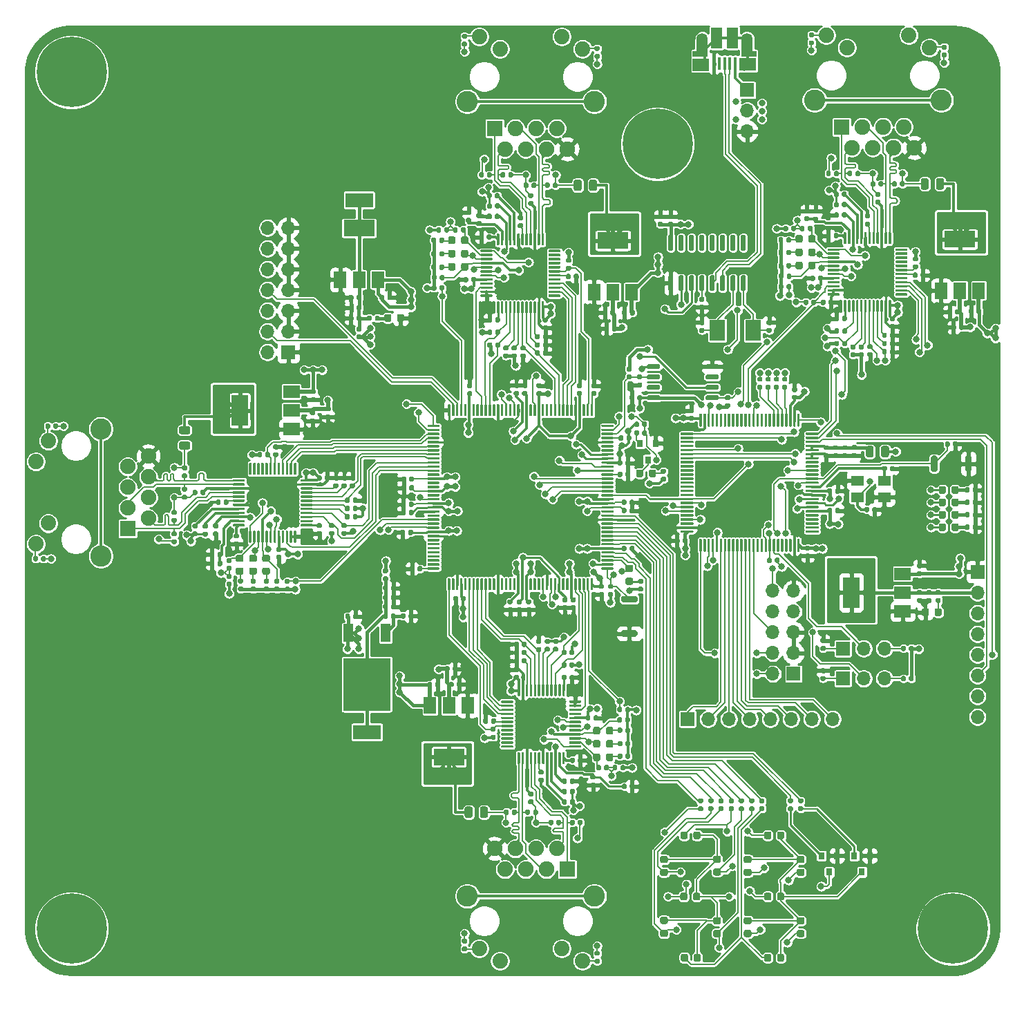
<source format=gbr>
G04 #@! TF.GenerationSoftware,KiCad,Pcbnew,(5.1.6)-1*
G04 #@! TF.CreationDate,2020-06-16T21:04:04+02:00*
G04 #@! TF.ProjectId,ethernet-sniffer,65746865-726e-4657-942d-736e69666665,rev?*
G04 #@! TF.SameCoordinates,Original*
G04 #@! TF.FileFunction,Copper,L1,Top*
G04 #@! TF.FilePolarity,Positive*
%FSLAX46Y46*%
G04 Gerber Fmt 4.6, Leading zero omitted, Abs format (unit mm)*
G04 Created by KiCad (PCBNEW (5.1.6)-1) date 2020-06-16 21:04:04*
%MOMM*%
%LPD*%
G01*
G04 APERTURE LIST*
G04 #@! TA.AperFunction,ComponentPad*
%ADD10O,1.700000X1.700000*%
G04 #@! TD*
G04 #@! TA.AperFunction,ComponentPad*
%ADD11R,1.700000X1.700000*%
G04 #@! TD*
G04 #@! TA.AperFunction,ComponentPad*
%ADD12C,8.600000*%
G04 #@! TD*
G04 #@! TA.AperFunction,ComponentPad*
%ADD13C,0.900000*%
G04 #@! TD*
G04 #@! TA.AperFunction,SMDPad,CuDef*
%ADD14R,0.800000X0.900000*%
G04 #@! TD*
G04 #@! TA.AperFunction,SMDPad,CuDef*
%ADD15R,1.500000X2.000000*%
G04 #@! TD*
G04 #@! TA.AperFunction,SMDPad,CuDef*
%ADD16R,3.800000X2.000000*%
G04 #@! TD*
G04 #@! TA.AperFunction,ComponentPad*
%ADD17C,2.600000*%
G04 #@! TD*
G04 #@! TA.AperFunction,ComponentPad*
%ADD18C,1.890000*%
G04 #@! TD*
G04 #@! TA.AperFunction,ComponentPad*
%ADD19C,1.900000*%
G04 #@! TD*
G04 #@! TA.AperFunction,ComponentPad*
%ADD20R,1.900000X1.900000*%
G04 #@! TD*
G04 #@! TA.AperFunction,SMDPad,CuDef*
%ADD21R,1.900000X2.500000*%
G04 #@! TD*
G04 #@! TA.AperFunction,SMDPad,CuDef*
%ADD22R,2.000000X1.500000*%
G04 #@! TD*
G04 #@! TA.AperFunction,SMDPad,CuDef*
%ADD23R,2.000000X3.800000*%
G04 #@! TD*
G04 #@! TA.AperFunction,SMDPad,CuDef*
%ADD24R,1.350000X2.000000*%
G04 #@! TD*
G04 #@! TA.AperFunction,SMDPad,CuDef*
%ADD25R,1.825000X0.700000*%
G04 #@! TD*
G04 #@! TA.AperFunction,SMDPad,CuDef*
%ADD26R,0.400000X1.650000*%
G04 #@! TD*
G04 #@! TA.AperFunction,ComponentPad*
%ADD27O,1.100000X1.500000*%
G04 #@! TD*
G04 #@! TA.AperFunction,ComponentPad*
%ADD28O,1.350000X1.700000*%
G04 #@! TD*
G04 #@! TA.AperFunction,SMDPad,CuDef*
%ADD29R,1.430000X2.500000*%
G04 #@! TD*
G04 #@! TA.AperFunction,SMDPad,CuDef*
%ADD30R,3.400000X1.800000*%
G04 #@! TD*
G04 #@! TA.AperFunction,SMDPad,CuDef*
%ADD31R,1.200000X2.200000*%
G04 #@! TD*
G04 #@! TA.AperFunction,SMDPad,CuDef*
%ADD32R,5.800000X6.400000*%
G04 #@! TD*
G04 #@! TA.AperFunction,SMDPad,CuDef*
%ADD33R,1.600000X1.300000*%
G04 #@! TD*
G04 #@! TA.AperFunction,ViaPad*
%ADD34C,0.800000*%
G04 #@! TD*
G04 #@! TA.AperFunction,Conductor*
%ADD35C,0.300000*%
G04 #@! TD*
G04 #@! TA.AperFunction,Conductor*
%ADD36C,0.250000*%
G04 #@! TD*
G04 #@! TA.AperFunction,Conductor*
%ADD37C,0.400000*%
G04 #@! TD*
G04 #@! TA.AperFunction,Conductor*
%ADD38C,0.200000*%
G04 #@! TD*
G04 #@! TA.AperFunction,Conductor*
%ADD39C,0.500000*%
G04 #@! TD*
G04 #@! TA.AperFunction,Conductor*
%ADD40C,0.254000*%
G04 #@! TD*
G04 APERTURE END LIST*
D10*
X210000000Y-118030000D03*
X210000000Y-115490000D03*
X210000000Y-112950000D03*
X210000000Y-110410000D03*
X210000000Y-107870000D03*
X210000000Y-105330000D03*
X210000000Y-102790000D03*
D11*
X210000000Y-100250000D03*
D10*
X181800000Y-46280000D03*
X181800000Y-43740000D03*
D11*
X181800000Y-41200000D03*
D10*
X198585000Y-109647000D03*
X196045000Y-109647000D03*
D11*
X193505000Y-109647000D03*
D12*
X170800000Y-47800000D03*
D13*
X174025000Y-47800000D03*
X173080419Y-50080419D03*
X170800000Y-51025000D03*
X168519581Y-50080419D03*
X167575000Y-47800000D03*
X168519581Y-45519581D03*
X170800000Y-44575000D03*
X173080419Y-45519581D03*
X209280419Y-141719581D03*
X207000000Y-140775000D03*
X204719581Y-141719581D03*
X203775000Y-144000000D03*
X204719581Y-146280419D03*
X207000000Y-147225000D03*
X209280419Y-146280419D03*
X210225000Y-144000000D03*
D12*
X207000000Y-144000000D03*
X99000000Y-144000000D03*
D13*
X102225000Y-144000000D03*
X101280419Y-146280419D03*
X99000000Y-147225000D03*
X96719581Y-146280419D03*
X95775000Y-144000000D03*
X96719581Y-141719581D03*
X99000000Y-140775000D03*
X101280419Y-141719581D03*
X101280419Y-36719581D03*
X99000000Y-35775000D03*
X96719581Y-36719581D03*
X95775000Y-39000000D03*
X96719581Y-41280419D03*
X99000000Y-42225000D03*
X101280419Y-41280419D03*
X102225000Y-39000000D03*
D12*
X99000000Y-39000000D03*
G04 #@! TA.AperFunction,SMDPad,CuDef*
G36*
G01*
X183421500Y-128021000D02*
X183766500Y-128021000D01*
G75*
G02*
X183914000Y-128168500I0J-147500D01*
G01*
X183914000Y-128463500D01*
G75*
G02*
X183766500Y-128611000I-147500J0D01*
G01*
X183421500Y-128611000D01*
G75*
G02*
X183274000Y-128463500I0J147500D01*
G01*
X183274000Y-128168500D01*
G75*
G02*
X183421500Y-128021000I147500J0D01*
G01*
G37*
G04 #@! TD.AperFunction*
G04 #@! TA.AperFunction,SMDPad,CuDef*
G36*
G01*
X183421500Y-128991000D02*
X183766500Y-128991000D01*
G75*
G02*
X183914000Y-129138500I0J-147500D01*
G01*
X183914000Y-129433500D01*
G75*
G02*
X183766500Y-129581000I-147500J0D01*
G01*
X183421500Y-129581000D01*
G75*
G02*
X183274000Y-129433500I0J147500D01*
G01*
X183274000Y-129138500D01*
G75*
G02*
X183421500Y-128991000I147500J0D01*
G01*
G37*
G04 #@! TD.AperFunction*
G04 #@! TA.AperFunction,SMDPad,CuDef*
G36*
G01*
X175921500Y-128021000D02*
X176266500Y-128021000D01*
G75*
G02*
X176414000Y-128168500I0J-147500D01*
G01*
X176414000Y-128463500D01*
G75*
G02*
X176266500Y-128611000I-147500J0D01*
G01*
X175921500Y-128611000D01*
G75*
G02*
X175774000Y-128463500I0J147500D01*
G01*
X175774000Y-128168500D01*
G75*
G02*
X175921500Y-128021000I147500J0D01*
G01*
G37*
G04 #@! TD.AperFunction*
G04 #@! TA.AperFunction,SMDPad,CuDef*
G36*
G01*
X175921500Y-128991000D02*
X176266500Y-128991000D01*
G75*
G02*
X176414000Y-129138500I0J-147500D01*
G01*
X176414000Y-129433500D01*
G75*
G02*
X176266500Y-129581000I-147500J0D01*
G01*
X175921500Y-129581000D01*
G75*
G02*
X175774000Y-129433500I0J147500D01*
G01*
X175774000Y-129138500D01*
G75*
G02*
X175921500Y-128991000I147500J0D01*
G01*
G37*
G04 #@! TD.AperFunction*
G04 #@! TA.AperFunction,SMDPad,CuDef*
G36*
G01*
X188171500Y-128021000D02*
X188516500Y-128021000D01*
G75*
G02*
X188664000Y-128168500I0J-147500D01*
G01*
X188664000Y-128463500D01*
G75*
G02*
X188516500Y-128611000I-147500J0D01*
G01*
X188171500Y-128611000D01*
G75*
G02*
X188024000Y-128463500I0J147500D01*
G01*
X188024000Y-128168500D01*
G75*
G02*
X188171500Y-128021000I147500J0D01*
G01*
G37*
G04 #@! TD.AperFunction*
G04 #@! TA.AperFunction,SMDPad,CuDef*
G36*
G01*
X188171500Y-128991000D02*
X188516500Y-128991000D01*
G75*
G02*
X188664000Y-129138500I0J-147500D01*
G01*
X188664000Y-129433500D01*
G75*
G02*
X188516500Y-129581000I-147500J0D01*
G01*
X188171500Y-129581000D01*
G75*
G02*
X188024000Y-129433500I0J147500D01*
G01*
X188024000Y-129138500D01*
G75*
G02*
X188171500Y-128991000I147500J0D01*
G01*
G37*
G04 #@! TD.AperFunction*
G04 #@! TA.AperFunction,SMDPad,CuDef*
G36*
G01*
X180921500Y-128021000D02*
X181266500Y-128021000D01*
G75*
G02*
X181414000Y-128168500I0J-147500D01*
G01*
X181414000Y-128463500D01*
G75*
G02*
X181266500Y-128611000I-147500J0D01*
G01*
X180921500Y-128611000D01*
G75*
G02*
X180774000Y-128463500I0J147500D01*
G01*
X180774000Y-128168500D01*
G75*
G02*
X180921500Y-128021000I147500J0D01*
G01*
G37*
G04 #@! TD.AperFunction*
G04 #@! TA.AperFunction,SMDPad,CuDef*
G36*
G01*
X180921500Y-128991000D02*
X181266500Y-128991000D01*
G75*
G02*
X181414000Y-129138500I0J-147500D01*
G01*
X181414000Y-129433500D01*
G75*
G02*
X181266500Y-129581000I-147500J0D01*
G01*
X180921500Y-129581000D01*
G75*
G02*
X180774000Y-129433500I0J147500D01*
G01*
X180774000Y-129138500D01*
G75*
G02*
X180921500Y-128991000I147500J0D01*
G01*
G37*
G04 #@! TD.AperFunction*
G04 #@! TA.AperFunction,SMDPad,CuDef*
G36*
G01*
X186921500Y-128991000D02*
X187266500Y-128991000D01*
G75*
G02*
X187414000Y-129138500I0J-147500D01*
G01*
X187414000Y-129433500D01*
G75*
G02*
X187266500Y-129581000I-147500J0D01*
G01*
X186921500Y-129581000D01*
G75*
G02*
X186774000Y-129433500I0J147500D01*
G01*
X186774000Y-129138500D01*
G75*
G02*
X186921500Y-128991000I147500J0D01*
G01*
G37*
G04 #@! TD.AperFunction*
G04 #@! TA.AperFunction,SMDPad,CuDef*
G36*
G01*
X186921500Y-128021000D02*
X187266500Y-128021000D01*
G75*
G02*
X187414000Y-128168500I0J-147500D01*
G01*
X187414000Y-128463500D01*
G75*
G02*
X187266500Y-128611000I-147500J0D01*
G01*
X186921500Y-128611000D01*
G75*
G02*
X186774000Y-128463500I0J147500D01*
G01*
X186774000Y-128168500D01*
G75*
G02*
X186921500Y-128021000I147500J0D01*
G01*
G37*
G04 #@! TD.AperFunction*
G04 #@! TA.AperFunction,SMDPad,CuDef*
G36*
G01*
X178421500Y-128021000D02*
X178766500Y-128021000D01*
G75*
G02*
X178914000Y-128168500I0J-147500D01*
G01*
X178914000Y-128463500D01*
G75*
G02*
X178766500Y-128611000I-147500J0D01*
G01*
X178421500Y-128611000D01*
G75*
G02*
X178274000Y-128463500I0J147500D01*
G01*
X178274000Y-128168500D01*
G75*
G02*
X178421500Y-128021000I147500J0D01*
G01*
G37*
G04 #@! TD.AperFunction*
G04 #@! TA.AperFunction,SMDPad,CuDef*
G36*
G01*
X178421500Y-128991000D02*
X178766500Y-128991000D01*
G75*
G02*
X178914000Y-129138500I0J-147500D01*
G01*
X178914000Y-129433500D01*
G75*
G02*
X178766500Y-129581000I-147500J0D01*
G01*
X178421500Y-129581000D01*
G75*
G02*
X178274000Y-129433500I0J147500D01*
G01*
X178274000Y-129138500D01*
G75*
G02*
X178421500Y-128991000I147500J0D01*
G01*
G37*
G04 #@! TD.AperFunction*
G04 #@! TA.AperFunction,SMDPad,CuDef*
G36*
G01*
X182171500Y-128991000D02*
X182516500Y-128991000D01*
G75*
G02*
X182664000Y-129138500I0J-147500D01*
G01*
X182664000Y-129433500D01*
G75*
G02*
X182516500Y-129581000I-147500J0D01*
G01*
X182171500Y-129581000D01*
G75*
G02*
X182024000Y-129433500I0J147500D01*
G01*
X182024000Y-129138500D01*
G75*
G02*
X182171500Y-128991000I147500J0D01*
G01*
G37*
G04 #@! TD.AperFunction*
G04 #@! TA.AperFunction,SMDPad,CuDef*
G36*
G01*
X182171500Y-128021000D02*
X182516500Y-128021000D01*
G75*
G02*
X182664000Y-128168500I0J-147500D01*
G01*
X182664000Y-128463500D01*
G75*
G02*
X182516500Y-128611000I-147500J0D01*
G01*
X182171500Y-128611000D01*
G75*
G02*
X182024000Y-128463500I0J147500D01*
G01*
X182024000Y-128168500D01*
G75*
G02*
X182171500Y-128021000I147500J0D01*
G01*
G37*
G04 #@! TD.AperFunction*
G04 #@! TA.AperFunction,SMDPad,CuDef*
G36*
G01*
X177171500Y-128976000D02*
X177516500Y-128976000D01*
G75*
G02*
X177664000Y-129123500I0J-147500D01*
G01*
X177664000Y-129418500D01*
G75*
G02*
X177516500Y-129566000I-147500J0D01*
G01*
X177171500Y-129566000D01*
G75*
G02*
X177024000Y-129418500I0J147500D01*
G01*
X177024000Y-129123500D01*
G75*
G02*
X177171500Y-128976000I147500J0D01*
G01*
G37*
G04 #@! TD.AperFunction*
G04 #@! TA.AperFunction,SMDPad,CuDef*
G36*
G01*
X177171500Y-128006000D02*
X177516500Y-128006000D01*
G75*
G02*
X177664000Y-128153500I0J-147500D01*
G01*
X177664000Y-128448500D01*
G75*
G02*
X177516500Y-128596000I-147500J0D01*
G01*
X177171500Y-128596000D01*
G75*
G02*
X177024000Y-128448500I0J147500D01*
G01*
X177024000Y-128153500D01*
G75*
G02*
X177171500Y-128006000I147500J0D01*
G01*
G37*
G04 #@! TD.AperFunction*
G04 #@! TA.AperFunction,SMDPad,CuDef*
G36*
G01*
X179671500Y-129006000D02*
X180016500Y-129006000D01*
G75*
G02*
X180164000Y-129153500I0J-147500D01*
G01*
X180164000Y-129448500D01*
G75*
G02*
X180016500Y-129596000I-147500J0D01*
G01*
X179671500Y-129596000D01*
G75*
G02*
X179524000Y-129448500I0J147500D01*
G01*
X179524000Y-129153500D01*
G75*
G02*
X179671500Y-129006000I147500J0D01*
G01*
G37*
G04 #@! TD.AperFunction*
G04 #@! TA.AperFunction,SMDPad,CuDef*
G36*
G01*
X179671500Y-128036000D02*
X180016500Y-128036000D01*
G75*
G02*
X180164000Y-128183500I0J-147500D01*
G01*
X180164000Y-128478500D01*
G75*
G02*
X180016500Y-128626000I-147500J0D01*
G01*
X179671500Y-128626000D01*
G75*
G02*
X179524000Y-128478500I0J147500D01*
G01*
X179524000Y-128183500D01*
G75*
G02*
X179671500Y-128036000I147500J0D01*
G01*
G37*
G04 #@! TD.AperFunction*
G04 #@! TA.AperFunction,SMDPad,CuDef*
G36*
G01*
X177837750Y-144151000D02*
X178350250Y-144151000D01*
G75*
G02*
X178569000Y-144369750I0J-218750D01*
G01*
X178569000Y-144807250D01*
G75*
G02*
X178350250Y-145026000I-218750J0D01*
G01*
X177837750Y-145026000D01*
G75*
G02*
X177619000Y-144807250I0J218750D01*
G01*
X177619000Y-144369750D01*
G75*
G02*
X177837750Y-144151000I218750J0D01*
G01*
G37*
G04 #@! TD.AperFunction*
G04 #@! TA.AperFunction,SMDPad,CuDef*
G36*
G01*
X177837750Y-142576000D02*
X178350250Y-142576000D01*
G75*
G02*
X178569000Y-142794750I0J-218750D01*
G01*
X178569000Y-143232250D01*
G75*
G02*
X178350250Y-143451000I-218750J0D01*
G01*
X177837750Y-143451000D01*
G75*
G02*
X177619000Y-143232250I0J218750D01*
G01*
X177619000Y-142794750D01*
G75*
G02*
X177837750Y-142576000I218750J0D01*
G01*
G37*
G04 #@! TD.AperFunction*
G04 #@! TA.AperFunction,SMDPad,CuDef*
G36*
G01*
X171337750Y-136651000D02*
X171850250Y-136651000D01*
G75*
G02*
X172069000Y-136869750I0J-218750D01*
G01*
X172069000Y-137307250D01*
G75*
G02*
X171850250Y-137526000I-218750J0D01*
G01*
X171337750Y-137526000D01*
G75*
G02*
X171119000Y-137307250I0J218750D01*
G01*
X171119000Y-136869750D01*
G75*
G02*
X171337750Y-136651000I218750J0D01*
G01*
G37*
G04 #@! TD.AperFunction*
G04 #@! TA.AperFunction,SMDPad,CuDef*
G36*
G01*
X171337750Y-135076000D02*
X171850250Y-135076000D01*
G75*
G02*
X172069000Y-135294750I0J-218750D01*
G01*
X172069000Y-135732250D01*
G75*
G02*
X171850250Y-135951000I-218750J0D01*
G01*
X171337750Y-135951000D01*
G75*
G02*
X171119000Y-135732250I0J218750D01*
G01*
X171119000Y-135294750D01*
G75*
G02*
X171337750Y-135076000I218750J0D01*
G01*
G37*
G04 #@! TD.AperFunction*
G04 #@! TA.AperFunction,SMDPad,CuDef*
G36*
G01*
X174456500Y-139794750D02*
X174456500Y-140307250D01*
G75*
G02*
X174237750Y-140526000I-218750J0D01*
G01*
X173800250Y-140526000D01*
G75*
G02*
X173581500Y-140307250I0J218750D01*
G01*
X173581500Y-139794750D01*
G75*
G02*
X173800250Y-139576000I218750J0D01*
G01*
X174237750Y-139576000D01*
G75*
G02*
X174456500Y-139794750I0J-218750D01*
G01*
G37*
G04 #@! TD.AperFunction*
G04 #@! TA.AperFunction,SMDPad,CuDef*
G36*
G01*
X176031500Y-139794750D02*
X176031500Y-140307250D01*
G75*
G02*
X175812750Y-140526000I-218750J0D01*
G01*
X175375250Y-140526000D01*
G75*
G02*
X175156500Y-140307250I0J218750D01*
G01*
X175156500Y-139794750D01*
G75*
G02*
X175375250Y-139576000I218750J0D01*
G01*
X175812750Y-139576000D01*
G75*
G02*
X176031500Y-139794750I0J-218750D01*
G01*
G37*
G04 #@! TD.AperFunction*
G04 #@! TA.AperFunction,SMDPad,CuDef*
G36*
G01*
X181587750Y-144151000D02*
X182100250Y-144151000D01*
G75*
G02*
X182319000Y-144369750I0J-218750D01*
G01*
X182319000Y-144807250D01*
G75*
G02*
X182100250Y-145026000I-218750J0D01*
G01*
X181587750Y-145026000D01*
G75*
G02*
X181369000Y-144807250I0J218750D01*
G01*
X181369000Y-144369750D01*
G75*
G02*
X181587750Y-144151000I218750J0D01*
G01*
G37*
G04 #@! TD.AperFunction*
G04 #@! TA.AperFunction,SMDPad,CuDef*
G36*
G01*
X181587750Y-142576000D02*
X182100250Y-142576000D01*
G75*
G02*
X182319000Y-142794750I0J-218750D01*
G01*
X182319000Y-143232250D01*
G75*
G02*
X182100250Y-143451000I-218750J0D01*
G01*
X181587750Y-143451000D01*
G75*
G02*
X181369000Y-143232250I0J218750D01*
G01*
X181369000Y-142794750D01*
G75*
G02*
X181587750Y-142576000I218750J0D01*
G01*
G37*
G04 #@! TD.AperFunction*
G04 #@! TA.AperFunction,SMDPad,CuDef*
G36*
G01*
X184744000Y-139794750D02*
X184744000Y-140307250D01*
G75*
G02*
X184525250Y-140526000I-218750J0D01*
G01*
X184087750Y-140526000D01*
G75*
G02*
X183869000Y-140307250I0J218750D01*
G01*
X183869000Y-139794750D01*
G75*
G02*
X184087750Y-139576000I218750J0D01*
G01*
X184525250Y-139576000D01*
G75*
G02*
X184744000Y-139794750I0J-218750D01*
G01*
G37*
G04 #@! TD.AperFunction*
G04 #@! TA.AperFunction,SMDPad,CuDef*
G36*
G01*
X186319000Y-139794750D02*
X186319000Y-140307250D01*
G75*
G02*
X186100250Y-140526000I-218750J0D01*
G01*
X185662750Y-140526000D01*
G75*
G02*
X185444000Y-140307250I0J218750D01*
G01*
X185444000Y-139794750D01*
G75*
G02*
X185662750Y-139576000I218750J0D01*
G01*
X186100250Y-139576000D01*
G75*
G02*
X186319000Y-139794750I0J-218750D01*
G01*
G37*
G04 #@! TD.AperFunction*
G04 #@! TA.AperFunction,SMDPad,CuDef*
G36*
G01*
X184744000Y-147294750D02*
X184744000Y-147807250D01*
G75*
G02*
X184525250Y-148026000I-218750J0D01*
G01*
X184087750Y-148026000D01*
G75*
G02*
X183869000Y-147807250I0J218750D01*
G01*
X183869000Y-147294750D01*
G75*
G02*
X184087750Y-147076000I218750J0D01*
G01*
X184525250Y-147076000D01*
G75*
G02*
X184744000Y-147294750I0J-218750D01*
G01*
G37*
G04 #@! TD.AperFunction*
G04 #@! TA.AperFunction,SMDPad,CuDef*
G36*
G01*
X186319000Y-147294750D02*
X186319000Y-147807250D01*
G75*
G02*
X186100250Y-148026000I-218750J0D01*
G01*
X185662750Y-148026000D01*
G75*
G02*
X185444000Y-147807250I0J218750D01*
G01*
X185444000Y-147294750D01*
G75*
G02*
X185662750Y-147076000I218750J0D01*
G01*
X186100250Y-147076000D01*
G75*
G02*
X186319000Y-147294750I0J-218750D01*
G01*
G37*
G04 #@! TD.AperFunction*
G04 #@! TA.AperFunction,SMDPad,CuDef*
G36*
G01*
X174531500Y-147294750D02*
X174531500Y-147807250D01*
G75*
G02*
X174312750Y-148026000I-218750J0D01*
G01*
X173875250Y-148026000D01*
G75*
G02*
X173656500Y-147807250I0J218750D01*
G01*
X173656500Y-147294750D01*
G75*
G02*
X173875250Y-147076000I218750J0D01*
G01*
X174312750Y-147076000D01*
G75*
G02*
X174531500Y-147294750I0J-218750D01*
G01*
G37*
G04 #@! TD.AperFunction*
G04 #@! TA.AperFunction,SMDPad,CuDef*
G36*
G01*
X176106500Y-147294750D02*
X176106500Y-147807250D01*
G75*
G02*
X175887750Y-148026000I-218750J0D01*
G01*
X175450250Y-148026000D01*
G75*
G02*
X175231500Y-147807250I0J218750D01*
G01*
X175231500Y-147294750D01*
G75*
G02*
X175450250Y-147076000I218750J0D01*
G01*
X175887750Y-147076000D01*
G75*
G02*
X176106500Y-147294750I0J-218750D01*
G01*
G37*
G04 #@! TD.AperFunction*
G04 #@! TA.AperFunction,SMDPad,CuDef*
G36*
G01*
X184744000Y-132294750D02*
X184744000Y-132807250D01*
G75*
G02*
X184525250Y-133026000I-218750J0D01*
G01*
X184087750Y-133026000D01*
G75*
G02*
X183869000Y-132807250I0J218750D01*
G01*
X183869000Y-132294750D01*
G75*
G02*
X184087750Y-132076000I218750J0D01*
G01*
X184525250Y-132076000D01*
G75*
G02*
X184744000Y-132294750I0J-218750D01*
G01*
G37*
G04 #@! TD.AperFunction*
G04 #@! TA.AperFunction,SMDPad,CuDef*
G36*
G01*
X186319000Y-132294750D02*
X186319000Y-132807250D01*
G75*
G02*
X186100250Y-133026000I-218750J0D01*
G01*
X185662750Y-133026000D01*
G75*
G02*
X185444000Y-132807250I0J218750D01*
G01*
X185444000Y-132294750D01*
G75*
G02*
X185662750Y-132076000I218750J0D01*
G01*
X186100250Y-132076000D01*
G75*
G02*
X186319000Y-132294750I0J-218750D01*
G01*
G37*
G04 #@! TD.AperFunction*
D14*
X195844000Y-137051000D03*
X194894000Y-135051000D03*
X196794000Y-135051000D03*
G04 #@! TA.AperFunction,SMDPad,CuDef*
G36*
G01*
X188087750Y-136651000D02*
X188600250Y-136651000D01*
G75*
G02*
X188819000Y-136869750I0J-218750D01*
G01*
X188819000Y-137307250D01*
G75*
G02*
X188600250Y-137526000I-218750J0D01*
G01*
X188087750Y-137526000D01*
G75*
G02*
X187869000Y-137307250I0J218750D01*
G01*
X187869000Y-136869750D01*
G75*
G02*
X188087750Y-136651000I218750J0D01*
G01*
G37*
G04 #@! TD.AperFunction*
G04 #@! TA.AperFunction,SMDPad,CuDef*
G36*
G01*
X188087750Y-135076000D02*
X188600250Y-135076000D01*
G75*
G02*
X188819000Y-135294750I0J-218750D01*
G01*
X188819000Y-135732250D01*
G75*
G02*
X188600250Y-135951000I-218750J0D01*
G01*
X188087750Y-135951000D01*
G75*
G02*
X187869000Y-135732250I0J218750D01*
G01*
X187869000Y-135294750D01*
G75*
G02*
X188087750Y-135076000I218750J0D01*
G01*
G37*
G04 #@! TD.AperFunction*
X191844000Y-137051000D03*
X190894000Y-135051000D03*
X192794000Y-135051000D03*
G04 #@! TA.AperFunction,SMDPad,CuDef*
G36*
G01*
X171337750Y-144113500D02*
X171850250Y-144113500D01*
G75*
G02*
X172069000Y-144332250I0J-218750D01*
G01*
X172069000Y-144769750D01*
G75*
G02*
X171850250Y-144988500I-218750J0D01*
G01*
X171337750Y-144988500D01*
G75*
G02*
X171119000Y-144769750I0J218750D01*
G01*
X171119000Y-144332250D01*
G75*
G02*
X171337750Y-144113500I218750J0D01*
G01*
G37*
G04 #@! TD.AperFunction*
G04 #@! TA.AperFunction,SMDPad,CuDef*
G36*
G01*
X171337750Y-142538500D02*
X171850250Y-142538500D01*
G75*
G02*
X172069000Y-142757250I0J-218750D01*
G01*
X172069000Y-143194750D01*
G75*
G02*
X171850250Y-143413500I-218750J0D01*
G01*
X171337750Y-143413500D01*
G75*
G02*
X171119000Y-143194750I0J218750D01*
G01*
X171119000Y-142757250D01*
G75*
G02*
X171337750Y-142538500I218750J0D01*
G01*
G37*
G04 #@! TD.AperFunction*
G04 #@! TA.AperFunction,SMDPad,CuDef*
G36*
G01*
X174494000Y-132294750D02*
X174494000Y-132807250D01*
G75*
G02*
X174275250Y-133026000I-218750J0D01*
G01*
X173837750Y-133026000D01*
G75*
G02*
X173619000Y-132807250I0J218750D01*
G01*
X173619000Y-132294750D01*
G75*
G02*
X173837750Y-132076000I218750J0D01*
G01*
X174275250Y-132076000D01*
G75*
G02*
X174494000Y-132294750I0J-218750D01*
G01*
G37*
G04 #@! TD.AperFunction*
G04 #@! TA.AperFunction,SMDPad,CuDef*
G36*
G01*
X176069000Y-132294750D02*
X176069000Y-132807250D01*
G75*
G02*
X175850250Y-133026000I-218750J0D01*
G01*
X175412750Y-133026000D01*
G75*
G02*
X175194000Y-132807250I0J218750D01*
G01*
X175194000Y-132294750D01*
G75*
G02*
X175412750Y-132076000I218750J0D01*
G01*
X175850250Y-132076000D01*
G75*
G02*
X176069000Y-132294750I0J-218750D01*
G01*
G37*
G04 #@! TD.AperFunction*
G04 #@! TA.AperFunction,SMDPad,CuDef*
G36*
G01*
X177837750Y-136613500D02*
X178350250Y-136613500D01*
G75*
G02*
X178569000Y-136832250I0J-218750D01*
G01*
X178569000Y-137269750D01*
G75*
G02*
X178350250Y-137488500I-218750J0D01*
G01*
X177837750Y-137488500D01*
G75*
G02*
X177619000Y-137269750I0J218750D01*
G01*
X177619000Y-136832250D01*
G75*
G02*
X177837750Y-136613500I218750J0D01*
G01*
G37*
G04 #@! TD.AperFunction*
G04 #@! TA.AperFunction,SMDPad,CuDef*
G36*
G01*
X177837750Y-135038500D02*
X178350250Y-135038500D01*
G75*
G02*
X178569000Y-135257250I0J-218750D01*
G01*
X178569000Y-135694750D01*
G75*
G02*
X178350250Y-135913500I-218750J0D01*
G01*
X177837750Y-135913500D01*
G75*
G02*
X177619000Y-135694750I0J218750D01*
G01*
X177619000Y-135257250D01*
G75*
G02*
X177837750Y-135038500I218750J0D01*
G01*
G37*
G04 #@! TD.AperFunction*
G04 #@! TA.AperFunction,SMDPad,CuDef*
G36*
G01*
X181587750Y-136651000D02*
X182100250Y-136651000D01*
G75*
G02*
X182319000Y-136869750I0J-218750D01*
G01*
X182319000Y-137307250D01*
G75*
G02*
X182100250Y-137526000I-218750J0D01*
G01*
X181587750Y-137526000D01*
G75*
G02*
X181369000Y-137307250I0J218750D01*
G01*
X181369000Y-136869750D01*
G75*
G02*
X181587750Y-136651000I218750J0D01*
G01*
G37*
G04 #@! TD.AperFunction*
G04 #@! TA.AperFunction,SMDPad,CuDef*
G36*
G01*
X181587750Y-135076000D02*
X182100250Y-135076000D01*
G75*
G02*
X182319000Y-135294750I0J-218750D01*
G01*
X182319000Y-135732250D01*
G75*
G02*
X182100250Y-135951000I-218750J0D01*
G01*
X181587750Y-135951000D01*
G75*
G02*
X181369000Y-135732250I0J218750D01*
G01*
X181369000Y-135294750D01*
G75*
G02*
X181587750Y-135076000I218750J0D01*
G01*
G37*
G04 #@! TD.AperFunction*
G04 #@! TA.AperFunction,SMDPad,CuDef*
G36*
G01*
X188087750Y-144151000D02*
X188600250Y-144151000D01*
G75*
G02*
X188819000Y-144369750I0J-218750D01*
G01*
X188819000Y-144807250D01*
G75*
G02*
X188600250Y-145026000I-218750J0D01*
G01*
X188087750Y-145026000D01*
G75*
G02*
X187869000Y-144807250I0J218750D01*
G01*
X187869000Y-144369750D01*
G75*
G02*
X188087750Y-144151000I218750J0D01*
G01*
G37*
G04 #@! TD.AperFunction*
G04 #@! TA.AperFunction,SMDPad,CuDef*
G36*
G01*
X188087750Y-142576000D02*
X188600250Y-142576000D01*
G75*
G02*
X188819000Y-142794750I0J-218750D01*
G01*
X188819000Y-143232250D01*
G75*
G02*
X188600250Y-143451000I-218750J0D01*
G01*
X188087750Y-143451000D01*
G75*
G02*
X187869000Y-143232250I0J218750D01*
G01*
X187869000Y-142794750D01*
G75*
G02*
X188087750Y-142576000I218750J0D01*
G01*
G37*
G04 #@! TD.AperFunction*
G04 #@! TA.AperFunction,SMDPad,CuDef*
G36*
G01*
X199430000Y-67007000D02*
X199430000Y-68332000D01*
G75*
G02*
X199355000Y-68407000I-75000J0D01*
G01*
X199205000Y-68407000D01*
G75*
G02*
X199130000Y-68332000I0J75000D01*
G01*
X199130000Y-67007000D01*
G75*
G02*
X199205000Y-66932000I75000J0D01*
G01*
X199355000Y-66932000D01*
G75*
G02*
X199430000Y-67007000I0J-75000D01*
G01*
G37*
G04 #@! TD.AperFunction*
G04 #@! TA.AperFunction,SMDPad,CuDef*
G36*
G01*
X198930000Y-67007000D02*
X198930000Y-68332000D01*
G75*
G02*
X198855000Y-68407000I-75000J0D01*
G01*
X198705000Y-68407000D01*
G75*
G02*
X198630000Y-68332000I0J75000D01*
G01*
X198630000Y-67007000D01*
G75*
G02*
X198705000Y-66932000I75000J0D01*
G01*
X198855000Y-66932000D01*
G75*
G02*
X198930000Y-67007000I0J-75000D01*
G01*
G37*
G04 #@! TD.AperFunction*
G04 #@! TA.AperFunction,SMDPad,CuDef*
G36*
G01*
X198430000Y-67007000D02*
X198430000Y-68332000D01*
G75*
G02*
X198355000Y-68407000I-75000J0D01*
G01*
X198205000Y-68407000D01*
G75*
G02*
X198130000Y-68332000I0J75000D01*
G01*
X198130000Y-67007000D01*
G75*
G02*
X198205000Y-66932000I75000J0D01*
G01*
X198355000Y-66932000D01*
G75*
G02*
X198430000Y-67007000I0J-75000D01*
G01*
G37*
G04 #@! TD.AperFunction*
G04 #@! TA.AperFunction,SMDPad,CuDef*
G36*
G01*
X197930000Y-67007000D02*
X197930000Y-68332000D01*
G75*
G02*
X197855000Y-68407000I-75000J0D01*
G01*
X197705000Y-68407000D01*
G75*
G02*
X197630000Y-68332000I0J75000D01*
G01*
X197630000Y-67007000D01*
G75*
G02*
X197705000Y-66932000I75000J0D01*
G01*
X197855000Y-66932000D01*
G75*
G02*
X197930000Y-67007000I0J-75000D01*
G01*
G37*
G04 #@! TD.AperFunction*
G04 #@! TA.AperFunction,SMDPad,CuDef*
G36*
G01*
X197430000Y-67007000D02*
X197430000Y-68332000D01*
G75*
G02*
X197355000Y-68407000I-75000J0D01*
G01*
X197205000Y-68407000D01*
G75*
G02*
X197130000Y-68332000I0J75000D01*
G01*
X197130000Y-67007000D01*
G75*
G02*
X197205000Y-66932000I75000J0D01*
G01*
X197355000Y-66932000D01*
G75*
G02*
X197430000Y-67007000I0J-75000D01*
G01*
G37*
G04 #@! TD.AperFunction*
G04 #@! TA.AperFunction,SMDPad,CuDef*
G36*
G01*
X196930000Y-67007000D02*
X196930000Y-68332000D01*
G75*
G02*
X196855000Y-68407000I-75000J0D01*
G01*
X196705000Y-68407000D01*
G75*
G02*
X196630000Y-68332000I0J75000D01*
G01*
X196630000Y-67007000D01*
G75*
G02*
X196705000Y-66932000I75000J0D01*
G01*
X196855000Y-66932000D01*
G75*
G02*
X196930000Y-67007000I0J-75000D01*
G01*
G37*
G04 #@! TD.AperFunction*
G04 #@! TA.AperFunction,SMDPad,CuDef*
G36*
G01*
X196430000Y-67007000D02*
X196430000Y-68332000D01*
G75*
G02*
X196355000Y-68407000I-75000J0D01*
G01*
X196205000Y-68407000D01*
G75*
G02*
X196130000Y-68332000I0J75000D01*
G01*
X196130000Y-67007000D01*
G75*
G02*
X196205000Y-66932000I75000J0D01*
G01*
X196355000Y-66932000D01*
G75*
G02*
X196430000Y-67007000I0J-75000D01*
G01*
G37*
G04 #@! TD.AperFunction*
G04 #@! TA.AperFunction,SMDPad,CuDef*
G36*
G01*
X195930000Y-67007000D02*
X195930000Y-68332000D01*
G75*
G02*
X195855000Y-68407000I-75000J0D01*
G01*
X195705000Y-68407000D01*
G75*
G02*
X195630000Y-68332000I0J75000D01*
G01*
X195630000Y-67007000D01*
G75*
G02*
X195705000Y-66932000I75000J0D01*
G01*
X195855000Y-66932000D01*
G75*
G02*
X195930000Y-67007000I0J-75000D01*
G01*
G37*
G04 #@! TD.AperFunction*
G04 #@! TA.AperFunction,SMDPad,CuDef*
G36*
G01*
X195430000Y-67007000D02*
X195430000Y-68332000D01*
G75*
G02*
X195355000Y-68407000I-75000J0D01*
G01*
X195205000Y-68407000D01*
G75*
G02*
X195130000Y-68332000I0J75000D01*
G01*
X195130000Y-67007000D01*
G75*
G02*
X195205000Y-66932000I75000J0D01*
G01*
X195355000Y-66932000D01*
G75*
G02*
X195430000Y-67007000I0J-75000D01*
G01*
G37*
G04 #@! TD.AperFunction*
G04 #@! TA.AperFunction,SMDPad,CuDef*
G36*
G01*
X194930000Y-67007000D02*
X194930000Y-68332000D01*
G75*
G02*
X194855000Y-68407000I-75000J0D01*
G01*
X194705000Y-68407000D01*
G75*
G02*
X194630000Y-68332000I0J75000D01*
G01*
X194630000Y-67007000D01*
G75*
G02*
X194705000Y-66932000I75000J0D01*
G01*
X194855000Y-66932000D01*
G75*
G02*
X194930000Y-67007000I0J-75000D01*
G01*
G37*
G04 #@! TD.AperFunction*
G04 #@! TA.AperFunction,SMDPad,CuDef*
G36*
G01*
X194430000Y-67007000D02*
X194430000Y-68332000D01*
G75*
G02*
X194355000Y-68407000I-75000J0D01*
G01*
X194205000Y-68407000D01*
G75*
G02*
X194130000Y-68332000I0J75000D01*
G01*
X194130000Y-67007000D01*
G75*
G02*
X194205000Y-66932000I75000J0D01*
G01*
X194355000Y-66932000D01*
G75*
G02*
X194430000Y-67007000I0J-75000D01*
G01*
G37*
G04 #@! TD.AperFunction*
G04 #@! TA.AperFunction,SMDPad,CuDef*
G36*
G01*
X193930000Y-67007000D02*
X193930000Y-68332000D01*
G75*
G02*
X193855000Y-68407000I-75000J0D01*
G01*
X193705000Y-68407000D01*
G75*
G02*
X193630000Y-68332000I0J75000D01*
G01*
X193630000Y-67007000D01*
G75*
G02*
X193705000Y-66932000I75000J0D01*
G01*
X193855000Y-66932000D01*
G75*
G02*
X193930000Y-67007000I0J-75000D01*
G01*
G37*
G04 #@! TD.AperFunction*
G04 #@! TA.AperFunction,SMDPad,CuDef*
G36*
G01*
X193105000Y-66182000D02*
X193105000Y-66332000D01*
G75*
G02*
X193030000Y-66407000I-75000J0D01*
G01*
X191705000Y-66407000D01*
G75*
G02*
X191630000Y-66332000I0J75000D01*
G01*
X191630000Y-66182000D01*
G75*
G02*
X191705000Y-66107000I75000J0D01*
G01*
X193030000Y-66107000D01*
G75*
G02*
X193105000Y-66182000I0J-75000D01*
G01*
G37*
G04 #@! TD.AperFunction*
G04 #@! TA.AperFunction,SMDPad,CuDef*
G36*
G01*
X193105000Y-65682000D02*
X193105000Y-65832000D01*
G75*
G02*
X193030000Y-65907000I-75000J0D01*
G01*
X191705000Y-65907000D01*
G75*
G02*
X191630000Y-65832000I0J75000D01*
G01*
X191630000Y-65682000D01*
G75*
G02*
X191705000Y-65607000I75000J0D01*
G01*
X193030000Y-65607000D01*
G75*
G02*
X193105000Y-65682000I0J-75000D01*
G01*
G37*
G04 #@! TD.AperFunction*
G04 #@! TA.AperFunction,SMDPad,CuDef*
G36*
G01*
X193105000Y-65182000D02*
X193105000Y-65332000D01*
G75*
G02*
X193030000Y-65407000I-75000J0D01*
G01*
X191705000Y-65407000D01*
G75*
G02*
X191630000Y-65332000I0J75000D01*
G01*
X191630000Y-65182000D01*
G75*
G02*
X191705000Y-65107000I75000J0D01*
G01*
X193030000Y-65107000D01*
G75*
G02*
X193105000Y-65182000I0J-75000D01*
G01*
G37*
G04 #@! TD.AperFunction*
G04 #@! TA.AperFunction,SMDPad,CuDef*
G36*
G01*
X193105000Y-64682000D02*
X193105000Y-64832000D01*
G75*
G02*
X193030000Y-64907000I-75000J0D01*
G01*
X191705000Y-64907000D01*
G75*
G02*
X191630000Y-64832000I0J75000D01*
G01*
X191630000Y-64682000D01*
G75*
G02*
X191705000Y-64607000I75000J0D01*
G01*
X193030000Y-64607000D01*
G75*
G02*
X193105000Y-64682000I0J-75000D01*
G01*
G37*
G04 #@! TD.AperFunction*
G04 #@! TA.AperFunction,SMDPad,CuDef*
G36*
G01*
X193105000Y-64182000D02*
X193105000Y-64332000D01*
G75*
G02*
X193030000Y-64407000I-75000J0D01*
G01*
X191705000Y-64407000D01*
G75*
G02*
X191630000Y-64332000I0J75000D01*
G01*
X191630000Y-64182000D01*
G75*
G02*
X191705000Y-64107000I75000J0D01*
G01*
X193030000Y-64107000D01*
G75*
G02*
X193105000Y-64182000I0J-75000D01*
G01*
G37*
G04 #@! TD.AperFunction*
G04 #@! TA.AperFunction,SMDPad,CuDef*
G36*
G01*
X193105000Y-63682000D02*
X193105000Y-63832000D01*
G75*
G02*
X193030000Y-63907000I-75000J0D01*
G01*
X191705000Y-63907000D01*
G75*
G02*
X191630000Y-63832000I0J75000D01*
G01*
X191630000Y-63682000D01*
G75*
G02*
X191705000Y-63607000I75000J0D01*
G01*
X193030000Y-63607000D01*
G75*
G02*
X193105000Y-63682000I0J-75000D01*
G01*
G37*
G04 #@! TD.AperFunction*
G04 #@! TA.AperFunction,SMDPad,CuDef*
G36*
G01*
X193105000Y-63182000D02*
X193105000Y-63332000D01*
G75*
G02*
X193030000Y-63407000I-75000J0D01*
G01*
X191705000Y-63407000D01*
G75*
G02*
X191630000Y-63332000I0J75000D01*
G01*
X191630000Y-63182000D01*
G75*
G02*
X191705000Y-63107000I75000J0D01*
G01*
X193030000Y-63107000D01*
G75*
G02*
X193105000Y-63182000I0J-75000D01*
G01*
G37*
G04 #@! TD.AperFunction*
G04 #@! TA.AperFunction,SMDPad,CuDef*
G36*
G01*
X193105000Y-62682000D02*
X193105000Y-62832000D01*
G75*
G02*
X193030000Y-62907000I-75000J0D01*
G01*
X191705000Y-62907000D01*
G75*
G02*
X191630000Y-62832000I0J75000D01*
G01*
X191630000Y-62682000D01*
G75*
G02*
X191705000Y-62607000I75000J0D01*
G01*
X193030000Y-62607000D01*
G75*
G02*
X193105000Y-62682000I0J-75000D01*
G01*
G37*
G04 #@! TD.AperFunction*
G04 #@! TA.AperFunction,SMDPad,CuDef*
G36*
G01*
X193105000Y-62182000D02*
X193105000Y-62332000D01*
G75*
G02*
X193030000Y-62407000I-75000J0D01*
G01*
X191705000Y-62407000D01*
G75*
G02*
X191630000Y-62332000I0J75000D01*
G01*
X191630000Y-62182000D01*
G75*
G02*
X191705000Y-62107000I75000J0D01*
G01*
X193030000Y-62107000D01*
G75*
G02*
X193105000Y-62182000I0J-75000D01*
G01*
G37*
G04 #@! TD.AperFunction*
G04 #@! TA.AperFunction,SMDPad,CuDef*
G36*
G01*
X193105000Y-61682000D02*
X193105000Y-61832000D01*
G75*
G02*
X193030000Y-61907000I-75000J0D01*
G01*
X191705000Y-61907000D01*
G75*
G02*
X191630000Y-61832000I0J75000D01*
G01*
X191630000Y-61682000D01*
G75*
G02*
X191705000Y-61607000I75000J0D01*
G01*
X193030000Y-61607000D01*
G75*
G02*
X193105000Y-61682000I0J-75000D01*
G01*
G37*
G04 #@! TD.AperFunction*
G04 #@! TA.AperFunction,SMDPad,CuDef*
G36*
G01*
X193105000Y-61182000D02*
X193105000Y-61332000D01*
G75*
G02*
X193030000Y-61407000I-75000J0D01*
G01*
X191705000Y-61407000D01*
G75*
G02*
X191630000Y-61332000I0J75000D01*
G01*
X191630000Y-61182000D01*
G75*
G02*
X191705000Y-61107000I75000J0D01*
G01*
X193030000Y-61107000D01*
G75*
G02*
X193105000Y-61182000I0J-75000D01*
G01*
G37*
G04 #@! TD.AperFunction*
G04 #@! TA.AperFunction,SMDPad,CuDef*
G36*
G01*
X193105000Y-60682000D02*
X193105000Y-60832000D01*
G75*
G02*
X193030000Y-60907000I-75000J0D01*
G01*
X191705000Y-60907000D01*
G75*
G02*
X191630000Y-60832000I0J75000D01*
G01*
X191630000Y-60682000D01*
G75*
G02*
X191705000Y-60607000I75000J0D01*
G01*
X193030000Y-60607000D01*
G75*
G02*
X193105000Y-60682000I0J-75000D01*
G01*
G37*
G04 #@! TD.AperFunction*
G04 #@! TA.AperFunction,SMDPad,CuDef*
G36*
G01*
X193930000Y-58682000D02*
X193930000Y-60007000D01*
G75*
G02*
X193855000Y-60082000I-75000J0D01*
G01*
X193705000Y-60082000D01*
G75*
G02*
X193630000Y-60007000I0J75000D01*
G01*
X193630000Y-58682000D01*
G75*
G02*
X193705000Y-58607000I75000J0D01*
G01*
X193855000Y-58607000D01*
G75*
G02*
X193930000Y-58682000I0J-75000D01*
G01*
G37*
G04 #@! TD.AperFunction*
G04 #@! TA.AperFunction,SMDPad,CuDef*
G36*
G01*
X194430000Y-58682000D02*
X194430000Y-60007000D01*
G75*
G02*
X194355000Y-60082000I-75000J0D01*
G01*
X194205000Y-60082000D01*
G75*
G02*
X194130000Y-60007000I0J75000D01*
G01*
X194130000Y-58682000D01*
G75*
G02*
X194205000Y-58607000I75000J0D01*
G01*
X194355000Y-58607000D01*
G75*
G02*
X194430000Y-58682000I0J-75000D01*
G01*
G37*
G04 #@! TD.AperFunction*
G04 #@! TA.AperFunction,SMDPad,CuDef*
G36*
G01*
X194930000Y-58682000D02*
X194930000Y-60007000D01*
G75*
G02*
X194855000Y-60082000I-75000J0D01*
G01*
X194705000Y-60082000D01*
G75*
G02*
X194630000Y-60007000I0J75000D01*
G01*
X194630000Y-58682000D01*
G75*
G02*
X194705000Y-58607000I75000J0D01*
G01*
X194855000Y-58607000D01*
G75*
G02*
X194930000Y-58682000I0J-75000D01*
G01*
G37*
G04 #@! TD.AperFunction*
G04 #@! TA.AperFunction,SMDPad,CuDef*
G36*
G01*
X195430000Y-58682000D02*
X195430000Y-60007000D01*
G75*
G02*
X195355000Y-60082000I-75000J0D01*
G01*
X195205000Y-60082000D01*
G75*
G02*
X195130000Y-60007000I0J75000D01*
G01*
X195130000Y-58682000D01*
G75*
G02*
X195205000Y-58607000I75000J0D01*
G01*
X195355000Y-58607000D01*
G75*
G02*
X195430000Y-58682000I0J-75000D01*
G01*
G37*
G04 #@! TD.AperFunction*
G04 #@! TA.AperFunction,SMDPad,CuDef*
G36*
G01*
X195930000Y-58682000D02*
X195930000Y-60007000D01*
G75*
G02*
X195855000Y-60082000I-75000J0D01*
G01*
X195705000Y-60082000D01*
G75*
G02*
X195630000Y-60007000I0J75000D01*
G01*
X195630000Y-58682000D01*
G75*
G02*
X195705000Y-58607000I75000J0D01*
G01*
X195855000Y-58607000D01*
G75*
G02*
X195930000Y-58682000I0J-75000D01*
G01*
G37*
G04 #@! TD.AperFunction*
G04 #@! TA.AperFunction,SMDPad,CuDef*
G36*
G01*
X196430000Y-58682000D02*
X196430000Y-60007000D01*
G75*
G02*
X196355000Y-60082000I-75000J0D01*
G01*
X196205000Y-60082000D01*
G75*
G02*
X196130000Y-60007000I0J75000D01*
G01*
X196130000Y-58682000D01*
G75*
G02*
X196205000Y-58607000I75000J0D01*
G01*
X196355000Y-58607000D01*
G75*
G02*
X196430000Y-58682000I0J-75000D01*
G01*
G37*
G04 #@! TD.AperFunction*
G04 #@! TA.AperFunction,SMDPad,CuDef*
G36*
G01*
X196930000Y-58682000D02*
X196930000Y-60007000D01*
G75*
G02*
X196855000Y-60082000I-75000J0D01*
G01*
X196705000Y-60082000D01*
G75*
G02*
X196630000Y-60007000I0J75000D01*
G01*
X196630000Y-58682000D01*
G75*
G02*
X196705000Y-58607000I75000J0D01*
G01*
X196855000Y-58607000D01*
G75*
G02*
X196930000Y-58682000I0J-75000D01*
G01*
G37*
G04 #@! TD.AperFunction*
G04 #@! TA.AperFunction,SMDPad,CuDef*
G36*
G01*
X197430000Y-58682000D02*
X197430000Y-60007000D01*
G75*
G02*
X197355000Y-60082000I-75000J0D01*
G01*
X197205000Y-60082000D01*
G75*
G02*
X197130000Y-60007000I0J75000D01*
G01*
X197130000Y-58682000D01*
G75*
G02*
X197205000Y-58607000I75000J0D01*
G01*
X197355000Y-58607000D01*
G75*
G02*
X197430000Y-58682000I0J-75000D01*
G01*
G37*
G04 #@! TD.AperFunction*
G04 #@! TA.AperFunction,SMDPad,CuDef*
G36*
G01*
X197930000Y-58682000D02*
X197930000Y-60007000D01*
G75*
G02*
X197855000Y-60082000I-75000J0D01*
G01*
X197705000Y-60082000D01*
G75*
G02*
X197630000Y-60007000I0J75000D01*
G01*
X197630000Y-58682000D01*
G75*
G02*
X197705000Y-58607000I75000J0D01*
G01*
X197855000Y-58607000D01*
G75*
G02*
X197930000Y-58682000I0J-75000D01*
G01*
G37*
G04 #@! TD.AperFunction*
G04 #@! TA.AperFunction,SMDPad,CuDef*
G36*
G01*
X198430000Y-58682000D02*
X198430000Y-60007000D01*
G75*
G02*
X198355000Y-60082000I-75000J0D01*
G01*
X198205000Y-60082000D01*
G75*
G02*
X198130000Y-60007000I0J75000D01*
G01*
X198130000Y-58682000D01*
G75*
G02*
X198205000Y-58607000I75000J0D01*
G01*
X198355000Y-58607000D01*
G75*
G02*
X198430000Y-58682000I0J-75000D01*
G01*
G37*
G04 #@! TD.AperFunction*
G04 #@! TA.AperFunction,SMDPad,CuDef*
G36*
G01*
X198930000Y-58682000D02*
X198930000Y-60007000D01*
G75*
G02*
X198855000Y-60082000I-75000J0D01*
G01*
X198705000Y-60082000D01*
G75*
G02*
X198630000Y-60007000I0J75000D01*
G01*
X198630000Y-58682000D01*
G75*
G02*
X198705000Y-58607000I75000J0D01*
G01*
X198855000Y-58607000D01*
G75*
G02*
X198930000Y-58682000I0J-75000D01*
G01*
G37*
G04 #@! TD.AperFunction*
G04 #@! TA.AperFunction,SMDPad,CuDef*
G36*
G01*
X199430000Y-58682000D02*
X199430000Y-60007000D01*
G75*
G02*
X199355000Y-60082000I-75000J0D01*
G01*
X199205000Y-60082000D01*
G75*
G02*
X199130000Y-60007000I0J75000D01*
G01*
X199130000Y-58682000D01*
G75*
G02*
X199205000Y-58607000I75000J0D01*
G01*
X199355000Y-58607000D01*
G75*
G02*
X199430000Y-58682000I0J-75000D01*
G01*
G37*
G04 #@! TD.AperFunction*
G04 #@! TA.AperFunction,SMDPad,CuDef*
G36*
G01*
X201430000Y-60682000D02*
X201430000Y-60832000D01*
G75*
G02*
X201355000Y-60907000I-75000J0D01*
G01*
X200030000Y-60907000D01*
G75*
G02*
X199955000Y-60832000I0J75000D01*
G01*
X199955000Y-60682000D01*
G75*
G02*
X200030000Y-60607000I75000J0D01*
G01*
X201355000Y-60607000D01*
G75*
G02*
X201430000Y-60682000I0J-75000D01*
G01*
G37*
G04 #@! TD.AperFunction*
G04 #@! TA.AperFunction,SMDPad,CuDef*
G36*
G01*
X201430000Y-61182000D02*
X201430000Y-61332000D01*
G75*
G02*
X201355000Y-61407000I-75000J0D01*
G01*
X200030000Y-61407000D01*
G75*
G02*
X199955000Y-61332000I0J75000D01*
G01*
X199955000Y-61182000D01*
G75*
G02*
X200030000Y-61107000I75000J0D01*
G01*
X201355000Y-61107000D01*
G75*
G02*
X201430000Y-61182000I0J-75000D01*
G01*
G37*
G04 #@! TD.AperFunction*
G04 #@! TA.AperFunction,SMDPad,CuDef*
G36*
G01*
X201430000Y-61682000D02*
X201430000Y-61832000D01*
G75*
G02*
X201355000Y-61907000I-75000J0D01*
G01*
X200030000Y-61907000D01*
G75*
G02*
X199955000Y-61832000I0J75000D01*
G01*
X199955000Y-61682000D01*
G75*
G02*
X200030000Y-61607000I75000J0D01*
G01*
X201355000Y-61607000D01*
G75*
G02*
X201430000Y-61682000I0J-75000D01*
G01*
G37*
G04 #@! TD.AperFunction*
G04 #@! TA.AperFunction,SMDPad,CuDef*
G36*
G01*
X201430000Y-62182000D02*
X201430000Y-62332000D01*
G75*
G02*
X201355000Y-62407000I-75000J0D01*
G01*
X200030000Y-62407000D01*
G75*
G02*
X199955000Y-62332000I0J75000D01*
G01*
X199955000Y-62182000D01*
G75*
G02*
X200030000Y-62107000I75000J0D01*
G01*
X201355000Y-62107000D01*
G75*
G02*
X201430000Y-62182000I0J-75000D01*
G01*
G37*
G04 #@! TD.AperFunction*
G04 #@! TA.AperFunction,SMDPad,CuDef*
G36*
G01*
X201430000Y-62682000D02*
X201430000Y-62832000D01*
G75*
G02*
X201355000Y-62907000I-75000J0D01*
G01*
X200030000Y-62907000D01*
G75*
G02*
X199955000Y-62832000I0J75000D01*
G01*
X199955000Y-62682000D01*
G75*
G02*
X200030000Y-62607000I75000J0D01*
G01*
X201355000Y-62607000D01*
G75*
G02*
X201430000Y-62682000I0J-75000D01*
G01*
G37*
G04 #@! TD.AperFunction*
G04 #@! TA.AperFunction,SMDPad,CuDef*
G36*
G01*
X201430000Y-63182000D02*
X201430000Y-63332000D01*
G75*
G02*
X201355000Y-63407000I-75000J0D01*
G01*
X200030000Y-63407000D01*
G75*
G02*
X199955000Y-63332000I0J75000D01*
G01*
X199955000Y-63182000D01*
G75*
G02*
X200030000Y-63107000I75000J0D01*
G01*
X201355000Y-63107000D01*
G75*
G02*
X201430000Y-63182000I0J-75000D01*
G01*
G37*
G04 #@! TD.AperFunction*
G04 #@! TA.AperFunction,SMDPad,CuDef*
G36*
G01*
X201430000Y-63682000D02*
X201430000Y-63832000D01*
G75*
G02*
X201355000Y-63907000I-75000J0D01*
G01*
X200030000Y-63907000D01*
G75*
G02*
X199955000Y-63832000I0J75000D01*
G01*
X199955000Y-63682000D01*
G75*
G02*
X200030000Y-63607000I75000J0D01*
G01*
X201355000Y-63607000D01*
G75*
G02*
X201430000Y-63682000I0J-75000D01*
G01*
G37*
G04 #@! TD.AperFunction*
G04 #@! TA.AperFunction,SMDPad,CuDef*
G36*
G01*
X201430000Y-64182000D02*
X201430000Y-64332000D01*
G75*
G02*
X201355000Y-64407000I-75000J0D01*
G01*
X200030000Y-64407000D01*
G75*
G02*
X199955000Y-64332000I0J75000D01*
G01*
X199955000Y-64182000D01*
G75*
G02*
X200030000Y-64107000I75000J0D01*
G01*
X201355000Y-64107000D01*
G75*
G02*
X201430000Y-64182000I0J-75000D01*
G01*
G37*
G04 #@! TD.AperFunction*
G04 #@! TA.AperFunction,SMDPad,CuDef*
G36*
G01*
X201430000Y-64682000D02*
X201430000Y-64832000D01*
G75*
G02*
X201355000Y-64907000I-75000J0D01*
G01*
X200030000Y-64907000D01*
G75*
G02*
X199955000Y-64832000I0J75000D01*
G01*
X199955000Y-64682000D01*
G75*
G02*
X200030000Y-64607000I75000J0D01*
G01*
X201355000Y-64607000D01*
G75*
G02*
X201430000Y-64682000I0J-75000D01*
G01*
G37*
G04 #@! TD.AperFunction*
G04 #@! TA.AperFunction,SMDPad,CuDef*
G36*
G01*
X201430000Y-65182000D02*
X201430000Y-65332000D01*
G75*
G02*
X201355000Y-65407000I-75000J0D01*
G01*
X200030000Y-65407000D01*
G75*
G02*
X199955000Y-65332000I0J75000D01*
G01*
X199955000Y-65182000D01*
G75*
G02*
X200030000Y-65107000I75000J0D01*
G01*
X201355000Y-65107000D01*
G75*
G02*
X201430000Y-65182000I0J-75000D01*
G01*
G37*
G04 #@! TD.AperFunction*
G04 #@! TA.AperFunction,SMDPad,CuDef*
G36*
G01*
X201430000Y-65682000D02*
X201430000Y-65832000D01*
G75*
G02*
X201355000Y-65907000I-75000J0D01*
G01*
X200030000Y-65907000D01*
G75*
G02*
X199955000Y-65832000I0J75000D01*
G01*
X199955000Y-65682000D01*
G75*
G02*
X200030000Y-65607000I75000J0D01*
G01*
X201355000Y-65607000D01*
G75*
G02*
X201430000Y-65682000I0J-75000D01*
G01*
G37*
G04 #@! TD.AperFunction*
G04 #@! TA.AperFunction,SMDPad,CuDef*
G36*
G01*
X201430000Y-66182000D02*
X201430000Y-66332000D01*
G75*
G02*
X201355000Y-66407000I-75000J0D01*
G01*
X200030000Y-66407000D01*
G75*
G02*
X199955000Y-66332000I0J75000D01*
G01*
X199955000Y-66182000D01*
G75*
G02*
X200030000Y-66107000I75000J0D01*
G01*
X201355000Y-66107000D01*
G75*
G02*
X201430000Y-66182000I0J-75000D01*
G01*
G37*
G04 #@! TD.AperFunction*
D15*
X205551000Y-65792000D03*
X210151000Y-65792000D03*
X207851000Y-65792000D03*
D16*
X207851000Y-59492000D03*
G04 #@! TA.AperFunction,SMDPad,CuDef*
G36*
G01*
X189204000Y-58345500D02*
X189204000Y-58000500D01*
G75*
G02*
X189351500Y-57853000I147500J0D01*
G01*
X189646500Y-57853000D01*
G75*
G02*
X189794000Y-58000500I0J-147500D01*
G01*
X189794000Y-58345500D01*
G75*
G02*
X189646500Y-58493000I-147500J0D01*
G01*
X189351500Y-58493000D01*
G75*
G02*
X189204000Y-58345500I0J147500D01*
G01*
G37*
G04 #@! TD.AperFunction*
G04 #@! TA.AperFunction,SMDPad,CuDef*
G36*
G01*
X188234000Y-58345500D02*
X188234000Y-58000500D01*
G75*
G02*
X188381500Y-57853000I147500J0D01*
G01*
X188676500Y-57853000D01*
G75*
G02*
X188824000Y-58000500I0J-147500D01*
G01*
X188824000Y-58345500D01*
G75*
G02*
X188676500Y-58493000I-147500J0D01*
G01*
X188381500Y-58493000D01*
G75*
G02*
X188234000Y-58345500I0J147500D01*
G01*
G37*
G04 #@! TD.AperFunction*
G04 #@! TA.AperFunction,SMDPad,CuDef*
G36*
G01*
X186815000Y-58000500D02*
X186815000Y-58345500D01*
G75*
G02*
X186667500Y-58493000I-147500J0D01*
G01*
X186372500Y-58493000D01*
G75*
G02*
X186225000Y-58345500I0J147500D01*
G01*
X186225000Y-58000500D01*
G75*
G02*
X186372500Y-57853000I147500J0D01*
G01*
X186667500Y-57853000D01*
G75*
G02*
X186815000Y-58000500I0J-147500D01*
G01*
G37*
G04 #@! TD.AperFunction*
G04 #@! TA.AperFunction,SMDPad,CuDef*
G36*
G01*
X187785000Y-58000500D02*
X187785000Y-58345500D01*
G75*
G02*
X187637500Y-58493000I-147500J0D01*
G01*
X187342500Y-58493000D01*
G75*
G02*
X187195000Y-58345500I0J147500D01*
G01*
X187195000Y-58000500D01*
G75*
G02*
X187342500Y-57853000I147500J0D01*
G01*
X187637500Y-57853000D01*
G75*
G02*
X187785000Y-58000500I0J-147500D01*
G01*
G37*
G04 #@! TD.AperFunction*
G04 #@! TA.AperFunction,SMDPad,CuDef*
G36*
G01*
X186631000Y-64193500D02*
X186631000Y-63848500D01*
G75*
G02*
X186778500Y-63701000I147500J0D01*
G01*
X187073500Y-63701000D01*
G75*
G02*
X187221000Y-63848500I0J-147500D01*
G01*
X187221000Y-64193500D01*
G75*
G02*
X187073500Y-64341000I-147500J0D01*
G01*
X186778500Y-64341000D01*
G75*
G02*
X186631000Y-64193500I0J147500D01*
G01*
G37*
G04 #@! TD.AperFunction*
G04 #@! TA.AperFunction,SMDPad,CuDef*
G36*
G01*
X185661000Y-64193500D02*
X185661000Y-63848500D01*
G75*
G02*
X185808500Y-63701000I147500J0D01*
G01*
X186103500Y-63701000D01*
G75*
G02*
X186251000Y-63848500I0J-147500D01*
G01*
X186251000Y-64193500D01*
G75*
G02*
X186103500Y-64341000I-147500J0D01*
G01*
X185808500Y-64341000D01*
G75*
G02*
X185661000Y-64193500I0J147500D01*
G01*
G37*
G04 #@! TD.AperFunction*
G04 #@! TA.AperFunction,SMDPad,CuDef*
G36*
G01*
X186583000Y-59742500D02*
X186583000Y-59397500D01*
G75*
G02*
X186730500Y-59250000I147500J0D01*
G01*
X187025500Y-59250000D01*
G75*
G02*
X187173000Y-59397500I0J-147500D01*
G01*
X187173000Y-59742500D01*
G75*
G02*
X187025500Y-59890000I-147500J0D01*
G01*
X186730500Y-59890000D01*
G75*
G02*
X186583000Y-59742500I0J147500D01*
G01*
G37*
G04 #@! TD.AperFunction*
G04 #@! TA.AperFunction,SMDPad,CuDef*
G36*
G01*
X185613000Y-59742500D02*
X185613000Y-59397500D01*
G75*
G02*
X185760500Y-59250000I147500J0D01*
G01*
X186055500Y-59250000D01*
G75*
G02*
X186203000Y-59397500I0J-147500D01*
G01*
X186203000Y-59742500D01*
G75*
G02*
X186055500Y-59890000I-147500J0D01*
G01*
X185760500Y-59890000D01*
G75*
G02*
X185613000Y-59742500I0J147500D01*
G01*
G37*
G04 #@! TD.AperFunction*
G04 #@! TA.AperFunction,SMDPad,CuDef*
G36*
G01*
X186583000Y-61284500D02*
X186583000Y-60939500D01*
G75*
G02*
X186730500Y-60792000I147500J0D01*
G01*
X187025500Y-60792000D01*
G75*
G02*
X187173000Y-60939500I0J-147500D01*
G01*
X187173000Y-61284500D01*
G75*
G02*
X187025500Y-61432000I-147500J0D01*
G01*
X186730500Y-61432000D01*
G75*
G02*
X186583000Y-61284500I0J147500D01*
G01*
G37*
G04 #@! TD.AperFunction*
G04 #@! TA.AperFunction,SMDPad,CuDef*
G36*
G01*
X185613000Y-61284500D02*
X185613000Y-60939500D01*
G75*
G02*
X185760500Y-60792000I147500J0D01*
G01*
X186055500Y-60792000D01*
G75*
G02*
X186203000Y-60939500I0J-147500D01*
G01*
X186203000Y-61284500D01*
G75*
G02*
X186055500Y-61432000I-147500J0D01*
G01*
X185760500Y-61432000D01*
G75*
G02*
X185613000Y-61284500I0J147500D01*
G01*
G37*
G04 #@! TD.AperFunction*
G04 #@! TA.AperFunction,SMDPad,CuDef*
G36*
G01*
X186583000Y-62917500D02*
X186583000Y-62572500D01*
G75*
G02*
X186730500Y-62425000I147500J0D01*
G01*
X187025500Y-62425000D01*
G75*
G02*
X187173000Y-62572500I0J-147500D01*
G01*
X187173000Y-62917500D01*
G75*
G02*
X187025500Y-63065000I-147500J0D01*
G01*
X186730500Y-63065000D01*
G75*
G02*
X186583000Y-62917500I0J147500D01*
G01*
G37*
G04 #@! TD.AperFunction*
G04 #@! TA.AperFunction,SMDPad,CuDef*
G36*
G01*
X185613000Y-62917500D02*
X185613000Y-62572500D01*
G75*
G02*
X185760500Y-62425000I147500J0D01*
G01*
X186055500Y-62425000D01*
G75*
G02*
X186203000Y-62572500I0J-147500D01*
G01*
X186203000Y-62917500D01*
G75*
G02*
X186055500Y-63065000I-147500J0D01*
G01*
X185760500Y-63065000D01*
G75*
G02*
X185613000Y-62917500I0J147500D01*
G01*
G37*
G04 #@! TD.AperFunction*
G04 #@! TA.AperFunction,SMDPad,CuDef*
G36*
G01*
X202247500Y-62583000D02*
X202592500Y-62583000D01*
G75*
G02*
X202740000Y-62730500I0J-147500D01*
G01*
X202740000Y-63025500D01*
G75*
G02*
X202592500Y-63173000I-147500J0D01*
G01*
X202247500Y-63173000D01*
G75*
G02*
X202100000Y-63025500I0J147500D01*
G01*
X202100000Y-62730500D01*
G75*
G02*
X202247500Y-62583000I147500J0D01*
G01*
G37*
G04 #@! TD.AperFunction*
G04 #@! TA.AperFunction,SMDPad,CuDef*
G36*
G01*
X202247500Y-61613000D02*
X202592500Y-61613000D01*
G75*
G02*
X202740000Y-61760500I0J-147500D01*
G01*
X202740000Y-62055500D01*
G75*
G02*
X202592500Y-62203000I-147500J0D01*
G01*
X202247500Y-62203000D01*
G75*
G02*
X202100000Y-62055500I0J147500D01*
G01*
X202100000Y-61760500D01*
G75*
G02*
X202247500Y-61613000I147500J0D01*
G01*
G37*
G04 #@! TD.AperFunction*
G04 #@! TA.AperFunction,SMDPad,CuDef*
G36*
G01*
X205755500Y-36623000D02*
X206100500Y-36623000D01*
G75*
G02*
X206248000Y-36770500I0J-147500D01*
G01*
X206248000Y-37065500D01*
G75*
G02*
X206100500Y-37213000I-147500J0D01*
G01*
X205755500Y-37213000D01*
G75*
G02*
X205608000Y-37065500I0J147500D01*
G01*
X205608000Y-36770500D01*
G75*
G02*
X205755500Y-36623000I147500J0D01*
G01*
G37*
G04 #@! TD.AperFunction*
G04 #@! TA.AperFunction,SMDPad,CuDef*
G36*
G01*
X205755500Y-35653000D02*
X206100500Y-35653000D01*
G75*
G02*
X206248000Y-35800500I0J-147500D01*
G01*
X206248000Y-36095500D01*
G75*
G02*
X206100500Y-36243000I-147500J0D01*
G01*
X205755500Y-36243000D01*
G75*
G02*
X205608000Y-36095500I0J147500D01*
G01*
X205608000Y-35800500D01*
G75*
G02*
X205755500Y-35653000I147500J0D01*
G01*
G37*
G04 #@! TD.AperFunction*
G04 #@! TA.AperFunction,SMDPad,CuDef*
G36*
G01*
X189499500Y-35122000D02*
X189844500Y-35122000D01*
G75*
G02*
X189992000Y-35269500I0J-147500D01*
G01*
X189992000Y-35564500D01*
G75*
G02*
X189844500Y-35712000I-147500J0D01*
G01*
X189499500Y-35712000D01*
G75*
G02*
X189352000Y-35564500I0J147500D01*
G01*
X189352000Y-35269500D01*
G75*
G02*
X189499500Y-35122000I147500J0D01*
G01*
G37*
G04 #@! TD.AperFunction*
G04 #@! TA.AperFunction,SMDPad,CuDef*
G36*
G01*
X189499500Y-34152000D02*
X189844500Y-34152000D01*
G75*
G02*
X189992000Y-34299500I0J-147500D01*
G01*
X189992000Y-34594500D01*
G75*
G02*
X189844500Y-34742000I-147500J0D01*
G01*
X189499500Y-34742000D01*
G75*
G02*
X189352000Y-34594500I0J147500D01*
G01*
X189352000Y-34299500D01*
G75*
G02*
X189499500Y-34152000I147500J0D01*
G01*
G37*
G04 #@! TD.AperFunction*
G04 #@! TA.AperFunction,SMDPad,CuDef*
G36*
G01*
X186608000Y-65463500D02*
X186608000Y-65118500D01*
G75*
G02*
X186755500Y-64971000I147500J0D01*
G01*
X187050500Y-64971000D01*
G75*
G02*
X187198000Y-65118500I0J-147500D01*
G01*
X187198000Y-65463500D01*
G75*
G02*
X187050500Y-65611000I-147500J0D01*
G01*
X186755500Y-65611000D01*
G75*
G02*
X186608000Y-65463500I0J147500D01*
G01*
G37*
G04 #@! TD.AperFunction*
G04 #@! TA.AperFunction,SMDPad,CuDef*
G36*
G01*
X185638000Y-65463500D02*
X185638000Y-65118500D01*
G75*
G02*
X185785500Y-64971000I147500J0D01*
G01*
X186080500Y-64971000D01*
G75*
G02*
X186228000Y-65118500I0J-147500D01*
G01*
X186228000Y-65463500D01*
G75*
G02*
X186080500Y-65611000I-147500J0D01*
G01*
X185785500Y-65611000D01*
G75*
G02*
X185638000Y-65463500I0J147500D01*
G01*
G37*
G04 #@! TD.AperFunction*
G04 #@! TA.AperFunction,SMDPad,CuDef*
G36*
G01*
X193443000Y-72448500D02*
X193443000Y-72103500D01*
G75*
G02*
X193590500Y-71956000I147500J0D01*
G01*
X193885500Y-71956000D01*
G75*
G02*
X194033000Y-72103500I0J-147500D01*
G01*
X194033000Y-72448500D01*
G75*
G02*
X193885500Y-72596000I-147500J0D01*
G01*
X193590500Y-72596000D01*
G75*
G02*
X193443000Y-72448500I0J147500D01*
G01*
G37*
G04 #@! TD.AperFunction*
G04 #@! TA.AperFunction,SMDPad,CuDef*
G36*
G01*
X192473000Y-72448500D02*
X192473000Y-72103500D01*
G75*
G02*
X192620500Y-71956000I147500J0D01*
G01*
X192915500Y-71956000D01*
G75*
G02*
X193063000Y-72103500I0J-147500D01*
G01*
X193063000Y-72448500D01*
G75*
G02*
X192915500Y-72596000I-147500J0D01*
G01*
X192620500Y-72596000D01*
G75*
G02*
X192473000Y-72448500I0J147500D01*
G01*
G37*
G04 #@! TD.AperFunction*
G04 #@! TA.AperFunction,SMDPad,CuDef*
G36*
G01*
X200127000Y-52539500D02*
X200127000Y-52884500D01*
G75*
G02*
X199979500Y-53032000I-147500J0D01*
G01*
X199684500Y-53032000D01*
G75*
G02*
X199537000Y-52884500I0J147500D01*
G01*
X199537000Y-52539500D01*
G75*
G02*
X199684500Y-52392000I147500J0D01*
G01*
X199979500Y-52392000D01*
G75*
G02*
X200127000Y-52539500I0J-147500D01*
G01*
G37*
G04 #@! TD.AperFunction*
G04 #@! TA.AperFunction,SMDPad,CuDef*
G36*
G01*
X201097000Y-52539500D02*
X201097000Y-52884500D01*
G75*
G02*
X200949500Y-53032000I-147500J0D01*
G01*
X200654500Y-53032000D01*
G75*
G02*
X200507000Y-52884500I0J147500D01*
G01*
X200507000Y-52539500D01*
G75*
G02*
X200654500Y-52392000I147500J0D01*
G01*
X200949500Y-52392000D01*
G75*
G02*
X201097000Y-52539500I0J-147500D01*
G01*
G37*
G04 #@! TD.AperFunction*
G04 #@! TA.AperFunction,SMDPad,CuDef*
G36*
G01*
X194666000Y-51269500D02*
X194666000Y-51614500D01*
G75*
G02*
X194518500Y-51762000I-147500J0D01*
G01*
X194223500Y-51762000D01*
G75*
G02*
X194076000Y-51614500I0J147500D01*
G01*
X194076000Y-51269500D01*
G75*
G02*
X194223500Y-51122000I147500J0D01*
G01*
X194518500Y-51122000D01*
G75*
G02*
X194666000Y-51269500I0J-147500D01*
G01*
G37*
G04 #@! TD.AperFunction*
G04 #@! TA.AperFunction,SMDPad,CuDef*
G36*
G01*
X195636000Y-51269500D02*
X195636000Y-51614500D01*
G75*
G02*
X195488500Y-51762000I-147500J0D01*
G01*
X195193500Y-51762000D01*
G75*
G02*
X195046000Y-51614500I0J147500D01*
G01*
X195046000Y-51269500D01*
G75*
G02*
X195193500Y-51122000I147500J0D01*
G01*
X195488500Y-51122000D01*
G75*
G02*
X195636000Y-51269500I0J-147500D01*
G01*
G37*
G04 #@! TD.AperFunction*
G04 #@! TA.AperFunction,SMDPad,CuDef*
G36*
G01*
X192402000Y-59234500D02*
X192402000Y-58889500D01*
G75*
G02*
X192549500Y-58742000I147500J0D01*
G01*
X192844500Y-58742000D01*
G75*
G02*
X192992000Y-58889500I0J-147500D01*
G01*
X192992000Y-59234500D01*
G75*
G02*
X192844500Y-59382000I-147500J0D01*
G01*
X192549500Y-59382000D01*
G75*
G02*
X192402000Y-59234500I0J147500D01*
G01*
G37*
G04 #@! TD.AperFunction*
G04 #@! TA.AperFunction,SMDPad,CuDef*
G36*
G01*
X191432000Y-59234500D02*
X191432000Y-58889500D01*
G75*
G02*
X191579500Y-58742000I147500J0D01*
G01*
X191874500Y-58742000D01*
G75*
G02*
X192022000Y-58889500I0J-147500D01*
G01*
X192022000Y-59234500D01*
G75*
G02*
X191874500Y-59382000I-147500J0D01*
G01*
X191579500Y-59382000D01*
G75*
G02*
X191432000Y-59234500I0J147500D01*
G01*
G37*
G04 #@! TD.AperFunction*
G04 #@! TA.AperFunction,SMDPad,CuDef*
G36*
G01*
X193395000Y-55424500D02*
X193395000Y-55079500D01*
G75*
G02*
X193542500Y-54932000I147500J0D01*
G01*
X193837500Y-54932000D01*
G75*
G02*
X193985000Y-55079500I0J-147500D01*
G01*
X193985000Y-55424500D01*
G75*
G02*
X193837500Y-55572000I-147500J0D01*
G01*
X193542500Y-55572000D01*
G75*
G02*
X193395000Y-55424500I0J147500D01*
G01*
G37*
G04 #@! TD.AperFunction*
G04 #@! TA.AperFunction,SMDPad,CuDef*
G36*
G01*
X192425000Y-55424500D02*
X192425000Y-55079500D01*
G75*
G02*
X192572500Y-54932000I147500J0D01*
G01*
X192867500Y-54932000D01*
G75*
G02*
X193015000Y-55079500I0J-147500D01*
G01*
X193015000Y-55424500D01*
G75*
G02*
X192867500Y-55572000I-147500J0D01*
G01*
X192572500Y-55572000D01*
G75*
G02*
X192425000Y-55424500I0J147500D01*
G01*
G37*
G04 #@! TD.AperFunction*
G04 #@! TA.AperFunction,SMDPad,CuDef*
G36*
G01*
X193395000Y-54154500D02*
X193395000Y-53809500D01*
G75*
G02*
X193542500Y-53662000I147500J0D01*
G01*
X193837500Y-53662000D01*
G75*
G02*
X193985000Y-53809500I0J-147500D01*
G01*
X193985000Y-54154500D01*
G75*
G02*
X193837500Y-54302000I-147500J0D01*
G01*
X193542500Y-54302000D01*
G75*
G02*
X193395000Y-54154500I0J147500D01*
G01*
G37*
G04 #@! TD.AperFunction*
G04 #@! TA.AperFunction,SMDPad,CuDef*
G36*
G01*
X192425000Y-54154500D02*
X192425000Y-53809500D01*
G75*
G02*
X192572500Y-53662000I147500J0D01*
G01*
X192867500Y-53662000D01*
G75*
G02*
X193015000Y-53809500I0J-147500D01*
G01*
X193015000Y-54154500D01*
G75*
G02*
X192867500Y-54302000I-147500J0D01*
G01*
X192572500Y-54302000D01*
G75*
G02*
X192425000Y-54154500I0J147500D01*
G01*
G37*
G04 #@! TD.AperFunction*
G04 #@! TA.AperFunction,SMDPad,CuDef*
G36*
G01*
X197886000Y-52884500D02*
X197886000Y-52539500D01*
G75*
G02*
X198033500Y-52392000I147500J0D01*
G01*
X198328500Y-52392000D01*
G75*
G02*
X198476000Y-52539500I0J-147500D01*
G01*
X198476000Y-52884500D01*
G75*
G02*
X198328500Y-53032000I-147500J0D01*
G01*
X198033500Y-53032000D01*
G75*
G02*
X197886000Y-52884500I0J147500D01*
G01*
G37*
G04 #@! TD.AperFunction*
G04 #@! TA.AperFunction,SMDPad,CuDef*
G36*
G01*
X196916000Y-52884500D02*
X196916000Y-52539500D01*
G75*
G02*
X197063500Y-52392000I147500J0D01*
G01*
X197358500Y-52392000D01*
G75*
G02*
X197506000Y-52539500I0J-147500D01*
G01*
X197506000Y-52884500D01*
G75*
G02*
X197358500Y-53032000I-147500J0D01*
G01*
X197063500Y-53032000D01*
G75*
G02*
X196916000Y-52884500I0J147500D01*
G01*
G37*
G04 #@! TD.AperFunction*
G04 #@! TA.AperFunction,SMDPad,CuDef*
G36*
G01*
X192425000Y-51614500D02*
X192425000Y-51269500D01*
G75*
G02*
X192572500Y-51122000I147500J0D01*
G01*
X192867500Y-51122000D01*
G75*
G02*
X193015000Y-51269500I0J-147500D01*
G01*
X193015000Y-51614500D01*
G75*
G02*
X192867500Y-51762000I-147500J0D01*
G01*
X192572500Y-51762000D01*
G75*
G02*
X192425000Y-51614500I0J147500D01*
G01*
G37*
G04 #@! TD.AperFunction*
G04 #@! TA.AperFunction,SMDPad,CuDef*
G36*
G01*
X191455000Y-51614500D02*
X191455000Y-51269500D01*
G75*
G02*
X191602500Y-51122000I147500J0D01*
G01*
X191897500Y-51122000D01*
G75*
G02*
X192045000Y-51269500I0J-147500D01*
G01*
X192045000Y-51614500D01*
G75*
G02*
X191897500Y-51762000I-147500J0D01*
G01*
X191602500Y-51762000D01*
G75*
G02*
X191455000Y-51614500I0J147500D01*
G01*
G37*
G04 #@! TD.AperFunction*
G04 #@! TA.AperFunction,SMDPad,CuDef*
G36*
G01*
X195940500Y-72969000D02*
X195595500Y-72969000D01*
G75*
G02*
X195448000Y-72821500I0J147500D01*
G01*
X195448000Y-72526500D01*
G75*
G02*
X195595500Y-72379000I147500J0D01*
G01*
X195940500Y-72379000D01*
G75*
G02*
X196088000Y-72526500I0J-147500D01*
G01*
X196088000Y-72821500D01*
G75*
G02*
X195940500Y-72969000I-147500J0D01*
G01*
G37*
G04 #@! TD.AperFunction*
G04 #@! TA.AperFunction,SMDPad,CuDef*
G36*
G01*
X195940500Y-73939000D02*
X195595500Y-73939000D01*
G75*
G02*
X195448000Y-73791500I0J147500D01*
G01*
X195448000Y-73496500D01*
G75*
G02*
X195595500Y-73349000I147500J0D01*
G01*
X195940500Y-73349000D01*
G75*
G02*
X196088000Y-73496500I0J-147500D01*
G01*
X196088000Y-73791500D01*
G75*
G02*
X195940500Y-73939000I-147500J0D01*
G01*
G37*
G04 #@! TD.AperFunction*
G04 #@! TA.AperFunction,SMDPad,CuDef*
G36*
G01*
X193441000Y-70918500D02*
X193441000Y-70573500D01*
G75*
G02*
X193588500Y-70426000I147500J0D01*
G01*
X193883500Y-70426000D01*
G75*
G02*
X194031000Y-70573500I0J-147500D01*
G01*
X194031000Y-70918500D01*
G75*
G02*
X193883500Y-71066000I-147500J0D01*
G01*
X193588500Y-71066000D01*
G75*
G02*
X193441000Y-70918500I0J147500D01*
G01*
G37*
G04 #@! TD.AperFunction*
G04 #@! TA.AperFunction,SMDPad,CuDef*
G36*
G01*
X192471000Y-70918500D02*
X192471000Y-70573500D01*
G75*
G02*
X192618500Y-70426000I147500J0D01*
G01*
X192913500Y-70426000D01*
G75*
G02*
X193061000Y-70573500I0J-147500D01*
G01*
X193061000Y-70918500D01*
G75*
G02*
X192913500Y-71066000I-147500J0D01*
G01*
X192618500Y-71066000D01*
G75*
G02*
X192471000Y-70918500I0J147500D01*
G01*
G37*
G04 #@! TD.AperFunction*
G04 #@! TA.AperFunction,SMDPad,CuDef*
G36*
G01*
X194924500Y-72969000D02*
X194579500Y-72969000D01*
G75*
G02*
X194432000Y-72821500I0J147500D01*
G01*
X194432000Y-72526500D01*
G75*
G02*
X194579500Y-72379000I147500J0D01*
G01*
X194924500Y-72379000D01*
G75*
G02*
X195072000Y-72526500I0J-147500D01*
G01*
X195072000Y-72821500D01*
G75*
G02*
X194924500Y-72969000I-147500J0D01*
G01*
G37*
G04 #@! TD.AperFunction*
G04 #@! TA.AperFunction,SMDPad,CuDef*
G36*
G01*
X194924500Y-73939000D02*
X194579500Y-73939000D01*
G75*
G02*
X194432000Y-73791500I0J147500D01*
G01*
X194432000Y-73496500D01*
G75*
G02*
X194579500Y-73349000I147500J0D01*
G01*
X194924500Y-73349000D01*
G75*
G02*
X195072000Y-73496500I0J-147500D01*
G01*
X195072000Y-73791500D01*
G75*
G02*
X194924500Y-73939000I-147500J0D01*
G01*
G37*
G04 #@! TD.AperFunction*
G04 #@! TA.AperFunction,SMDPad,CuDef*
G36*
G01*
X199285000Y-71432500D02*
X199285000Y-71087500D01*
G75*
G02*
X199432500Y-70940000I147500J0D01*
G01*
X199727500Y-70940000D01*
G75*
G02*
X199875000Y-71087500I0J-147500D01*
G01*
X199875000Y-71432500D01*
G75*
G02*
X199727500Y-71580000I-147500J0D01*
G01*
X199432500Y-71580000D01*
G75*
G02*
X199285000Y-71432500I0J147500D01*
G01*
G37*
G04 #@! TD.AperFunction*
G04 #@! TA.AperFunction,SMDPad,CuDef*
G36*
G01*
X198315000Y-71432500D02*
X198315000Y-71087500D01*
G75*
G02*
X198462500Y-70940000I147500J0D01*
G01*
X198757500Y-70940000D01*
G75*
G02*
X198905000Y-71087500I0J-147500D01*
G01*
X198905000Y-71432500D01*
G75*
G02*
X198757500Y-71580000I-147500J0D01*
G01*
X198462500Y-71580000D01*
G75*
G02*
X198315000Y-71432500I0J147500D01*
G01*
G37*
G04 #@! TD.AperFunction*
G04 #@! TA.AperFunction,SMDPad,CuDef*
G36*
G01*
X199285000Y-72448500D02*
X199285000Y-72103500D01*
G75*
G02*
X199432500Y-71956000I147500J0D01*
G01*
X199727500Y-71956000D01*
G75*
G02*
X199875000Y-72103500I0J-147500D01*
G01*
X199875000Y-72448500D01*
G75*
G02*
X199727500Y-72596000I-147500J0D01*
G01*
X199432500Y-72596000D01*
G75*
G02*
X199285000Y-72448500I0J147500D01*
G01*
G37*
G04 #@! TD.AperFunction*
G04 #@! TA.AperFunction,SMDPad,CuDef*
G36*
G01*
X198315000Y-72448500D02*
X198315000Y-72103500D01*
G75*
G02*
X198462500Y-71956000I147500J0D01*
G01*
X198757500Y-71956000D01*
G75*
G02*
X198905000Y-72103500I0J-147500D01*
G01*
X198905000Y-72448500D01*
G75*
G02*
X198757500Y-72596000I-147500J0D01*
G01*
X198462500Y-72596000D01*
G75*
G02*
X198315000Y-72448500I0J147500D01*
G01*
G37*
G04 #@! TD.AperFunction*
G04 #@! TA.AperFunction,SMDPad,CuDef*
G36*
G01*
X199283000Y-73458500D02*
X199283000Y-73113500D01*
G75*
G02*
X199430500Y-72966000I147500J0D01*
G01*
X199725500Y-72966000D01*
G75*
G02*
X199873000Y-73113500I0J-147500D01*
G01*
X199873000Y-73458500D01*
G75*
G02*
X199725500Y-73606000I-147500J0D01*
G01*
X199430500Y-73606000D01*
G75*
G02*
X199283000Y-73458500I0J147500D01*
G01*
G37*
G04 #@! TD.AperFunction*
G04 #@! TA.AperFunction,SMDPad,CuDef*
G36*
G01*
X198313000Y-73458500D02*
X198313000Y-73113500D01*
G75*
G02*
X198460500Y-72966000I147500J0D01*
G01*
X198755500Y-72966000D01*
G75*
G02*
X198903000Y-73113500I0J-147500D01*
G01*
X198903000Y-73458500D01*
G75*
G02*
X198755500Y-73606000I-147500J0D01*
G01*
X198460500Y-73606000D01*
G75*
G02*
X198313000Y-73458500I0J147500D01*
G01*
G37*
G04 #@! TD.AperFunction*
G04 #@! TA.AperFunction,SMDPad,CuDef*
G36*
G01*
X196659500Y-73332000D02*
X197004500Y-73332000D01*
G75*
G02*
X197152000Y-73479500I0J-147500D01*
G01*
X197152000Y-73774500D01*
G75*
G02*
X197004500Y-73922000I-147500J0D01*
G01*
X196659500Y-73922000D01*
G75*
G02*
X196512000Y-73774500I0J147500D01*
G01*
X196512000Y-73479500D01*
G75*
G02*
X196659500Y-73332000I147500J0D01*
G01*
G37*
G04 #@! TD.AperFunction*
G04 #@! TA.AperFunction,SMDPad,CuDef*
G36*
G01*
X196659500Y-72362000D02*
X197004500Y-72362000D01*
G75*
G02*
X197152000Y-72509500I0J-147500D01*
G01*
X197152000Y-72804500D01*
G75*
G02*
X197004500Y-72952000I-147500J0D01*
G01*
X196659500Y-72952000D01*
G75*
G02*
X196512000Y-72804500I0J147500D01*
G01*
X196512000Y-72509500D01*
G75*
G02*
X196659500Y-72362000I147500J0D01*
G01*
G37*
G04 #@! TD.AperFunction*
G04 #@! TA.AperFunction,SMDPad,CuDef*
G36*
G01*
X203047000Y-64060500D02*
X203047000Y-63715500D01*
G75*
G02*
X203194500Y-63568000I147500J0D01*
G01*
X203489500Y-63568000D01*
G75*
G02*
X203637000Y-63715500I0J-147500D01*
G01*
X203637000Y-64060500D01*
G75*
G02*
X203489500Y-64208000I-147500J0D01*
G01*
X203194500Y-64208000D01*
G75*
G02*
X203047000Y-64060500I0J147500D01*
G01*
G37*
G04 #@! TD.AperFunction*
G04 #@! TA.AperFunction,SMDPad,CuDef*
G36*
G01*
X202077000Y-64060500D02*
X202077000Y-63715500D01*
G75*
G02*
X202224500Y-63568000I147500J0D01*
G01*
X202519500Y-63568000D01*
G75*
G02*
X202667000Y-63715500I0J-147500D01*
G01*
X202667000Y-64060500D01*
G75*
G02*
X202519500Y-64208000I-147500J0D01*
G01*
X202224500Y-64208000D01*
G75*
G02*
X202077000Y-64060500I0J147500D01*
G01*
G37*
G04 #@! TD.AperFunction*
D17*
X205575000Y-42437000D03*
X190025000Y-42437000D03*
D18*
X191475000Y-34487000D03*
X194015000Y-36007000D03*
X201585000Y-34487000D03*
X204125000Y-36007000D03*
D19*
X202245000Y-48267000D03*
X200975000Y-45727000D03*
X199705000Y-48267000D03*
X198435000Y-45727000D03*
X197165000Y-48267000D03*
X195895000Y-45727000D03*
X194625000Y-48267000D03*
D20*
X193355000Y-45727000D03*
G04 #@! TA.AperFunction,SMDPad,CuDef*
G36*
G01*
X204032500Y-52255750D02*
X204032500Y-53168250D01*
G75*
G02*
X203788750Y-53412000I-243750J0D01*
G01*
X203301250Y-53412000D01*
G75*
G02*
X203057500Y-53168250I0J243750D01*
G01*
X203057500Y-52255750D01*
G75*
G02*
X203301250Y-52012000I243750J0D01*
G01*
X203788750Y-52012000D01*
G75*
G02*
X204032500Y-52255750I0J-243750D01*
G01*
G37*
G04 #@! TD.AperFunction*
G04 #@! TA.AperFunction,SMDPad,CuDef*
G36*
G01*
X205907500Y-52255750D02*
X205907500Y-53168250D01*
G75*
G02*
X205663750Y-53412000I-243750J0D01*
G01*
X205176250Y-53412000D01*
G75*
G02*
X204932500Y-53168250I0J243750D01*
G01*
X204932500Y-52255750D01*
G75*
G02*
X205176250Y-52012000I243750J0D01*
G01*
X205663750Y-52012000D01*
G75*
G02*
X205907500Y-52255750I0J-243750D01*
G01*
G37*
G04 #@! TD.AperFunction*
G04 #@! TA.AperFunction,SMDPad,CuDef*
G36*
G01*
X188585500Y-59186750D02*
X188585500Y-59699250D01*
G75*
G02*
X188366750Y-59918000I-218750J0D01*
G01*
X187929250Y-59918000D01*
G75*
G02*
X187710500Y-59699250I0J218750D01*
G01*
X187710500Y-59186750D01*
G75*
G02*
X187929250Y-58968000I218750J0D01*
G01*
X188366750Y-58968000D01*
G75*
G02*
X188585500Y-59186750I0J-218750D01*
G01*
G37*
G04 #@! TD.AperFunction*
G04 #@! TA.AperFunction,SMDPad,CuDef*
G36*
G01*
X190160500Y-59186750D02*
X190160500Y-59699250D01*
G75*
G02*
X189941750Y-59918000I-218750J0D01*
G01*
X189504250Y-59918000D01*
G75*
G02*
X189285500Y-59699250I0J218750D01*
G01*
X189285500Y-59186750D01*
G75*
G02*
X189504250Y-58968000I218750J0D01*
G01*
X189941750Y-58968000D01*
G75*
G02*
X190160500Y-59186750I0J-218750D01*
G01*
G37*
G04 #@! TD.AperFunction*
G04 #@! TA.AperFunction,SMDPad,CuDef*
G36*
G01*
X188585500Y-60837750D02*
X188585500Y-61350250D01*
G75*
G02*
X188366750Y-61569000I-218750J0D01*
G01*
X187929250Y-61569000D01*
G75*
G02*
X187710500Y-61350250I0J218750D01*
G01*
X187710500Y-60837750D01*
G75*
G02*
X187929250Y-60619000I218750J0D01*
G01*
X188366750Y-60619000D01*
G75*
G02*
X188585500Y-60837750I0J-218750D01*
G01*
G37*
G04 #@! TD.AperFunction*
G04 #@! TA.AperFunction,SMDPad,CuDef*
G36*
G01*
X190160500Y-60837750D02*
X190160500Y-61350250D01*
G75*
G02*
X189941750Y-61569000I-218750J0D01*
G01*
X189504250Y-61569000D01*
G75*
G02*
X189285500Y-61350250I0J218750D01*
G01*
X189285500Y-60837750D01*
G75*
G02*
X189504250Y-60619000I218750J0D01*
G01*
X189941750Y-60619000D01*
G75*
G02*
X190160500Y-60837750I0J-218750D01*
G01*
G37*
G04 #@! TD.AperFunction*
G04 #@! TA.AperFunction,SMDPad,CuDef*
G36*
G01*
X188585500Y-62442750D02*
X188585500Y-62955250D01*
G75*
G02*
X188366750Y-63174000I-218750J0D01*
G01*
X187929250Y-63174000D01*
G75*
G02*
X187710500Y-62955250I0J218750D01*
G01*
X187710500Y-62442750D01*
G75*
G02*
X187929250Y-62224000I218750J0D01*
G01*
X188366750Y-62224000D01*
G75*
G02*
X188585500Y-62442750I0J-218750D01*
G01*
G37*
G04 #@! TD.AperFunction*
G04 #@! TA.AperFunction,SMDPad,CuDef*
G36*
G01*
X190160500Y-62442750D02*
X190160500Y-62955250D01*
G75*
G02*
X189941750Y-63174000I-218750J0D01*
G01*
X189504250Y-63174000D01*
G75*
G02*
X189285500Y-62955250I0J218750D01*
G01*
X189285500Y-62442750D01*
G75*
G02*
X189504250Y-62224000I218750J0D01*
G01*
X189941750Y-62224000D01*
G75*
G02*
X190160500Y-62442750I0J-218750D01*
G01*
G37*
G04 #@! TD.AperFunction*
G04 #@! TA.AperFunction,SMDPad,CuDef*
G36*
G01*
X193015000Y-56349500D02*
X193015000Y-56694500D01*
G75*
G02*
X192867500Y-56842000I-147500J0D01*
G01*
X192572500Y-56842000D01*
G75*
G02*
X192425000Y-56694500I0J147500D01*
G01*
X192425000Y-56349500D01*
G75*
G02*
X192572500Y-56202000I147500J0D01*
G01*
X192867500Y-56202000D01*
G75*
G02*
X193015000Y-56349500I0J-147500D01*
G01*
G37*
G04 #@! TD.AperFunction*
G04 #@! TA.AperFunction,SMDPad,CuDef*
G36*
G01*
X193985000Y-56349500D02*
X193985000Y-56694500D01*
G75*
G02*
X193837500Y-56842000I-147500J0D01*
G01*
X193542500Y-56842000D01*
G75*
G02*
X193395000Y-56694500I0J147500D01*
G01*
X193395000Y-56349500D01*
G75*
G02*
X193542500Y-56202000I147500J0D01*
G01*
X193837500Y-56202000D01*
G75*
G02*
X193985000Y-56349500I0J-147500D01*
G01*
G37*
G04 #@! TD.AperFunction*
G04 #@! TA.AperFunction,SMDPad,CuDef*
G36*
G01*
X190117000Y-64096500D02*
X190117000Y-64441500D01*
G75*
G02*
X189969500Y-64589000I-147500J0D01*
G01*
X189674500Y-64589000D01*
G75*
G02*
X189527000Y-64441500I0J147500D01*
G01*
X189527000Y-64096500D01*
G75*
G02*
X189674500Y-63949000I147500J0D01*
G01*
X189969500Y-63949000D01*
G75*
G02*
X190117000Y-64096500I0J-147500D01*
G01*
G37*
G04 #@! TD.AperFunction*
G04 #@! TA.AperFunction,SMDPad,CuDef*
G36*
G01*
X191087000Y-64096500D02*
X191087000Y-64441500D01*
G75*
G02*
X190939500Y-64589000I-147500J0D01*
G01*
X190644500Y-64589000D01*
G75*
G02*
X190497000Y-64441500I0J147500D01*
G01*
X190497000Y-64096500D01*
G75*
G02*
X190644500Y-63949000I147500J0D01*
G01*
X190939500Y-63949000D01*
G75*
G02*
X191087000Y-64096500I0J-147500D01*
G01*
G37*
G04 #@! TD.AperFunction*
G04 #@! TA.AperFunction,SMDPad,CuDef*
G36*
G01*
X199405500Y-69897000D02*
X199750500Y-69897000D01*
G75*
G02*
X199898000Y-70044500I0J-147500D01*
G01*
X199898000Y-70339500D01*
G75*
G02*
X199750500Y-70487000I-147500J0D01*
G01*
X199405500Y-70487000D01*
G75*
G02*
X199258000Y-70339500I0J147500D01*
G01*
X199258000Y-70044500D01*
G75*
G02*
X199405500Y-69897000I147500J0D01*
G01*
G37*
G04 #@! TD.AperFunction*
G04 #@! TA.AperFunction,SMDPad,CuDef*
G36*
G01*
X199405500Y-68927000D02*
X199750500Y-68927000D01*
G75*
G02*
X199898000Y-69074500I0J-147500D01*
G01*
X199898000Y-69369500D01*
G75*
G02*
X199750500Y-69517000I-147500J0D01*
G01*
X199405500Y-69517000D01*
G75*
G02*
X199258000Y-69369500I0J147500D01*
G01*
X199258000Y-69074500D01*
G75*
G02*
X199405500Y-68927000I147500J0D01*
G01*
G37*
G04 #@! TD.AperFunction*
G04 #@! TA.AperFunction,SMDPad,CuDef*
G36*
G01*
X190352500Y-56332000D02*
X190007500Y-56332000D01*
G75*
G02*
X189860000Y-56184500I0J147500D01*
G01*
X189860000Y-55889500D01*
G75*
G02*
X190007500Y-55742000I147500J0D01*
G01*
X190352500Y-55742000D01*
G75*
G02*
X190500000Y-55889500I0J-147500D01*
G01*
X190500000Y-56184500D01*
G75*
G02*
X190352500Y-56332000I-147500J0D01*
G01*
G37*
G04 #@! TD.AperFunction*
G04 #@! TA.AperFunction,SMDPad,CuDef*
G36*
G01*
X190352500Y-57302000D02*
X190007500Y-57302000D01*
G75*
G02*
X189860000Y-57154500I0J147500D01*
G01*
X189860000Y-56859500D01*
G75*
G02*
X190007500Y-56712000I147500J0D01*
G01*
X190352500Y-56712000D01*
G75*
G02*
X190500000Y-56859500I0J-147500D01*
G01*
X190500000Y-57154500D01*
G75*
G02*
X190352500Y-57302000I-147500J0D01*
G01*
G37*
G04 #@! TD.AperFunction*
G04 #@! TA.AperFunction,SMDPad,CuDef*
G36*
G01*
X189272500Y-56310000D02*
X188927500Y-56310000D01*
G75*
G02*
X188780000Y-56162500I0J147500D01*
G01*
X188780000Y-55867500D01*
G75*
G02*
X188927500Y-55720000I147500J0D01*
G01*
X189272500Y-55720000D01*
G75*
G02*
X189420000Y-55867500I0J-147500D01*
G01*
X189420000Y-56162500D01*
G75*
G02*
X189272500Y-56310000I-147500J0D01*
G01*
G37*
G04 #@! TD.AperFunction*
G04 #@! TA.AperFunction,SMDPad,CuDef*
G36*
G01*
X189272500Y-57280000D02*
X188927500Y-57280000D01*
G75*
G02*
X188780000Y-57132500I0J147500D01*
G01*
X188780000Y-56837500D01*
G75*
G02*
X188927500Y-56690000I147500J0D01*
G01*
X189272500Y-56690000D01*
G75*
G02*
X189420000Y-56837500I0J-147500D01*
G01*
X189420000Y-57132500D01*
G75*
G02*
X189272500Y-57280000I-147500J0D01*
G01*
G37*
G04 #@! TD.AperFunction*
G04 #@! TA.AperFunction,SMDPad,CuDef*
G36*
G01*
X197972500Y-54277000D02*
X197627500Y-54277000D01*
G75*
G02*
X197480000Y-54129500I0J147500D01*
G01*
X197480000Y-53834500D01*
G75*
G02*
X197627500Y-53687000I147500J0D01*
G01*
X197972500Y-53687000D01*
G75*
G02*
X198120000Y-53834500I0J-147500D01*
G01*
X198120000Y-54129500D01*
G75*
G02*
X197972500Y-54277000I-147500J0D01*
G01*
G37*
G04 #@! TD.AperFunction*
G04 #@! TA.AperFunction,SMDPad,CuDef*
G36*
G01*
X197972500Y-55247000D02*
X197627500Y-55247000D01*
G75*
G02*
X197480000Y-55099500I0J147500D01*
G01*
X197480000Y-54804500D01*
G75*
G02*
X197627500Y-54657000I147500J0D01*
G01*
X197972500Y-54657000D01*
G75*
G02*
X198120000Y-54804500I0J-147500D01*
G01*
X198120000Y-55099500D01*
G75*
G02*
X197972500Y-55247000I-147500J0D01*
G01*
G37*
G04 #@! TD.AperFunction*
G04 #@! TA.AperFunction,SMDPad,CuDef*
G36*
G01*
X196702500Y-56944000D02*
X196357500Y-56944000D01*
G75*
G02*
X196210000Y-56796500I0J147500D01*
G01*
X196210000Y-56501500D01*
G75*
G02*
X196357500Y-56354000I147500J0D01*
G01*
X196702500Y-56354000D01*
G75*
G02*
X196850000Y-56501500I0J-147500D01*
G01*
X196850000Y-56796500D01*
G75*
G02*
X196702500Y-56944000I-147500J0D01*
G01*
G37*
G04 #@! TD.AperFunction*
G04 #@! TA.AperFunction,SMDPad,CuDef*
G36*
G01*
X196702500Y-57914000D02*
X196357500Y-57914000D01*
G75*
G02*
X196210000Y-57766500I0J147500D01*
G01*
X196210000Y-57471500D01*
G75*
G02*
X196357500Y-57324000I147500J0D01*
G01*
X196702500Y-57324000D01*
G75*
G02*
X196850000Y-57471500I0J-147500D01*
G01*
X196850000Y-57766500D01*
G75*
G02*
X196702500Y-57914000I-147500J0D01*
G01*
G37*
G04 #@! TD.AperFunction*
G04 #@! TA.AperFunction,SMDPad,CuDef*
G36*
G01*
X193038000Y-69049500D02*
X193038000Y-69394500D01*
G75*
G02*
X192890500Y-69542000I-147500J0D01*
G01*
X192595500Y-69542000D01*
G75*
G02*
X192448000Y-69394500I0J147500D01*
G01*
X192448000Y-69049500D01*
G75*
G02*
X192595500Y-68902000I147500J0D01*
G01*
X192890500Y-68902000D01*
G75*
G02*
X193038000Y-69049500I0J-147500D01*
G01*
G37*
G04 #@! TD.AperFunction*
G04 #@! TA.AperFunction,SMDPad,CuDef*
G36*
G01*
X194008000Y-69049500D02*
X194008000Y-69394500D01*
G75*
G02*
X193860500Y-69542000I-147500J0D01*
G01*
X193565500Y-69542000D01*
G75*
G02*
X193418000Y-69394500I0J147500D01*
G01*
X193418000Y-69049500D01*
G75*
G02*
X193565500Y-68902000I147500J0D01*
G01*
X193860500Y-68902000D01*
G75*
G02*
X194008000Y-69049500I0J-147500D01*
G01*
G37*
G04 #@! TD.AperFunction*
G04 #@! TA.AperFunction,SMDPad,CuDef*
G36*
G01*
X207366000Y-70114500D02*
X207366000Y-70459500D01*
G75*
G02*
X207218500Y-70607000I-147500J0D01*
G01*
X206923500Y-70607000D01*
G75*
G02*
X206776000Y-70459500I0J147500D01*
G01*
X206776000Y-70114500D01*
G75*
G02*
X206923500Y-69967000I147500J0D01*
G01*
X207218500Y-69967000D01*
G75*
G02*
X207366000Y-70114500I0J-147500D01*
G01*
G37*
G04 #@! TD.AperFunction*
G04 #@! TA.AperFunction,SMDPad,CuDef*
G36*
G01*
X208336000Y-70114500D02*
X208336000Y-70459500D01*
G75*
G02*
X208188500Y-70607000I-147500J0D01*
G01*
X207893500Y-70607000D01*
G75*
G02*
X207746000Y-70459500I0J147500D01*
G01*
X207746000Y-70114500D01*
G75*
G02*
X207893500Y-69967000I147500J0D01*
G01*
X208188500Y-69967000D01*
G75*
G02*
X208336000Y-70114500I0J-147500D01*
G01*
G37*
G04 #@! TD.AperFunction*
G04 #@! TA.AperFunction,SMDPad,CuDef*
G36*
G01*
X206873500Y-68209500D02*
X206873500Y-68554500D01*
G75*
G02*
X206726000Y-68702000I-147500J0D01*
G01*
X206431000Y-68702000D01*
G75*
G02*
X206283500Y-68554500I0J147500D01*
G01*
X206283500Y-68209500D01*
G75*
G02*
X206431000Y-68062000I147500J0D01*
G01*
X206726000Y-68062000D01*
G75*
G02*
X206873500Y-68209500I0J-147500D01*
G01*
G37*
G04 #@! TD.AperFunction*
G04 #@! TA.AperFunction,SMDPad,CuDef*
G36*
G01*
X207843500Y-68209500D02*
X207843500Y-68554500D01*
G75*
G02*
X207696000Y-68702000I-147500J0D01*
G01*
X207401000Y-68702000D01*
G75*
G02*
X207253500Y-68554500I0J147500D01*
G01*
X207253500Y-68209500D01*
G75*
G02*
X207401000Y-68062000I147500J0D01*
G01*
X207696000Y-68062000D01*
G75*
G02*
X207843500Y-68209500I0J-147500D01*
G01*
G37*
G04 #@! TD.AperFunction*
G04 #@! TA.AperFunction,SMDPad,CuDef*
G36*
G01*
X209525000Y-68160500D02*
X209525000Y-68505500D01*
G75*
G02*
X209377500Y-68653000I-147500J0D01*
G01*
X209082500Y-68653000D01*
G75*
G02*
X208935000Y-68505500I0J147500D01*
G01*
X208935000Y-68160500D01*
G75*
G02*
X209082500Y-68013000I147500J0D01*
G01*
X209377500Y-68013000D01*
G75*
G02*
X209525000Y-68160500I0J-147500D01*
G01*
G37*
G04 #@! TD.AperFunction*
G04 #@! TA.AperFunction,SMDPad,CuDef*
G36*
G01*
X210495000Y-68160500D02*
X210495000Y-68505500D01*
G75*
G02*
X210347500Y-68653000I-147500J0D01*
G01*
X210052500Y-68653000D01*
G75*
G02*
X209905000Y-68505500I0J147500D01*
G01*
X209905000Y-68160500D01*
G75*
G02*
X210052500Y-68013000I147500J0D01*
G01*
X210347500Y-68013000D01*
G75*
G02*
X210495000Y-68160500I0J-147500D01*
G01*
G37*
G04 #@! TD.AperFunction*
G04 #@! TA.AperFunction,SMDPad,CuDef*
G36*
G01*
X167960000Y-78727500D02*
X167960000Y-79072500D01*
G75*
G02*
X167812500Y-79220000I-147500J0D01*
G01*
X167517500Y-79220000D01*
G75*
G02*
X167370000Y-79072500I0J147500D01*
G01*
X167370000Y-78727500D01*
G75*
G02*
X167517500Y-78580000I147500J0D01*
G01*
X167812500Y-78580000D01*
G75*
G02*
X167960000Y-78727500I0J-147500D01*
G01*
G37*
G04 #@! TD.AperFunction*
G04 #@! TA.AperFunction,SMDPad,CuDef*
G36*
G01*
X168930000Y-78727500D02*
X168930000Y-79072500D01*
G75*
G02*
X168782500Y-79220000I-147500J0D01*
G01*
X168487500Y-79220000D01*
G75*
G02*
X168340000Y-79072500I0J147500D01*
G01*
X168340000Y-78727500D01*
G75*
G02*
X168487500Y-78580000I147500J0D01*
G01*
X168782500Y-78580000D01*
G75*
G02*
X168930000Y-78727500I0J-147500D01*
G01*
G37*
G04 #@! TD.AperFunction*
D10*
X123020000Y-58085000D03*
X125560000Y-58085000D03*
X123020000Y-60625000D03*
X125560000Y-60625000D03*
X123020000Y-63165000D03*
X125560000Y-63165000D03*
X123020000Y-65705000D03*
X125560000Y-65705000D03*
X123020000Y-68245000D03*
X125560000Y-68245000D03*
X123020000Y-70785000D03*
X125560000Y-70785000D03*
X123020000Y-73325000D03*
D11*
X125560000Y-73325000D03*
D10*
X198585000Y-113330000D03*
X196045000Y-113330000D03*
D11*
X193505000Y-113330000D03*
D10*
X184932500Y-102598500D03*
X187472500Y-102598500D03*
X184932500Y-105138500D03*
X187472500Y-105138500D03*
X184932500Y-107678500D03*
X187472500Y-107678500D03*
X184932500Y-110218500D03*
X187472500Y-110218500D03*
X184932500Y-112758500D03*
D11*
X187472500Y-112758500D03*
D10*
X192235000Y-118283000D03*
X189695000Y-118283000D03*
X187155000Y-118283000D03*
X184615000Y-118283000D03*
X182075000Y-118283000D03*
X179535000Y-118283000D03*
X176995000Y-118283000D03*
D11*
X174455000Y-118283000D03*
G04 #@! TA.AperFunction,SMDPad,CuDef*
G36*
G01*
X146705000Y-58511500D02*
X146705000Y-58166500D01*
G75*
G02*
X146852500Y-58019000I147500J0D01*
G01*
X147147500Y-58019000D01*
G75*
G02*
X147295000Y-58166500I0J-147500D01*
G01*
X147295000Y-58511500D01*
G75*
G02*
X147147500Y-58659000I-147500J0D01*
G01*
X146852500Y-58659000D01*
G75*
G02*
X146705000Y-58511500I0J147500D01*
G01*
G37*
G04 #@! TD.AperFunction*
G04 #@! TA.AperFunction,SMDPad,CuDef*
G36*
G01*
X145735000Y-58511500D02*
X145735000Y-58166500D01*
G75*
G02*
X145882500Y-58019000I147500J0D01*
G01*
X146177500Y-58019000D01*
G75*
G02*
X146325000Y-58166500I0J-147500D01*
G01*
X146325000Y-58511500D01*
G75*
G02*
X146177500Y-58659000I-147500J0D01*
G01*
X145882500Y-58659000D01*
G75*
G02*
X145735000Y-58511500I0J147500D01*
G01*
G37*
G04 #@! TD.AperFunction*
G04 #@! TA.AperFunction,SMDPad,CuDef*
G36*
G01*
X144293000Y-58166500D02*
X144293000Y-58511500D01*
G75*
G02*
X144145500Y-58659000I-147500J0D01*
G01*
X143850500Y-58659000D01*
G75*
G02*
X143703000Y-58511500I0J147500D01*
G01*
X143703000Y-58166500D01*
G75*
G02*
X143850500Y-58019000I147500J0D01*
G01*
X144145500Y-58019000D01*
G75*
G02*
X144293000Y-58166500I0J-147500D01*
G01*
G37*
G04 #@! TD.AperFunction*
G04 #@! TA.AperFunction,SMDPad,CuDef*
G36*
G01*
X145263000Y-58166500D02*
X145263000Y-58511500D01*
G75*
G02*
X145115500Y-58659000I-147500J0D01*
G01*
X144820500Y-58659000D01*
G75*
G02*
X144673000Y-58511500I0J147500D01*
G01*
X144673000Y-58166500D01*
G75*
G02*
X144820500Y-58019000I147500J0D01*
G01*
X145115500Y-58019000D01*
G75*
G02*
X145263000Y-58166500I0J-147500D01*
G01*
G37*
G04 #@! TD.AperFunction*
G04 #@! TA.AperFunction,SMDPad,CuDef*
G36*
G01*
X144061000Y-59781500D02*
X144061000Y-59436500D01*
G75*
G02*
X144208500Y-59289000I147500J0D01*
G01*
X144503500Y-59289000D01*
G75*
G02*
X144651000Y-59436500I0J-147500D01*
G01*
X144651000Y-59781500D01*
G75*
G02*
X144503500Y-59929000I-147500J0D01*
G01*
X144208500Y-59929000D01*
G75*
G02*
X144061000Y-59781500I0J147500D01*
G01*
G37*
G04 #@! TD.AperFunction*
G04 #@! TA.AperFunction,SMDPad,CuDef*
G36*
G01*
X143091000Y-59781500D02*
X143091000Y-59436500D01*
G75*
G02*
X143238500Y-59289000I147500J0D01*
G01*
X143533500Y-59289000D01*
G75*
G02*
X143681000Y-59436500I0J-147500D01*
G01*
X143681000Y-59781500D01*
G75*
G02*
X143533500Y-59929000I-147500J0D01*
G01*
X143238500Y-59929000D01*
G75*
G02*
X143091000Y-59781500I0J147500D01*
G01*
G37*
G04 #@! TD.AperFunction*
G04 #@! TA.AperFunction,SMDPad,CuDef*
G36*
G01*
X144061000Y-63083500D02*
X144061000Y-62738500D01*
G75*
G02*
X144208500Y-62591000I147500J0D01*
G01*
X144503500Y-62591000D01*
G75*
G02*
X144651000Y-62738500I0J-147500D01*
G01*
X144651000Y-63083500D01*
G75*
G02*
X144503500Y-63231000I-147500J0D01*
G01*
X144208500Y-63231000D01*
G75*
G02*
X144061000Y-63083500I0J147500D01*
G01*
G37*
G04 #@! TD.AperFunction*
G04 #@! TA.AperFunction,SMDPad,CuDef*
G36*
G01*
X143091000Y-63083500D02*
X143091000Y-62738500D01*
G75*
G02*
X143238500Y-62591000I147500J0D01*
G01*
X143533500Y-62591000D01*
G75*
G02*
X143681000Y-62738500I0J-147500D01*
G01*
X143681000Y-63083500D01*
G75*
G02*
X143533500Y-63231000I-147500J0D01*
G01*
X143238500Y-63231000D01*
G75*
G02*
X143091000Y-63083500I0J147500D01*
G01*
G37*
G04 #@! TD.AperFunction*
G04 #@! TA.AperFunction,SMDPad,CuDef*
G36*
G01*
X149880000Y-59400500D02*
X149880000Y-59055500D01*
G75*
G02*
X150027500Y-58908000I147500J0D01*
G01*
X150322500Y-58908000D01*
G75*
G02*
X150470000Y-59055500I0J-147500D01*
G01*
X150470000Y-59400500D01*
G75*
G02*
X150322500Y-59548000I-147500J0D01*
G01*
X150027500Y-59548000D01*
G75*
G02*
X149880000Y-59400500I0J147500D01*
G01*
G37*
G04 #@! TD.AperFunction*
G04 #@! TA.AperFunction,SMDPad,CuDef*
G36*
G01*
X148910000Y-59400500D02*
X148910000Y-59055500D01*
G75*
G02*
X149057500Y-58908000I147500J0D01*
G01*
X149352500Y-58908000D01*
G75*
G02*
X149500000Y-59055500I0J-147500D01*
G01*
X149500000Y-59400500D01*
G75*
G02*
X149352500Y-59548000I-147500J0D01*
G01*
X149057500Y-59548000D01*
G75*
G02*
X148910000Y-59400500I0J147500D01*
G01*
G37*
G04 #@! TD.AperFunction*
G04 #@! TA.AperFunction,SMDPad,CuDef*
G36*
G01*
X150896000Y-55590500D02*
X150896000Y-55245500D01*
G75*
G02*
X151043500Y-55098000I147500J0D01*
G01*
X151338500Y-55098000D01*
G75*
G02*
X151486000Y-55245500I0J-147500D01*
G01*
X151486000Y-55590500D01*
G75*
G02*
X151338500Y-55738000I-147500J0D01*
G01*
X151043500Y-55738000D01*
G75*
G02*
X150896000Y-55590500I0J147500D01*
G01*
G37*
G04 #@! TD.AperFunction*
G04 #@! TA.AperFunction,SMDPad,CuDef*
G36*
G01*
X149926000Y-55590500D02*
X149926000Y-55245500D01*
G75*
G02*
X150073500Y-55098000I147500J0D01*
G01*
X150368500Y-55098000D01*
G75*
G02*
X150516000Y-55245500I0J-147500D01*
G01*
X150516000Y-55590500D01*
G75*
G02*
X150368500Y-55738000I-147500J0D01*
G01*
X150073500Y-55738000D01*
G75*
G02*
X149926000Y-55590500I0J147500D01*
G01*
G37*
G04 #@! TD.AperFunction*
G04 #@! TA.AperFunction,SMDPad,CuDef*
G36*
G01*
X153418500Y-73112000D02*
X153073500Y-73112000D01*
G75*
G02*
X152926000Y-72964500I0J147500D01*
G01*
X152926000Y-72669500D01*
G75*
G02*
X153073500Y-72522000I147500J0D01*
G01*
X153418500Y-72522000D01*
G75*
G02*
X153566000Y-72669500I0J-147500D01*
G01*
X153566000Y-72964500D01*
G75*
G02*
X153418500Y-73112000I-147500J0D01*
G01*
G37*
G04 #@! TD.AperFunction*
G04 #@! TA.AperFunction,SMDPad,CuDef*
G36*
G01*
X153418500Y-74082000D02*
X153073500Y-74082000D01*
G75*
G02*
X152926000Y-73934500I0J147500D01*
G01*
X152926000Y-73639500D01*
G75*
G02*
X153073500Y-73492000I147500J0D01*
G01*
X153418500Y-73492000D01*
G75*
G02*
X153566000Y-73639500I0J-147500D01*
G01*
X153566000Y-73934500D01*
G75*
G02*
X153418500Y-74082000I-147500J0D01*
G01*
G37*
G04 #@! TD.AperFunction*
G04 #@! TA.AperFunction,SMDPad,CuDef*
G36*
G01*
X150919000Y-71084500D02*
X150919000Y-70739500D01*
G75*
G02*
X151066500Y-70592000I147500J0D01*
G01*
X151361500Y-70592000D01*
G75*
G02*
X151509000Y-70739500I0J-147500D01*
G01*
X151509000Y-71084500D01*
G75*
G02*
X151361500Y-71232000I-147500J0D01*
G01*
X151066500Y-71232000D01*
G75*
G02*
X150919000Y-71084500I0J147500D01*
G01*
G37*
G04 #@! TD.AperFunction*
G04 #@! TA.AperFunction,SMDPad,CuDef*
G36*
G01*
X149949000Y-71084500D02*
X149949000Y-70739500D01*
G75*
G02*
X150096500Y-70592000I147500J0D01*
G01*
X150391500Y-70592000D01*
G75*
G02*
X150539000Y-70739500I0J-147500D01*
G01*
X150539000Y-71084500D01*
G75*
G02*
X150391500Y-71232000I-147500J0D01*
G01*
X150096500Y-71232000D01*
G75*
G02*
X149949000Y-71084500I0J147500D01*
G01*
G37*
G04 #@! TD.AperFunction*
G04 #@! TA.AperFunction,SMDPad,CuDef*
G36*
G01*
X152402500Y-73112000D02*
X152057500Y-73112000D01*
G75*
G02*
X151910000Y-72964500I0J147500D01*
G01*
X151910000Y-72669500D01*
G75*
G02*
X152057500Y-72522000I147500J0D01*
G01*
X152402500Y-72522000D01*
G75*
G02*
X152550000Y-72669500I0J-147500D01*
G01*
X152550000Y-72964500D01*
G75*
G02*
X152402500Y-73112000I-147500J0D01*
G01*
G37*
G04 #@! TD.AperFunction*
G04 #@! TA.AperFunction,SMDPad,CuDef*
G36*
G01*
X152402500Y-74082000D02*
X152057500Y-74082000D01*
G75*
G02*
X151910000Y-73934500I0J147500D01*
G01*
X151910000Y-73639500D01*
G75*
G02*
X152057500Y-73492000I147500J0D01*
G01*
X152402500Y-73492000D01*
G75*
G02*
X152550000Y-73639500I0J-147500D01*
G01*
X152550000Y-73934500D01*
G75*
G02*
X152402500Y-74082000I-147500J0D01*
G01*
G37*
G04 #@! TD.AperFunction*
G04 #@! TA.AperFunction,SMDPad,CuDef*
G36*
G01*
X156761000Y-73624500D02*
X156761000Y-73279500D01*
G75*
G02*
X156908500Y-73132000I147500J0D01*
G01*
X157203500Y-73132000D01*
G75*
G02*
X157351000Y-73279500I0J-147500D01*
G01*
X157351000Y-73624500D01*
G75*
G02*
X157203500Y-73772000I-147500J0D01*
G01*
X156908500Y-73772000D01*
G75*
G02*
X156761000Y-73624500I0J147500D01*
G01*
G37*
G04 #@! TD.AperFunction*
G04 #@! TA.AperFunction,SMDPad,CuDef*
G36*
G01*
X155791000Y-73624500D02*
X155791000Y-73279500D01*
G75*
G02*
X155938500Y-73132000I147500J0D01*
G01*
X156233500Y-73132000D01*
G75*
G02*
X156381000Y-73279500I0J-147500D01*
G01*
X156381000Y-73624500D01*
G75*
G02*
X156233500Y-73772000I-147500J0D01*
G01*
X155938500Y-73772000D01*
G75*
G02*
X155791000Y-73624500I0J147500D01*
G01*
G37*
G04 #@! TD.AperFunction*
G04 #@! TA.AperFunction,SMDPad,CuDef*
G36*
G01*
X160548000Y-64226500D02*
X160548000Y-63881500D01*
G75*
G02*
X160695500Y-63734000I147500J0D01*
G01*
X160990500Y-63734000D01*
G75*
G02*
X161138000Y-63881500I0J-147500D01*
G01*
X161138000Y-64226500D01*
G75*
G02*
X160990500Y-64374000I-147500J0D01*
G01*
X160695500Y-64374000D01*
G75*
G02*
X160548000Y-64226500I0J147500D01*
G01*
G37*
G04 #@! TD.AperFunction*
G04 #@! TA.AperFunction,SMDPad,CuDef*
G36*
G01*
X159578000Y-64226500D02*
X159578000Y-63881500D01*
G75*
G02*
X159725500Y-63734000I147500J0D01*
G01*
X160020500Y-63734000D01*
G75*
G02*
X160168000Y-63881500I0J-147500D01*
G01*
X160168000Y-64226500D01*
G75*
G02*
X160020500Y-64374000I-147500J0D01*
G01*
X159725500Y-64374000D01*
G75*
G02*
X159578000Y-64226500I0J147500D01*
G01*
G37*
G04 #@! TD.AperFunction*
G04 #@! TA.AperFunction,SMDPad,CuDef*
G36*
G01*
X118493500Y-99147000D02*
X118148500Y-99147000D01*
G75*
G02*
X118001000Y-98999500I0J147500D01*
G01*
X118001000Y-98704500D01*
G75*
G02*
X118148500Y-98557000I147500J0D01*
G01*
X118493500Y-98557000D01*
G75*
G02*
X118641000Y-98704500I0J-147500D01*
G01*
X118641000Y-98999500D01*
G75*
G02*
X118493500Y-99147000I-147500J0D01*
G01*
G37*
G04 #@! TD.AperFunction*
G04 #@! TA.AperFunction,SMDPad,CuDef*
G36*
G01*
X118493500Y-100117000D02*
X118148500Y-100117000D01*
G75*
G02*
X118001000Y-99969500I0J147500D01*
G01*
X118001000Y-99674500D01*
G75*
G02*
X118148500Y-99527000I147500J0D01*
G01*
X118493500Y-99527000D01*
G75*
G02*
X118641000Y-99674500I0J-147500D01*
G01*
X118641000Y-99969500D01*
G75*
G02*
X118493500Y-100117000I-147500J0D01*
G01*
G37*
G04 #@! TD.AperFunction*
G04 #@! TA.AperFunction,SMDPad,CuDef*
G36*
G01*
X118148500Y-101478000D02*
X118493500Y-101478000D01*
G75*
G02*
X118641000Y-101625500I0J-147500D01*
G01*
X118641000Y-101920500D01*
G75*
G02*
X118493500Y-102068000I-147500J0D01*
G01*
X118148500Y-102068000D01*
G75*
G02*
X118001000Y-101920500I0J147500D01*
G01*
X118001000Y-101625500D01*
G75*
G02*
X118148500Y-101478000I147500J0D01*
G01*
G37*
G04 #@! TD.AperFunction*
G04 #@! TA.AperFunction,SMDPad,CuDef*
G36*
G01*
X118148500Y-100508000D02*
X118493500Y-100508000D01*
G75*
G02*
X118641000Y-100655500I0J-147500D01*
G01*
X118641000Y-100950500D01*
G75*
G02*
X118493500Y-101098000I-147500J0D01*
G01*
X118148500Y-101098000D01*
G75*
G02*
X118001000Y-100950500I0J147500D01*
G01*
X118001000Y-100655500D01*
G75*
G02*
X118148500Y-100508000I147500J0D01*
G01*
G37*
G04 #@! TD.AperFunction*
G04 #@! TA.AperFunction,SMDPad,CuDef*
G36*
G01*
X119890500Y-101687000D02*
X119545500Y-101687000D01*
G75*
G02*
X119398000Y-101539500I0J147500D01*
G01*
X119398000Y-101244500D01*
G75*
G02*
X119545500Y-101097000I147500J0D01*
G01*
X119890500Y-101097000D01*
G75*
G02*
X120038000Y-101244500I0J-147500D01*
G01*
X120038000Y-101539500D01*
G75*
G02*
X119890500Y-101687000I-147500J0D01*
G01*
G37*
G04 #@! TD.AperFunction*
G04 #@! TA.AperFunction,SMDPad,CuDef*
G36*
G01*
X119890500Y-102657000D02*
X119545500Y-102657000D01*
G75*
G02*
X119398000Y-102509500I0J147500D01*
G01*
X119398000Y-102214500D01*
G75*
G02*
X119545500Y-102067000I147500J0D01*
G01*
X119890500Y-102067000D01*
G75*
G02*
X120038000Y-102214500I0J-147500D01*
G01*
X120038000Y-102509500D01*
G75*
G02*
X119890500Y-102657000I-147500J0D01*
G01*
G37*
G04 #@! TD.AperFunction*
G04 #@! TA.AperFunction,SMDPad,CuDef*
G36*
G01*
X123065500Y-101687000D02*
X122720500Y-101687000D01*
G75*
G02*
X122573000Y-101539500I0J147500D01*
G01*
X122573000Y-101244500D01*
G75*
G02*
X122720500Y-101097000I147500J0D01*
G01*
X123065500Y-101097000D01*
G75*
G02*
X123213000Y-101244500I0J-147500D01*
G01*
X123213000Y-101539500D01*
G75*
G02*
X123065500Y-101687000I-147500J0D01*
G01*
G37*
G04 #@! TD.AperFunction*
G04 #@! TA.AperFunction,SMDPad,CuDef*
G36*
G01*
X123065500Y-102657000D02*
X122720500Y-102657000D01*
G75*
G02*
X122573000Y-102509500I0J147500D01*
G01*
X122573000Y-102214500D01*
G75*
G02*
X122720500Y-102067000I147500J0D01*
G01*
X123065500Y-102067000D01*
G75*
G02*
X123213000Y-102214500I0J-147500D01*
G01*
X123213000Y-102509500D01*
G75*
G02*
X123065500Y-102657000I-147500J0D01*
G01*
G37*
G04 #@! TD.AperFunction*
G04 #@! TA.AperFunction,SMDPad,CuDef*
G36*
G01*
X119382500Y-96145000D02*
X119037500Y-96145000D01*
G75*
G02*
X118890000Y-95997500I0J147500D01*
G01*
X118890000Y-95702500D01*
G75*
G02*
X119037500Y-95555000I147500J0D01*
G01*
X119382500Y-95555000D01*
G75*
G02*
X119530000Y-95702500I0J-147500D01*
G01*
X119530000Y-95997500D01*
G75*
G02*
X119382500Y-96145000I-147500J0D01*
G01*
G37*
G04 #@! TD.AperFunction*
G04 #@! TA.AperFunction,SMDPad,CuDef*
G36*
G01*
X119382500Y-97115000D02*
X119037500Y-97115000D01*
G75*
G02*
X118890000Y-96967500I0J147500D01*
G01*
X118890000Y-96672500D01*
G75*
G02*
X119037500Y-96525000I147500J0D01*
G01*
X119382500Y-96525000D01*
G75*
G02*
X119530000Y-96672500I0J-147500D01*
G01*
X119530000Y-96967500D01*
G75*
G02*
X119382500Y-97115000I-147500J0D01*
G01*
G37*
G04 #@! TD.AperFunction*
G04 #@! TA.AperFunction,SMDPad,CuDef*
G36*
G01*
X115572500Y-94956000D02*
X115227500Y-94956000D01*
G75*
G02*
X115080000Y-94808500I0J147500D01*
G01*
X115080000Y-94513500D01*
G75*
G02*
X115227500Y-94366000I147500J0D01*
G01*
X115572500Y-94366000D01*
G75*
G02*
X115720000Y-94513500I0J-147500D01*
G01*
X115720000Y-94808500D01*
G75*
G02*
X115572500Y-94956000I-147500J0D01*
G01*
G37*
G04 #@! TD.AperFunction*
G04 #@! TA.AperFunction,SMDPad,CuDef*
G36*
G01*
X115572500Y-95926000D02*
X115227500Y-95926000D01*
G75*
G02*
X115080000Y-95778500I0J147500D01*
G01*
X115080000Y-95483500D01*
G75*
G02*
X115227500Y-95336000I147500J0D01*
G01*
X115572500Y-95336000D01*
G75*
G02*
X115720000Y-95483500I0J-147500D01*
G01*
X115720000Y-95778500D01*
G75*
G02*
X115572500Y-95926000I-147500J0D01*
G01*
G37*
G04 #@! TD.AperFunction*
G04 #@! TA.AperFunction,SMDPad,CuDef*
G36*
G01*
X133094000Y-92329500D02*
X133094000Y-92674500D01*
G75*
G02*
X132946500Y-92822000I-147500J0D01*
G01*
X132651500Y-92822000D01*
G75*
G02*
X132504000Y-92674500I0J147500D01*
G01*
X132504000Y-92329500D01*
G75*
G02*
X132651500Y-92182000I147500J0D01*
G01*
X132946500Y-92182000D01*
G75*
G02*
X133094000Y-92329500I0J-147500D01*
G01*
G37*
G04 #@! TD.AperFunction*
G04 #@! TA.AperFunction,SMDPad,CuDef*
G36*
G01*
X134064000Y-92329500D02*
X134064000Y-92674500D01*
G75*
G02*
X133916500Y-92822000I-147500J0D01*
G01*
X133621500Y-92822000D01*
G75*
G02*
X133474000Y-92674500I0J147500D01*
G01*
X133474000Y-92329500D01*
G75*
G02*
X133621500Y-92182000I147500J0D01*
G01*
X133916500Y-92182000D01*
G75*
G02*
X134064000Y-92329500I0J-147500D01*
G01*
G37*
G04 #@! TD.AperFunction*
G04 #@! TA.AperFunction,SMDPad,CuDef*
G36*
G01*
X131066500Y-94875000D02*
X130721500Y-94875000D01*
G75*
G02*
X130574000Y-94727500I0J147500D01*
G01*
X130574000Y-94432500D01*
G75*
G02*
X130721500Y-94285000I147500J0D01*
G01*
X131066500Y-94285000D01*
G75*
G02*
X131214000Y-94432500I0J-147500D01*
G01*
X131214000Y-94727500D01*
G75*
G02*
X131066500Y-94875000I-147500J0D01*
G01*
G37*
G04 #@! TD.AperFunction*
G04 #@! TA.AperFunction,SMDPad,CuDef*
G36*
G01*
X131066500Y-95845000D02*
X130721500Y-95845000D01*
G75*
G02*
X130574000Y-95697500I0J147500D01*
G01*
X130574000Y-95402500D01*
G75*
G02*
X130721500Y-95255000I147500J0D01*
G01*
X131066500Y-95255000D01*
G75*
G02*
X131214000Y-95402500I0J-147500D01*
G01*
X131214000Y-95697500D01*
G75*
G02*
X131066500Y-95845000I-147500J0D01*
G01*
G37*
G04 #@! TD.AperFunction*
G04 #@! TA.AperFunction,SMDPad,CuDef*
G36*
G01*
X133094000Y-93345500D02*
X133094000Y-93690500D01*
G75*
G02*
X132946500Y-93838000I-147500J0D01*
G01*
X132651500Y-93838000D01*
G75*
G02*
X132504000Y-93690500I0J147500D01*
G01*
X132504000Y-93345500D01*
G75*
G02*
X132651500Y-93198000I147500J0D01*
G01*
X132946500Y-93198000D01*
G75*
G02*
X133094000Y-93345500I0J-147500D01*
G01*
G37*
G04 #@! TD.AperFunction*
G04 #@! TA.AperFunction,SMDPad,CuDef*
G36*
G01*
X134064000Y-93345500D02*
X134064000Y-93690500D01*
G75*
G02*
X133916500Y-93838000I-147500J0D01*
G01*
X133621500Y-93838000D01*
G75*
G02*
X133474000Y-93690500I0J147500D01*
G01*
X133474000Y-93345500D01*
G75*
G02*
X133621500Y-93198000I147500J0D01*
G01*
X133916500Y-93198000D01*
G75*
G02*
X134064000Y-93345500I0J-147500D01*
G01*
G37*
G04 #@! TD.AperFunction*
G04 #@! TA.AperFunction,SMDPad,CuDef*
G36*
G01*
X133606500Y-89033000D02*
X133261500Y-89033000D01*
G75*
G02*
X133114000Y-88885500I0J147500D01*
G01*
X133114000Y-88590500D01*
G75*
G02*
X133261500Y-88443000I147500J0D01*
G01*
X133606500Y-88443000D01*
G75*
G02*
X133754000Y-88590500I0J-147500D01*
G01*
X133754000Y-88885500D01*
G75*
G02*
X133606500Y-89033000I-147500J0D01*
G01*
G37*
G04 #@! TD.AperFunction*
G04 #@! TA.AperFunction,SMDPad,CuDef*
G36*
G01*
X133606500Y-90003000D02*
X133261500Y-90003000D01*
G75*
G02*
X133114000Y-89855500I0J147500D01*
G01*
X133114000Y-89560500D01*
G75*
G02*
X133261500Y-89413000I147500J0D01*
G01*
X133606500Y-89413000D01*
G75*
G02*
X133754000Y-89560500I0J-147500D01*
G01*
X133754000Y-89855500D01*
G75*
G02*
X133606500Y-90003000I-147500J0D01*
G01*
G37*
G04 #@! TD.AperFunction*
G04 #@! TA.AperFunction,SMDPad,CuDef*
G36*
G01*
X124208500Y-85223000D02*
X123863500Y-85223000D01*
G75*
G02*
X123716000Y-85075500I0J147500D01*
G01*
X123716000Y-84780500D01*
G75*
G02*
X123863500Y-84633000I147500J0D01*
G01*
X124208500Y-84633000D01*
G75*
G02*
X124356000Y-84780500I0J-147500D01*
G01*
X124356000Y-85075500D01*
G75*
G02*
X124208500Y-85223000I-147500J0D01*
G01*
G37*
G04 #@! TD.AperFunction*
G04 #@! TA.AperFunction,SMDPad,CuDef*
G36*
G01*
X124208500Y-86193000D02*
X123863500Y-86193000D01*
G75*
G02*
X123716000Y-86045500I0J147500D01*
G01*
X123716000Y-85750500D01*
G75*
G02*
X123863500Y-85603000I147500J0D01*
G01*
X124208500Y-85603000D01*
G75*
G02*
X124356000Y-85750500I0J-147500D01*
G01*
X124356000Y-86045500D01*
G75*
G02*
X124208500Y-86193000I-147500J0D01*
G01*
G37*
G04 #@! TD.AperFunction*
G04 #@! TA.AperFunction,SMDPad,CuDef*
G36*
G01*
X163874000Y-124079500D02*
X163874000Y-124424500D01*
G75*
G02*
X163726500Y-124572000I-147500J0D01*
G01*
X163431500Y-124572000D01*
G75*
G02*
X163284000Y-124424500I0J147500D01*
G01*
X163284000Y-124079500D01*
G75*
G02*
X163431500Y-123932000I147500J0D01*
G01*
X163726500Y-123932000D01*
G75*
G02*
X163874000Y-124079500I0J-147500D01*
G01*
G37*
G04 #@! TD.AperFunction*
G04 #@! TA.AperFunction,SMDPad,CuDef*
G36*
G01*
X164844000Y-124079500D02*
X164844000Y-124424500D01*
G75*
G02*
X164696500Y-124572000I-147500J0D01*
G01*
X164401500Y-124572000D01*
G75*
G02*
X164254000Y-124424500I0J147500D01*
G01*
X164254000Y-124079500D01*
G75*
G02*
X164401500Y-123932000I147500J0D01*
G01*
X164696500Y-123932000D01*
G75*
G02*
X164844000Y-124079500I0J-147500D01*
G01*
G37*
G04 #@! TD.AperFunction*
G04 #@! TA.AperFunction,SMDPad,CuDef*
G36*
G01*
X166263000Y-124424500D02*
X166263000Y-124079500D01*
G75*
G02*
X166410500Y-123932000I147500J0D01*
G01*
X166705500Y-123932000D01*
G75*
G02*
X166853000Y-124079500I0J-147500D01*
G01*
X166853000Y-124424500D01*
G75*
G02*
X166705500Y-124572000I-147500J0D01*
G01*
X166410500Y-124572000D01*
G75*
G02*
X166263000Y-124424500I0J147500D01*
G01*
G37*
G04 #@! TD.AperFunction*
G04 #@! TA.AperFunction,SMDPad,CuDef*
G36*
G01*
X165293000Y-124424500D02*
X165293000Y-124079500D01*
G75*
G02*
X165440500Y-123932000I147500J0D01*
G01*
X165735500Y-123932000D01*
G75*
G02*
X165883000Y-124079500I0J-147500D01*
G01*
X165883000Y-124424500D01*
G75*
G02*
X165735500Y-124572000I-147500J0D01*
G01*
X165440500Y-124572000D01*
G75*
G02*
X165293000Y-124424500I0J147500D01*
G01*
G37*
G04 #@! TD.AperFunction*
G04 #@! TA.AperFunction,SMDPad,CuDef*
G36*
G01*
X166495000Y-122682500D02*
X166495000Y-123027500D01*
G75*
G02*
X166347500Y-123175000I-147500J0D01*
G01*
X166052500Y-123175000D01*
G75*
G02*
X165905000Y-123027500I0J147500D01*
G01*
X165905000Y-122682500D01*
G75*
G02*
X166052500Y-122535000I147500J0D01*
G01*
X166347500Y-122535000D01*
G75*
G02*
X166495000Y-122682500I0J-147500D01*
G01*
G37*
G04 #@! TD.AperFunction*
G04 #@! TA.AperFunction,SMDPad,CuDef*
G36*
G01*
X167465000Y-122682500D02*
X167465000Y-123027500D01*
G75*
G02*
X167317500Y-123175000I-147500J0D01*
G01*
X167022500Y-123175000D01*
G75*
G02*
X166875000Y-123027500I0J147500D01*
G01*
X166875000Y-122682500D01*
G75*
G02*
X167022500Y-122535000I147500J0D01*
G01*
X167317500Y-122535000D01*
G75*
G02*
X167465000Y-122682500I0J-147500D01*
G01*
G37*
G04 #@! TD.AperFunction*
G04 #@! TA.AperFunction,SMDPad,CuDef*
G36*
G01*
X166495000Y-119507500D02*
X166495000Y-119852500D01*
G75*
G02*
X166347500Y-120000000I-147500J0D01*
G01*
X166052500Y-120000000D01*
G75*
G02*
X165905000Y-119852500I0J147500D01*
G01*
X165905000Y-119507500D01*
G75*
G02*
X166052500Y-119360000I147500J0D01*
G01*
X166347500Y-119360000D01*
G75*
G02*
X166495000Y-119507500I0J-147500D01*
G01*
G37*
G04 #@! TD.AperFunction*
G04 #@! TA.AperFunction,SMDPad,CuDef*
G36*
G01*
X167465000Y-119507500D02*
X167465000Y-119852500D01*
G75*
G02*
X167317500Y-120000000I-147500J0D01*
G01*
X167022500Y-120000000D01*
G75*
G02*
X166875000Y-119852500I0J147500D01*
G01*
X166875000Y-119507500D01*
G75*
G02*
X167022500Y-119360000I147500J0D01*
G01*
X167317500Y-119360000D01*
G75*
G02*
X167465000Y-119507500I0J-147500D01*
G01*
G37*
G04 #@! TD.AperFunction*
G04 #@! TA.AperFunction,SMDPad,CuDef*
G36*
G01*
X160676000Y-123190500D02*
X160676000Y-123535500D01*
G75*
G02*
X160528500Y-123683000I-147500J0D01*
G01*
X160233500Y-123683000D01*
G75*
G02*
X160086000Y-123535500I0J147500D01*
G01*
X160086000Y-123190500D01*
G75*
G02*
X160233500Y-123043000I147500J0D01*
G01*
X160528500Y-123043000D01*
G75*
G02*
X160676000Y-123190500I0J-147500D01*
G01*
G37*
G04 #@! TD.AperFunction*
G04 #@! TA.AperFunction,SMDPad,CuDef*
G36*
G01*
X161646000Y-123190500D02*
X161646000Y-123535500D01*
G75*
G02*
X161498500Y-123683000I-147500J0D01*
G01*
X161203500Y-123683000D01*
G75*
G02*
X161056000Y-123535500I0J147500D01*
G01*
X161056000Y-123190500D01*
G75*
G02*
X161203500Y-123043000I147500J0D01*
G01*
X161498500Y-123043000D01*
G75*
G02*
X161646000Y-123190500I0J-147500D01*
G01*
G37*
G04 #@! TD.AperFunction*
G04 #@! TA.AperFunction,SMDPad,CuDef*
G36*
G01*
X159683000Y-127000500D02*
X159683000Y-127345500D01*
G75*
G02*
X159535500Y-127493000I-147500J0D01*
G01*
X159240500Y-127493000D01*
G75*
G02*
X159093000Y-127345500I0J147500D01*
G01*
X159093000Y-127000500D01*
G75*
G02*
X159240500Y-126853000I147500J0D01*
G01*
X159535500Y-126853000D01*
G75*
G02*
X159683000Y-127000500I0J-147500D01*
G01*
G37*
G04 #@! TD.AperFunction*
G04 #@! TA.AperFunction,SMDPad,CuDef*
G36*
G01*
X160653000Y-127000500D02*
X160653000Y-127345500D01*
G75*
G02*
X160505500Y-127493000I-147500J0D01*
G01*
X160210500Y-127493000D01*
G75*
G02*
X160063000Y-127345500I0J147500D01*
G01*
X160063000Y-127000500D01*
G75*
G02*
X160210500Y-126853000I147500J0D01*
G01*
X160505500Y-126853000D01*
G75*
G02*
X160653000Y-127000500I0J-147500D01*
G01*
G37*
G04 #@! TD.AperFunction*
G04 #@! TA.AperFunction,SMDPad,CuDef*
G36*
G01*
X157137500Y-109456000D02*
X157482500Y-109456000D01*
G75*
G02*
X157630000Y-109603500I0J-147500D01*
G01*
X157630000Y-109898500D01*
G75*
G02*
X157482500Y-110046000I-147500J0D01*
G01*
X157137500Y-110046000D01*
G75*
G02*
X156990000Y-109898500I0J147500D01*
G01*
X156990000Y-109603500D01*
G75*
G02*
X157137500Y-109456000I147500J0D01*
G01*
G37*
G04 #@! TD.AperFunction*
G04 #@! TA.AperFunction,SMDPad,CuDef*
G36*
G01*
X157137500Y-108486000D02*
X157482500Y-108486000D01*
G75*
G02*
X157630000Y-108633500I0J-147500D01*
G01*
X157630000Y-108928500D01*
G75*
G02*
X157482500Y-109076000I-147500J0D01*
G01*
X157137500Y-109076000D01*
G75*
G02*
X156990000Y-108928500I0J147500D01*
G01*
X156990000Y-108633500D01*
G75*
G02*
X157137500Y-108486000I147500J0D01*
G01*
G37*
G04 #@! TD.AperFunction*
G04 #@! TA.AperFunction,SMDPad,CuDef*
G36*
G01*
X159637000Y-111506500D02*
X159637000Y-111851500D01*
G75*
G02*
X159489500Y-111999000I-147500J0D01*
G01*
X159194500Y-111999000D01*
G75*
G02*
X159047000Y-111851500I0J147500D01*
G01*
X159047000Y-111506500D01*
G75*
G02*
X159194500Y-111359000I147500J0D01*
G01*
X159489500Y-111359000D01*
G75*
G02*
X159637000Y-111506500I0J-147500D01*
G01*
G37*
G04 #@! TD.AperFunction*
G04 #@! TA.AperFunction,SMDPad,CuDef*
G36*
G01*
X160607000Y-111506500D02*
X160607000Y-111851500D01*
G75*
G02*
X160459500Y-111999000I-147500J0D01*
G01*
X160164500Y-111999000D01*
G75*
G02*
X160017000Y-111851500I0J147500D01*
G01*
X160017000Y-111506500D01*
G75*
G02*
X160164500Y-111359000I147500J0D01*
G01*
X160459500Y-111359000D01*
G75*
G02*
X160607000Y-111506500I0J-147500D01*
G01*
G37*
G04 #@! TD.AperFunction*
G04 #@! TA.AperFunction,SMDPad,CuDef*
G36*
G01*
X158153500Y-109456000D02*
X158498500Y-109456000D01*
G75*
G02*
X158646000Y-109603500I0J-147500D01*
G01*
X158646000Y-109898500D01*
G75*
G02*
X158498500Y-110046000I-147500J0D01*
G01*
X158153500Y-110046000D01*
G75*
G02*
X158006000Y-109898500I0J147500D01*
G01*
X158006000Y-109603500D01*
G75*
G02*
X158153500Y-109456000I147500J0D01*
G01*
G37*
G04 #@! TD.AperFunction*
G04 #@! TA.AperFunction,SMDPad,CuDef*
G36*
G01*
X158153500Y-108486000D02*
X158498500Y-108486000D01*
G75*
G02*
X158646000Y-108633500I0J-147500D01*
G01*
X158646000Y-108928500D01*
G75*
G02*
X158498500Y-109076000I-147500J0D01*
G01*
X158153500Y-109076000D01*
G75*
G02*
X158006000Y-108928500I0J147500D01*
G01*
X158006000Y-108633500D01*
G75*
G02*
X158153500Y-108486000I147500J0D01*
G01*
G37*
G04 #@! TD.AperFunction*
G04 #@! TA.AperFunction,SMDPad,CuDef*
G36*
G01*
X153795000Y-108966500D02*
X153795000Y-109311500D01*
G75*
G02*
X153647500Y-109459000I-147500J0D01*
G01*
X153352500Y-109459000D01*
G75*
G02*
X153205000Y-109311500I0J147500D01*
G01*
X153205000Y-108966500D01*
G75*
G02*
X153352500Y-108819000I147500J0D01*
G01*
X153647500Y-108819000D01*
G75*
G02*
X153795000Y-108966500I0J-147500D01*
G01*
G37*
G04 #@! TD.AperFunction*
G04 #@! TA.AperFunction,SMDPad,CuDef*
G36*
G01*
X154765000Y-108966500D02*
X154765000Y-109311500D01*
G75*
G02*
X154617500Y-109459000I-147500J0D01*
G01*
X154322500Y-109459000D01*
G75*
G02*
X154175000Y-109311500I0J147500D01*
G01*
X154175000Y-108966500D01*
G75*
G02*
X154322500Y-108819000I147500J0D01*
G01*
X154617500Y-108819000D01*
G75*
G02*
X154765000Y-108966500I0J-147500D01*
G01*
G37*
G04 #@! TD.AperFunction*
G04 #@! TA.AperFunction,SMDPad,CuDef*
G36*
G01*
X150031000Y-118364500D02*
X150031000Y-118709500D01*
G75*
G02*
X149883500Y-118857000I-147500J0D01*
G01*
X149588500Y-118857000D01*
G75*
G02*
X149441000Y-118709500I0J147500D01*
G01*
X149441000Y-118364500D01*
G75*
G02*
X149588500Y-118217000I147500J0D01*
G01*
X149883500Y-118217000D01*
G75*
G02*
X150031000Y-118364500I0J-147500D01*
G01*
G37*
G04 #@! TD.AperFunction*
G04 #@! TA.AperFunction,SMDPad,CuDef*
G36*
G01*
X151001000Y-118364500D02*
X151001000Y-118709500D01*
G75*
G02*
X150853500Y-118857000I-147500J0D01*
G01*
X150558500Y-118857000D01*
G75*
G02*
X150411000Y-118709500I0J147500D01*
G01*
X150411000Y-118364500D01*
G75*
G02*
X150558500Y-118217000I147500J0D01*
G01*
X150853500Y-118217000D01*
G75*
G02*
X151001000Y-118364500I0J-147500D01*
G01*
G37*
G04 #@! TD.AperFunction*
G04 #@! TA.AperFunction,SMDPad,CuDef*
G36*
G01*
X146038000Y-59352750D02*
X146038000Y-59865250D01*
G75*
G02*
X145819250Y-60084000I-218750J0D01*
G01*
X145381750Y-60084000D01*
G75*
G02*
X145163000Y-59865250I0J218750D01*
G01*
X145163000Y-59352750D01*
G75*
G02*
X145381750Y-59134000I218750J0D01*
G01*
X145819250Y-59134000D01*
G75*
G02*
X146038000Y-59352750I0J-218750D01*
G01*
G37*
G04 #@! TD.AperFunction*
G04 #@! TA.AperFunction,SMDPad,CuDef*
G36*
G01*
X147613000Y-59352750D02*
X147613000Y-59865250D01*
G75*
G02*
X147394250Y-60084000I-218750J0D01*
G01*
X146956750Y-60084000D01*
G75*
G02*
X146738000Y-59865250I0J218750D01*
G01*
X146738000Y-59352750D01*
G75*
G02*
X146956750Y-59134000I218750J0D01*
G01*
X147394250Y-59134000D01*
G75*
G02*
X147613000Y-59352750I0J-218750D01*
G01*
G37*
G04 #@! TD.AperFunction*
G04 #@! TA.AperFunction,SMDPad,CuDef*
G36*
G01*
X146038000Y-61003750D02*
X146038000Y-61516250D01*
G75*
G02*
X145819250Y-61735000I-218750J0D01*
G01*
X145381750Y-61735000D01*
G75*
G02*
X145163000Y-61516250I0J218750D01*
G01*
X145163000Y-61003750D01*
G75*
G02*
X145381750Y-60785000I218750J0D01*
G01*
X145819250Y-60785000D01*
G75*
G02*
X146038000Y-61003750I0J-218750D01*
G01*
G37*
G04 #@! TD.AperFunction*
G04 #@! TA.AperFunction,SMDPad,CuDef*
G36*
G01*
X147613000Y-61003750D02*
X147613000Y-61516250D01*
G75*
G02*
X147394250Y-61735000I-218750J0D01*
G01*
X146956750Y-61735000D01*
G75*
G02*
X146738000Y-61516250I0J218750D01*
G01*
X146738000Y-61003750D01*
G75*
G02*
X146956750Y-60785000I218750J0D01*
G01*
X147394250Y-60785000D01*
G75*
G02*
X147613000Y-61003750I0J-218750D01*
G01*
G37*
G04 #@! TD.AperFunction*
G04 #@! TA.AperFunction,SMDPad,CuDef*
G36*
G01*
X119334750Y-99735500D02*
X119847250Y-99735500D01*
G75*
G02*
X120066000Y-99954250I0J-218750D01*
G01*
X120066000Y-100391750D01*
G75*
G02*
X119847250Y-100610500I-218750J0D01*
G01*
X119334750Y-100610500D01*
G75*
G02*
X119116000Y-100391750I0J218750D01*
G01*
X119116000Y-99954250D01*
G75*
G02*
X119334750Y-99735500I218750J0D01*
G01*
G37*
G04 #@! TD.AperFunction*
G04 #@! TA.AperFunction,SMDPad,CuDef*
G36*
G01*
X119334750Y-98160500D02*
X119847250Y-98160500D01*
G75*
G02*
X120066000Y-98379250I0J-218750D01*
G01*
X120066000Y-98816750D01*
G75*
G02*
X119847250Y-99035500I-218750J0D01*
G01*
X119334750Y-99035500D01*
G75*
G02*
X119116000Y-98816750I0J218750D01*
G01*
X119116000Y-98379250D01*
G75*
G02*
X119334750Y-98160500I218750J0D01*
G01*
G37*
G04 #@! TD.AperFunction*
G04 #@! TA.AperFunction,SMDPad,CuDef*
G36*
G01*
X120985750Y-99735500D02*
X121498250Y-99735500D01*
G75*
G02*
X121717000Y-99954250I0J-218750D01*
G01*
X121717000Y-100391750D01*
G75*
G02*
X121498250Y-100610500I-218750J0D01*
G01*
X120985750Y-100610500D01*
G75*
G02*
X120767000Y-100391750I0J218750D01*
G01*
X120767000Y-99954250D01*
G75*
G02*
X120985750Y-99735500I218750J0D01*
G01*
G37*
G04 #@! TD.AperFunction*
G04 #@! TA.AperFunction,SMDPad,CuDef*
G36*
G01*
X120985750Y-98160500D02*
X121498250Y-98160500D01*
G75*
G02*
X121717000Y-98379250I0J-218750D01*
G01*
X121717000Y-98816750D01*
G75*
G02*
X121498250Y-99035500I-218750J0D01*
G01*
X120985750Y-99035500D01*
G75*
G02*
X120767000Y-98816750I0J218750D01*
G01*
X120767000Y-98379250D01*
G75*
G02*
X120985750Y-98160500I218750J0D01*
G01*
G37*
G04 #@! TD.AperFunction*
G04 #@! TA.AperFunction,SMDPad,CuDef*
G36*
G01*
X164492500Y-123238250D02*
X164492500Y-122725750D01*
G75*
G02*
X164711250Y-122507000I218750J0D01*
G01*
X165148750Y-122507000D01*
G75*
G02*
X165367500Y-122725750I0J-218750D01*
G01*
X165367500Y-123238250D01*
G75*
G02*
X165148750Y-123457000I-218750J0D01*
G01*
X164711250Y-123457000D01*
G75*
G02*
X164492500Y-123238250I0J218750D01*
G01*
G37*
G04 #@! TD.AperFunction*
G04 #@! TA.AperFunction,SMDPad,CuDef*
G36*
G01*
X162917500Y-123238250D02*
X162917500Y-122725750D01*
G75*
G02*
X163136250Y-122507000I218750J0D01*
G01*
X163573750Y-122507000D01*
G75*
G02*
X163792500Y-122725750I0J-218750D01*
G01*
X163792500Y-123238250D01*
G75*
G02*
X163573750Y-123457000I-218750J0D01*
G01*
X163136250Y-123457000D01*
G75*
G02*
X162917500Y-123238250I0J218750D01*
G01*
G37*
G04 #@! TD.AperFunction*
G04 #@! TA.AperFunction,SMDPad,CuDef*
G36*
G01*
X164492500Y-121587250D02*
X164492500Y-121074750D01*
G75*
G02*
X164711250Y-120856000I218750J0D01*
G01*
X165148750Y-120856000D01*
G75*
G02*
X165367500Y-121074750I0J-218750D01*
G01*
X165367500Y-121587250D01*
G75*
G02*
X165148750Y-121806000I-218750J0D01*
G01*
X164711250Y-121806000D01*
G75*
G02*
X164492500Y-121587250I0J218750D01*
G01*
G37*
G04 #@! TD.AperFunction*
G04 #@! TA.AperFunction,SMDPad,CuDef*
G36*
G01*
X162917500Y-121587250D02*
X162917500Y-121074750D01*
G75*
G02*
X163136250Y-120856000I218750J0D01*
G01*
X163573750Y-120856000D01*
G75*
G02*
X163792500Y-121074750I0J-218750D01*
G01*
X163792500Y-121587250D01*
G75*
G02*
X163573750Y-121806000I-218750J0D01*
G01*
X163136250Y-121806000D01*
G75*
G02*
X162917500Y-121587250I0J218750D01*
G01*
G37*
G04 #@! TD.AperFunction*
G04 #@! TA.AperFunction,SMDPad,CuDef*
G36*
G01*
X147595000Y-64262500D02*
X147595000Y-64607500D01*
G75*
G02*
X147447500Y-64755000I-147500J0D01*
G01*
X147152500Y-64755000D01*
G75*
G02*
X147005000Y-64607500I0J147500D01*
G01*
X147005000Y-64262500D01*
G75*
G02*
X147152500Y-64115000I147500J0D01*
G01*
X147447500Y-64115000D01*
G75*
G02*
X147595000Y-64262500I0J-147500D01*
G01*
G37*
G04 #@! TD.AperFunction*
G04 #@! TA.AperFunction,SMDPad,CuDef*
G36*
G01*
X148565000Y-64262500D02*
X148565000Y-64607500D01*
G75*
G02*
X148417500Y-64755000I-147500J0D01*
G01*
X148122500Y-64755000D01*
G75*
G02*
X147975000Y-64607500I0J147500D01*
G01*
X147975000Y-64262500D01*
G75*
G02*
X148122500Y-64115000I147500J0D01*
G01*
X148417500Y-64115000D01*
G75*
G02*
X148565000Y-64262500I0J-147500D01*
G01*
G37*
G04 #@! TD.AperFunction*
G04 #@! TA.AperFunction,SMDPad,CuDef*
G36*
G01*
X149100500Y-56902000D02*
X148755500Y-56902000D01*
G75*
G02*
X148608000Y-56754500I0J147500D01*
G01*
X148608000Y-56459500D01*
G75*
G02*
X148755500Y-56312000I147500J0D01*
G01*
X149100500Y-56312000D01*
G75*
G02*
X149248000Y-56459500I0J-147500D01*
G01*
X149248000Y-56754500D01*
G75*
G02*
X149100500Y-56902000I-147500J0D01*
G01*
G37*
G04 #@! TD.AperFunction*
G04 #@! TA.AperFunction,SMDPad,CuDef*
G36*
G01*
X149100500Y-57872000D02*
X148755500Y-57872000D01*
G75*
G02*
X148608000Y-57724500I0J147500D01*
G01*
X148608000Y-57429500D01*
G75*
G02*
X148755500Y-57282000I147500J0D01*
G01*
X149100500Y-57282000D01*
G75*
G02*
X149248000Y-57429500I0J-147500D01*
G01*
X149248000Y-57724500D01*
G75*
G02*
X149100500Y-57872000I-147500J0D01*
G01*
G37*
G04 #@! TD.AperFunction*
G04 #@! TA.AperFunction,SMDPad,CuDef*
G36*
G01*
X154180500Y-57156000D02*
X153835500Y-57156000D01*
G75*
G02*
X153688000Y-57008500I0J147500D01*
G01*
X153688000Y-56713500D01*
G75*
G02*
X153835500Y-56566000I147500J0D01*
G01*
X154180500Y-56566000D01*
G75*
G02*
X154328000Y-56713500I0J-147500D01*
G01*
X154328000Y-57008500D01*
G75*
G02*
X154180500Y-57156000I-147500J0D01*
G01*
G37*
G04 #@! TD.AperFunction*
G04 #@! TA.AperFunction,SMDPad,CuDef*
G36*
G01*
X154180500Y-58126000D02*
X153835500Y-58126000D01*
G75*
G02*
X153688000Y-57978500I0J147500D01*
G01*
X153688000Y-57683500D01*
G75*
G02*
X153835500Y-57536000I147500J0D01*
G01*
X154180500Y-57536000D01*
G75*
G02*
X154328000Y-57683500I0J-147500D01*
G01*
X154328000Y-57978500D01*
G75*
G02*
X154180500Y-58126000I-147500J0D01*
G01*
G37*
G04 #@! TD.AperFunction*
G04 #@! TA.AperFunction,SMDPad,CuDef*
G36*
G01*
X150539000Y-69215500D02*
X150539000Y-69560500D01*
G75*
G02*
X150391500Y-69708000I-147500J0D01*
G01*
X150096500Y-69708000D01*
G75*
G02*
X149949000Y-69560500I0J147500D01*
G01*
X149949000Y-69215500D01*
G75*
G02*
X150096500Y-69068000I147500J0D01*
G01*
X150391500Y-69068000D01*
G75*
G02*
X150539000Y-69215500I0J-147500D01*
G01*
G37*
G04 #@! TD.AperFunction*
G04 #@! TA.AperFunction,SMDPad,CuDef*
G36*
G01*
X151509000Y-69215500D02*
X151509000Y-69560500D01*
G75*
G02*
X151361500Y-69708000I-147500J0D01*
G01*
X151066500Y-69708000D01*
G75*
G02*
X150919000Y-69560500I0J147500D01*
G01*
X150919000Y-69215500D01*
G75*
G02*
X151066500Y-69068000I147500J0D01*
G01*
X151361500Y-69068000D01*
G75*
G02*
X151509000Y-69215500I0J-147500D01*
G01*
G37*
G04 #@! TD.AperFunction*
G04 #@! TA.AperFunction,SMDPad,CuDef*
G36*
G01*
X167049000Y-68326500D02*
X167049000Y-68671500D01*
G75*
G02*
X166901500Y-68819000I-147500J0D01*
G01*
X166606500Y-68819000D01*
G75*
G02*
X166459000Y-68671500I0J147500D01*
G01*
X166459000Y-68326500D01*
G75*
G02*
X166606500Y-68179000I147500J0D01*
G01*
X166901500Y-68179000D01*
G75*
G02*
X167049000Y-68326500I0J-147500D01*
G01*
G37*
G04 #@! TD.AperFunction*
G04 #@! TA.AperFunction,SMDPad,CuDef*
G36*
G01*
X168019000Y-68326500D02*
X168019000Y-68671500D01*
G75*
G02*
X167871500Y-68819000I-147500J0D01*
G01*
X167576500Y-68819000D01*
G75*
G02*
X167429000Y-68671500I0J147500D01*
G01*
X167429000Y-68326500D01*
G75*
G02*
X167576500Y-68179000I147500J0D01*
G01*
X167871500Y-68179000D01*
G75*
G02*
X168019000Y-68326500I0J-147500D01*
G01*
G37*
G04 #@! TD.AperFunction*
G04 #@! TA.AperFunction,SMDPad,CuDef*
G36*
G01*
X124244500Y-98176000D02*
X124589500Y-98176000D01*
G75*
G02*
X124737000Y-98323500I0J-147500D01*
G01*
X124737000Y-98618500D01*
G75*
G02*
X124589500Y-98766000I-147500J0D01*
G01*
X124244500Y-98766000D01*
G75*
G02*
X124097000Y-98618500I0J147500D01*
G01*
X124097000Y-98323500D01*
G75*
G02*
X124244500Y-98176000I147500J0D01*
G01*
G37*
G04 #@! TD.AperFunction*
G04 #@! TA.AperFunction,SMDPad,CuDef*
G36*
G01*
X124244500Y-97206000D02*
X124589500Y-97206000D01*
G75*
G02*
X124737000Y-97353500I0J-147500D01*
G01*
X124737000Y-97648500D01*
G75*
G02*
X124589500Y-97796000I-147500J0D01*
G01*
X124244500Y-97796000D01*
G75*
G02*
X124097000Y-97648500I0J147500D01*
G01*
X124097000Y-97353500D01*
G75*
G02*
X124244500Y-97206000I147500J0D01*
G01*
G37*
G04 #@! TD.AperFunction*
G04 #@! TA.AperFunction,SMDPad,CuDef*
G36*
G01*
X116503000Y-99060500D02*
X116503000Y-99405500D01*
G75*
G02*
X116355500Y-99553000I-147500J0D01*
G01*
X116060500Y-99553000D01*
G75*
G02*
X115913000Y-99405500I0J147500D01*
G01*
X115913000Y-99060500D01*
G75*
G02*
X116060500Y-98913000I147500J0D01*
G01*
X116355500Y-98913000D01*
G75*
G02*
X116503000Y-99060500I0J-147500D01*
G01*
G37*
G04 #@! TD.AperFunction*
G04 #@! TA.AperFunction,SMDPad,CuDef*
G36*
G01*
X117473000Y-99060500D02*
X117473000Y-99405500D01*
G75*
G02*
X117325500Y-99553000I-147500J0D01*
G01*
X117030500Y-99553000D01*
G75*
G02*
X116883000Y-99405500I0J147500D01*
G01*
X116883000Y-99060500D01*
G75*
G02*
X117030500Y-98913000I147500J0D01*
G01*
X117325500Y-98913000D01*
G75*
G02*
X117473000Y-99060500I0J-147500D01*
G01*
G37*
G04 #@! TD.AperFunction*
G04 #@! TA.AperFunction,SMDPad,CuDef*
G36*
G01*
X117265000Y-91567500D02*
X117265000Y-91912500D01*
G75*
G02*
X117117500Y-92060000I-147500J0D01*
G01*
X116822500Y-92060000D01*
G75*
G02*
X116675000Y-91912500I0J147500D01*
G01*
X116675000Y-91567500D01*
G75*
G02*
X116822500Y-91420000I147500J0D01*
G01*
X117117500Y-91420000D01*
G75*
G02*
X117265000Y-91567500I0J-147500D01*
G01*
G37*
G04 #@! TD.AperFunction*
G04 #@! TA.AperFunction,SMDPad,CuDef*
G36*
G01*
X118235000Y-91567500D02*
X118235000Y-91912500D01*
G75*
G02*
X118087500Y-92060000I-147500J0D01*
G01*
X117792500Y-92060000D01*
G75*
G02*
X117645000Y-91912500I0J147500D01*
G01*
X117645000Y-91567500D01*
G75*
G02*
X117792500Y-91420000I147500J0D01*
G01*
X118087500Y-91420000D01*
G75*
G02*
X118235000Y-91567500I0J-147500D01*
G01*
G37*
G04 #@! TD.AperFunction*
G04 #@! TA.AperFunction,SMDPad,CuDef*
G36*
G01*
X129197500Y-95255000D02*
X129542500Y-95255000D01*
G75*
G02*
X129690000Y-95402500I0J-147500D01*
G01*
X129690000Y-95697500D01*
G75*
G02*
X129542500Y-95845000I-147500J0D01*
G01*
X129197500Y-95845000D01*
G75*
G02*
X129050000Y-95697500I0J147500D01*
G01*
X129050000Y-95402500D01*
G75*
G02*
X129197500Y-95255000I147500J0D01*
G01*
G37*
G04 #@! TD.AperFunction*
G04 #@! TA.AperFunction,SMDPad,CuDef*
G36*
G01*
X129197500Y-94285000D02*
X129542500Y-94285000D01*
G75*
G02*
X129690000Y-94432500I0J-147500D01*
G01*
X129690000Y-94727500D01*
G75*
G02*
X129542500Y-94875000I-147500J0D01*
G01*
X129197500Y-94875000D01*
G75*
G02*
X129050000Y-94727500I0J147500D01*
G01*
X129050000Y-94432500D01*
G75*
G02*
X129197500Y-94285000I147500J0D01*
G01*
G37*
G04 #@! TD.AperFunction*
G04 #@! TA.AperFunction,SMDPad,CuDef*
G36*
G01*
X128435500Y-78849000D02*
X128780500Y-78849000D01*
G75*
G02*
X128928000Y-78996500I0J-147500D01*
G01*
X128928000Y-79291500D01*
G75*
G02*
X128780500Y-79439000I-147500J0D01*
G01*
X128435500Y-79439000D01*
G75*
G02*
X128288000Y-79291500I0J147500D01*
G01*
X128288000Y-78996500D01*
G75*
G02*
X128435500Y-78849000I147500J0D01*
G01*
G37*
G04 #@! TD.AperFunction*
G04 #@! TA.AperFunction,SMDPad,CuDef*
G36*
G01*
X128435500Y-77879000D02*
X128780500Y-77879000D01*
G75*
G02*
X128928000Y-78026500I0J-147500D01*
G01*
X128928000Y-78321500D01*
G75*
G02*
X128780500Y-78469000I-147500J0D01*
G01*
X128435500Y-78469000D01*
G75*
G02*
X128288000Y-78321500I0J147500D01*
G01*
X128288000Y-78026500D01*
G75*
G02*
X128435500Y-77879000I147500J0D01*
G01*
G37*
G04 #@! TD.AperFunction*
G04 #@! TA.AperFunction,SMDPad,CuDef*
G36*
G01*
X162961000Y-118328500D02*
X162961000Y-117983500D01*
G75*
G02*
X163108500Y-117836000I147500J0D01*
G01*
X163403500Y-117836000D01*
G75*
G02*
X163551000Y-117983500I0J-147500D01*
G01*
X163551000Y-118328500D01*
G75*
G02*
X163403500Y-118476000I-147500J0D01*
G01*
X163108500Y-118476000D01*
G75*
G02*
X162961000Y-118328500I0J147500D01*
G01*
G37*
G04 #@! TD.AperFunction*
G04 #@! TA.AperFunction,SMDPad,CuDef*
G36*
G01*
X161991000Y-118328500D02*
X161991000Y-117983500D01*
G75*
G02*
X162138500Y-117836000I147500J0D01*
G01*
X162433500Y-117836000D01*
G75*
G02*
X162581000Y-117983500I0J-147500D01*
G01*
X162581000Y-118328500D01*
G75*
G02*
X162433500Y-118476000I-147500J0D01*
G01*
X162138500Y-118476000D01*
G75*
G02*
X161991000Y-118328500I0J147500D01*
G01*
G37*
G04 #@! TD.AperFunction*
G04 #@! TA.AperFunction,SMDPad,CuDef*
G36*
G01*
X167406000Y-126710500D02*
X167406000Y-126365500D01*
G75*
G02*
X167553500Y-126218000I147500J0D01*
G01*
X167848500Y-126218000D01*
G75*
G02*
X167996000Y-126365500I0J-147500D01*
G01*
X167996000Y-126710500D01*
G75*
G02*
X167848500Y-126858000I-147500J0D01*
G01*
X167553500Y-126858000D01*
G75*
G02*
X167406000Y-126710500I0J147500D01*
G01*
G37*
G04 #@! TD.AperFunction*
G04 #@! TA.AperFunction,SMDPad,CuDef*
G36*
G01*
X166436000Y-126710500D02*
X166436000Y-126365500D01*
G75*
G02*
X166583500Y-126218000I147500J0D01*
G01*
X166878500Y-126218000D01*
G75*
G02*
X167026000Y-126365500I0J-147500D01*
G01*
X167026000Y-126710500D01*
G75*
G02*
X166878500Y-126858000I-147500J0D01*
G01*
X166583500Y-126858000D01*
G75*
G02*
X166436000Y-126710500I0J147500D01*
G01*
G37*
G04 #@! TD.AperFunction*
G04 #@! TA.AperFunction,SMDPad,CuDef*
G36*
G01*
X156375500Y-125481000D02*
X156720500Y-125481000D01*
G75*
G02*
X156868000Y-125628500I0J-147500D01*
G01*
X156868000Y-125923500D01*
G75*
G02*
X156720500Y-126071000I-147500J0D01*
G01*
X156375500Y-126071000D01*
G75*
G02*
X156228000Y-125923500I0J147500D01*
G01*
X156228000Y-125628500D01*
G75*
G02*
X156375500Y-125481000I147500J0D01*
G01*
G37*
G04 #@! TD.AperFunction*
G04 #@! TA.AperFunction,SMDPad,CuDef*
G36*
G01*
X156375500Y-124511000D02*
X156720500Y-124511000D01*
G75*
G02*
X156868000Y-124658500I0J-147500D01*
G01*
X156868000Y-124953500D01*
G75*
G02*
X156720500Y-125101000I-147500J0D01*
G01*
X156375500Y-125101000D01*
G75*
G02*
X156228000Y-124953500I0J147500D01*
G01*
X156228000Y-124658500D01*
G75*
G02*
X156375500Y-124511000I147500J0D01*
G01*
G37*
G04 #@! TD.AperFunction*
G04 #@! TA.AperFunction,SMDPad,CuDef*
G36*
G01*
X160040000Y-113375500D02*
X160040000Y-113030500D01*
G75*
G02*
X160187500Y-112883000I147500J0D01*
G01*
X160482500Y-112883000D01*
G75*
G02*
X160630000Y-113030500I0J-147500D01*
G01*
X160630000Y-113375500D01*
G75*
G02*
X160482500Y-113523000I-147500J0D01*
G01*
X160187500Y-113523000D01*
G75*
G02*
X160040000Y-113375500I0J147500D01*
G01*
G37*
G04 #@! TD.AperFunction*
G04 #@! TA.AperFunction,SMDPad,CuDef*
G36*
G01*
X159070000Y-113375500D02*
X159070000Y-113030500D01*
G75*
G02*
X159217500Y-112883000I147500J0D01*
G01*
X159512500Y-112883000D01*
G75*
G02*
X159660000Y-113030500I0J-147500D01*
G01*
X159660000Y-113375500D01*
G75*
G02*
X159512500Y-113523000I-147500J0D01*
G01*
X159217500Y-113523000D01*
G75*
G02*
X159070000Y-113375500I0J147500D01*
G01*
G37*
G04 #@! TD.AperFunction*
G04 #@! TA.AperFunction,SMDPad,CuDef*
G36*
G01*
X143553000Y-114264500D02*
X143553000Y-113919500D01*
G75*
G02*
X143700500Y-113772000I147500J0D01*
G01*
X143995500Y-113772000D01*
G75*
G02*
X144143000Y-113919500I0J-147500D01*
G01*
X144143000Y-114264500D01*
G75*
G02*
X143995500Y-114412000I-147500J0D01*
G01*
X143700500Y-114412000D01*
G75*
G02*
X143553000Y-114264500I0J147500D01*
G01*
G37*
G04 #@! TD.AperFunction*
G04 #@! TA.AperFunction,SMDPad,CuDef*
G36*
G01*
X142583000Y-114264500D02*
X142583000Y-113919500D01*
G75*
G02*
X142730500Y-113772000I147500J0D01*
G01*
X143025500Y-113772000D01*
G75*
G02*
X143173000Y-113919500I0J-147500D01*
G01*
X143173000Y-114264500D01*
G75*
G02*
X143025500Y-114412000I-147500J0D01*
G01*
X142730500Y-114412000D01*
G75*
G02*
X142583000Y-114264500I0J147500D01*
G01*
G37*
G04 #@! TD.AperFunction*
G04 #@! TA.AperFunction,SMDPad,CuDef*
G36*
G01*
X156908000Y-67173000D02*
X156908000Y-68498000D01*
G75*
G02*
X156833000Y-68573000I-75000J0D01*
G01*
X156683000Y-68573000D01*
G75*
G02*
X156608000Y-68498000I0J75000D01*
G01*
X156608000Y-67173000D01*
G75*
G02*
X156683000Y-67098000I75000J0D01*
G01*
X156833000Y-67098000D01*
G75*
G02*
X156908000Y-67173000I0J-75000D01*
G01*
G37*
G04 #@! TD.AperFunction*
G04 #@! TA.AperFunction,SMDPad,CuDef*
G36*
G01*
X156408000Y-67173000D02*
X156408000Y-68498000D01*
G75*
G02*
X156333000Y-68573000I-75000J0D01*
G01*
X156183000Y-68573000D01*
G75*
G02*
X156108000Y-68498000I0J75000D01*
G01*
X156108000Y-67173000D01*
G75*
G02*
X156183000Y-67098000I75000J0D01*
G01*
X156333000Y-67098000D01*
G75*
G02*
X156408000Y-67173000I0J-75000D01*
G01*
G37*
G04 #@! TD.AperFunction*
G04 #@! TA.AperFunction,SMDPad,CuDef*
G36*
G01*
X155908000Y-67173000D02*
X155908000Y-68498000D01*
G75*
G02*
X155833000Y-68573000I-75000J0D01*
G01*
X155683000Y-68573000D01*
G75*
G02*
X155608000Y-68498000I0J75000D01*
G01*
X155608000Y-67173000D01*
G75*
G02*
X155683000Y-67098000I75000J0D01*
G01*
X155833000Y-67098000D01*
G75*
G02*
X155908000Y-67173000I0J-75000D01*
G01*
G37*
G04 #@! TD.AperFunction*
G04 #@! TA.AperFunction,SMDPad,CuDef*
G36*
G01*
X155408000Y-67173000D02*
X155408000Y-68498000D01*
G75*
G02*
X155333000Y-68573000I-75000J0D01*
G01*
X155183000Y-68573000D01*
G75*
G02*
X155108000Y-68498000I0J75000D01*
G01*
X155108000Y-67173000D01*
G75*
G02*
X155183000Y-67098000I75000J0D01*
G01*
X155333000Y-67098000D01*
G75*
G02*
X155408000Y-67173000I0J-75000D01*
G01*
G37*
G04 #@! TD.AperFunction*
G04 #@! TA.AperFunction,SMDPad,CuDef*
G36*
G01*
X154908000Y-67173000D02*
X154908000Y-68498000D01*
G75*
G02*
X154833000Y-68573000I-75000J0D01*
G01*
X154683000Y-68573000D01*
G75*
G02*
X154608000Y-68498000I0J75000D01*
G01*
X154608000Y-67173000D01*
G75*
G02*
X154683000Y-67098000I75000J0D01*
G01*
X154833000Y-67098000D01*
G75*
G02*
X154908000Y-67173000I0J-75000D01*
G01*
G37*
G04 #@! TD.AperFunction*
G04 #@! TA.AperFunction,SMDPad,CuDef*
G36*
G01*
X154408000Y-67173000D02*
X154408000Y-68498000D01*
G75*
G02*
X154333000Y-68573000I-75000J0D01*
G01*
X154183000Y-68573000D01*
G75*
G02*
X154108000Y-68498000I0J75000D01*
G01*
X154108000Y-67173000D01*
G75*
G02*
X154183000Y-67098000I75000J0D01*
G01*
X154333000Y-67098000D01*
G75*
G02*
X154408000Y-67173000I0J-75000D01*
G01*
G37*
G04 #@! TD.AperFunction*
G04 #@! TA.AperFunction,SMDPad,CuDef*
G36*
G01*
X153908000Y-67173000D02*
X153908000Y-68498000D01*
G75*
G02*
X153833000Y-68573000I-75000J0D01*
G01*
X153683000Y-68573000D01*
G75*
G02*
X153608000Y-68498000I0J75000D01*
G01*
X153608000Y-67173000D01*
G75*
G02*
X153683000Y-67098000I75000J0D01*
G01*
X153833000Y-67098000D01*
G75*
G02*
X153908000Y-67173000I0J-75000D01*
G01*
G37*
G04 #@! TD.AperFunction*
G04 #@! TA.AperFunction,SMDPad,CuDef*
G36*
G01*
X153408000Y-67173000D02*
X153408000Y-68498000D01*
G75*
G02*
X153333000Y-68573000I-75000J0D01*
G01*
X153183000Y-68573000D01*
G75*
G02*
X153108000Y-68498000I0J75000D01*
G01*
X153108000Y-67173000D01*
G75*
G02*
X153183000Y-67098000I75000J0D01*
G01*
X153333000Y-67098000D01*
G75*
G02*
X153408000Y-67173000I0J-75000D01*
G01*
G37*
G04 #@! TD.AperFunction*
G04 #@! TA.AperFunction,SMDPad,CuDef*
G36*
G01*
X152908000Y-67173000D02*
X152908000Y-68498000D01*
G75*
G02*
X152833000Y-68573000I-75000J0D01*
G01*
X152683000Y-68573000D01*
G75*
G02*
X152608000Y-68498000I0J75000D01*
G01*
X152608000Y-67173000D01*
G75*
G02*
X152683000Y-67098000I75000J0D01*
G01*
X152833000Y-67098000D01*
G75*
G02*
X152908000Y-67173000I0J-75000D01*
G01*
G37*
G04 #@! TD.AperFunction*
G04 #@! TA.AperFunction,SMDPad,CuDef*
G36*
G01*
X152408000Y-67173000D02*
X152408000Y-68498000D01*
G75*
G02*
X152333000Y-68573000I-75000J0D01*
G01*
X152183000Y-68573000D01*
G75*
G02*
X152108000Y-68498000I0J75000D01*
G01*
X152108000Y-67173000D01*
G75*
G02*
X152183000Y-67098000I75000J0D01*
G01*
X152333000Y-67098000D01*
G75*
G02*
X152408000Y-67173000I0J-75000D01*
G01*
G37*
G04 #@! TD.AperFunction*
G04 #@! TA.AperFunction,SMDPad,CuDef*
G36*
G01*
X151908000Y-67173000D02*
X151908000Y-68498000D01*
G75*
G02*
X151833000Y-68573000I-75000J0D01*
G01*
X151683000Y-68573000D01*
G75*
G02*
X151608000Y-68498000I0J75000D01*
G01*
X151608000Y-67173000D01*
G75*
G02*
X151683000Y-67098000I75000J0D01*
G01*
X151833000Y-67098000D01*
G75*
G02*
X151908000Y-67173000I0J-75000D01*
G01*
G37*
G04 #@! TD.AperFunction*
G04 #@! TA.AperFunction,SMDPad,CuDef*
G36*
G01*
X151408000Y-67173000D02*
X151408000Y-68498000D01*
G75*
G02*
X151333000Y-68573000I-75000J0D01*
G01*
X151183000Y-68573000D01*
G75*
G02*
X151108000Y-68498000I0J75000D01*
G01*
X151108000Y-67173000D01*
G75*
G02*
X151183000Y-67098000I75000J0D01*
G01*
X151333000Y-67098000D01*
G75*
G02*
X151408000Y-67173000I0J-75000D01*
G01*
G37*
G04 #@! TD.AperFunction*
G04 #@! TA.AperFunction,SMDPad,CuDef*
G36*
G01*
X150583000Y-66348000D02*
X150583000Y-66498000D01*
G75*
G02*
X150508000Y-66573000I-75000J0D01*
G01*
X149183000Y-66573000D01*
G75*
G02*
X149108000Y-66498000I0J75000D01*
G01*
X149108000Y-66348000D01*
G75*
G02*
X149183000Y-66273000I75000J0D01*
G01*
X150508000Y-66273000D01*
G75*
G02*
X150583000Y-66348000I0J-75000D01*
G01*
G37*
G04 #@! TD.AperFunction*
G04 #@! TA.AperFunction,SMDPad,CuDef*
G36*
G01*
X150583000Y-65848000D02*
X150583000Y-65998000D01*
G75*
G02*
X150508000Y-66073000I-75000J0D01*
G01*
X149183000Y-66073000D01*
G75*
G02*
X149108000Y-65998000I0J75000D01*
G01*
X149108000Y-65848000D01*
G75*
G02*
X149183000Y-65773000I75000J0D01*
G01*
X150508000Y-65773000D01*
G75*
G02*
X150583000Y-65848000I0J-75000D01*
G01*
G37*
G04 #@! TD.AperFunction*
G04 #@! TA.AperFunction,SMDPad,CuDef*
G36*
G01*
X150583000Y-65348000D02*
X150583000Y-65498000D01*
G75*
G02*
X150508000Y-65573000I-75000J0D01*
G01*
X149183000Y-65573000D01*
G75*
G02*
X149108000Y-65498000I0J75000D01*
G01*
X149108000Y-65348000D01*
G75*
G02*
X149183000Y-65273000I75000J0D01*
G01*
X150508000Y-65273000D01*
G75*
G02*
X150583000Y-65348000I0J-75000D01*
G01*
G37*
G04 #@! TD.AperFunction*
G04 #@! TA.AperFunction,SMDPad,CuDef*
G36*
G01*
X150583000Y-64848000D02*
X150583000Y-64998000D01*
G75*
G02*
X150508000Y-65073000I-75000J0D01*
G01*
X149183000Y-65073000D01*
G75*
G02*
X149108000Y-64998000I0J75000D01*
G01*
X149108000Y-64848000D01*
G75*
G02*
X149183000Y-64773000I75000J0D01*
G01*
X150508000Y-64773000D01*
G75*
G02*
X150583000Y-64848000I0J-75000D01*
G01*
G37*
G04 #@! TD.AperFunction*
G04 #@! TA.AperFunction,SMDPad,CuDef*
G36*
G01*
X150583000Y-64348000D02*
X150583000Y-64498000D01*
G75*
G02*
X150508000Y-64573000I-75000J0D01*
G01*
X149183000Y-64573000D01*
G75*
G02*
X149108000Y-64498000I0J75000D01*
G01*
X149108000Y-64348000D01*
G75*
G02*
X149183000Y-64273000I75000J0D01*
G01*
X150508000Y-64273000D01*
G75*
G02*
X150583000Y-64348000I0J-75000D01*
G01*
G37*
G04 #@! TD.AperFunction*
G04 #@! TA.AperFunction,SMDPad,CuDef*
G36*
G01*
X150583000Y-63848000D02*
X150583000Y-63998000D01*
G75*
G02*
X150508000Y-64073000I-75000J0D01*
G01*
X149183000Y-64073000D01*
G75*
G02*
X149108000Y-63998000I0J75000D01*
G01*
X149108000Y-63848000D01*
G75*
G02*
X149183000Y-63773000I75000J0D01*
G01*
X150508000Y-63773000D01*
G75*
G02*
X150583000Y-63848000I0J-75000D01*
G01*
G37*
G04 #@! TD.AperFunction*
G04 #@! TA.AperFunction,SMDPad,CuDef*
G36*
G01*
X150583000Y-63348000D02*
X150583000Y-63498000D01*
G75*
G02*
X150508000Y-63573000I-75000J0D01*
G01*
X149183000Y-63573000D01*
G75*
G02*
X149108000Y-63498000I0J75000D01*
G01*
X149108000Y-63348000D01*
G75*
G02*
X149183000Y-63273000I75000J0D01*
G01*
X150508000Y-63273000D01*
G75*
G02*
X150583000Y-63348000I0J-75000D01*
G01*
G37*
G04 #@! TD.AperFunction*
G04 #@! TA.AperFunction,SMDPad,CuDef*
G36*
G01*
X150583000Y-62848000D02*
X150583000Y-62998000D01*
G75*
G02*
X150508000Y-63073000I-75000J0D01*
G01*
X149183000Y-63073000D01*
G75*
G02*
X149108000Y-62998000I0J75000D01*
G01*
X149108000Y-62848000D01*
G75*
G02*
X149183000Y-62773000I75000J0D01*
G01*
X150508000Y-62773000D01*
G75*
G02*
X150583000Y-62848000I0J-75000D01*
G01*
G37*
G04 #@! TD.AperFunction*
G04 #@! TA.AperFunction,SMDPad,CuDef*
G36*
G01*
X150583000Y-62348000D02*
X150583000Y-62498000D01*
G75*
G02*
X150508000Y-62573000I-75000J0D01*
G01*
X149183000Y-62573000D01*
G75*
G02*
X149108000Y-62498000I0J75000D01*
G01*
X149108000Y-62348000D01*
G75*
G02*
X149183000Y-62273000I75000J0D01*
G01*
X150508000Y-62273000D01*
G75*
G02*
X150583000Y-62348000I0J-75000D01*
G01*
G37*
G04 #@! TD.AperFunction*
G04 #@! TA.AperFunction,SMDPad,CuDef*
G36*
G01*
X150583000Y-61848000D02*
X150583000Y-61998000D01*
G75*
G02*
X150508000Y-62073000I-75000J0D01*
G01*
X149183000Y-62073000D01*
G75*
G02*
X149108000Y-61998000I0J75000D01*
G01*
X149108000Y-61848000D01*
G75*
G02*
X149183000Y-61773000I75000J0D01*
G01*
X150508000Y-61773000D01*
G75*
G02*
X150583000Y-61848000I0J-75000D01*
G01*
G37*
G04 #@! TD.AperFunction*
G04 #@! TA.AperFunction,SMDPad,CuDef*
G36*
G01*
X150583000Y-61348000D02*
X150583000Y-61498000D01*
G75*
G02*
X150508000Y-61573000I-75000J0D01*
G01*
X149183000Y-61573000D01*
G75*
G02*
X149108000Y-61498000I0J75000D01*
G01*
X149108000Y-61348000D01*
G75*
G02*
X149183000Y-61273000I75000J0D01*
G01*
X150508000Y-61273000D01*
G75*
G02*
X150583000Y-61348000I0J-75000D01*
G01*
G37*
G04 #@! TD.AperFunction*
G04 #@! TA.AperFunction,SMDPad,CuDef*
G36*
G01*
X150583000Y-60848000D02*
X150583000Y-60998000D01*
G75*
G02*
X150508000Y-61073000I-75000J0D01*
G01*
X149183000Y-61073000D01*
G75*
G02*
X149108000Y-60998000I0J75000D01*
G01*
X149108000Y-60848000D01*
G75*
G02*
X149183000Y-60773000I75000J0D01*
G01*
X150508000Y-60773000D01*
G75*
G02*
X150583000Y-60848000I0J-75000D01*
G01*
G37*
G04 #@! TD.AperFunction*
G04 #@! TA.AperFunction,SMDPad,CuDef*
G36*
G01*
X151408000Y-58848000D02*
X151408000Y-60173000D01*
G75*
G02*
X151333000Y-60248000I-75000J0D01*
G01*
X151183000Y-60248000D01*
G75*
G02*
X151108000Y-60173000I0J75000D01*
G01*
X151108000Y-58848000D01*
G75*
G02*
X151183000Y-58773000I75000J0D01*
G01*
X151333000Y-58773000D01*
G75*
G02*
X151408000Y-58848000I0J-75000D01*
G01*
G37*
G04 #@! TD.AperFunction*
G04 #@! TA.AperFunction,SMDPad,CuDef*
G36*
G01*
X151908000Y-58848000D02*
X151908000Y-60173000D01*
G75*
G02*
X151833000Y-60248000I-75000J0D01*
G01*
X151683000Y-60248000D01*
G75*
G02*
X151608000Y-60173000I0J75000D01*
G01*
X151608000Y-58848000D01*
G75*
G02*
X151683000Y-58773000I75000J0D01*
G01*
X151833000Y-58773000D01*
G75*
G02*
X151908000Y-58848000I0J-75000D01*
G01*
G37*
G04 #@! TD.AperFunction*
G04 #@! TA.AperFunction,SMDPad,CuDef*
G36*
G01*
X152408000Y-58848000D02*
X152408000Y-60173000D01*
G75*
G02*
X152333000Y-60248000I-75000J0D01*
G01*
X152183000Y-60248000D01*
G75*
G02*
X152108000Y-60173000I0J75000D01*
G01*
X152108000Y-58848000D01*
G75*
G02*
X152183000Y-58773000I75000J0D01*
G01*
X152333000Y-58773000D01*
G75*
G02*
X152408000Y-58848000I0J-75000D01*
G01*
G37*
G04 #@! TD.AperFunction*
G04 #@! TA.AperFunction,SMDPad,CuDef*
G36*
G01*
X152908000Y-58848000D02*
X152908000Y-60173000D01*
G75*
G02*
X152833000Y-60248000I-75000J0D01*
G01*
X152683000Y-60248000D01*
G75*
G02*
X152608000Y-60173000I0J75000D01*
G01*
X152608000Y-58848000D01*
G75*
G02*
X152683000Y-58773000I75000J0D01*
G01*
X152833000Y-58773000D01*
G75*
G02*
X152908000Y-58848000I0J-75000D01*
G01*
G37*
G04 #@! TD.AperFunction*
G04 #@! TA.AperFunction,SMDPad,CuDef*
G36*
G01*
X153408000Y-58848000D02*
X153408000Y-60173000D01*
G75*
G02*
X153333000Y-60248000I-75000J0D01*
G01*
X153183000Y-60248000D01*
G75*
G02*
X153108000Y-60173000I0J75000D01*
G01*
X153108000Y-58848000D01*
G75*
G02*
X153183000Y-58773000I75000J0D01*
G01*
X153333000Y-58773000D01*
G75*
G02*
X153408000Y-58848000I0J-75000D01*
G01*
G37*
G04 #@! TD.AperFunction*
G04 #@! TA.AperFunction,SMDPad,CuDef*
G36*
G01*
X153908000Y-58848000D02*
X153908000Y-60173000D01*
G75*
G02*
X153833000Y-60248000I-75000J0D01*
G01*
X153683000Y-60248000D01*
G75*
G02*
X153608000Y-60173000I0J75000D01*
G01*
X153608000Y-58848000D01*
G75*
G02*
X153683000Y-58773000I75000J0D01*
G01*
X153833000Y-58773000D01*
G75*
G02*
X153908000Y-58848000I0J-75000D01*
G01*
G37*
G04 #@! TD.AperFunction*
G04 #@! TA.AperFunction,SMDPad,CuDef*
G36*
G01*
X154408000Y-58848000D02*
X154408000Y-60173000D01*
G75*
G02*
X154333000Y-60248000I-75000J0D01*
G01*
X154183000Y-60248000D01*
G75*
G02*
X154108000Y-60173000I0J75000D01*
G01*
X154108000Y-58848000D01*
G75*
G02*
X154183000Y-58773000I75000J0D01*
G01*
X154333000Y-58773000D01*
G75*
G02*
X154408000Y-58848000I0J-75000D01*
G01*
G37*
G04 #@! TD.AperFunction*
G04 #@! TA.AperFunction,SMDPad,CuDef*
G36*
G01*
X154908000Y-58848000D02*
X154908000Y-60173000D01*
G75*
G02*
X154833000Y-60248000I-75000J0D01*
G01*
X154683000Y-60248000D01*
G75*
G02*
X154608000Y-60173000I0J75000D01*
G01*
X154608000Y-58848000D01*
G75*
G02*
X154683000Y-58773000I75000J0D01*
G01*
X154833000Y-58773000D01*
G75*
G02*
X154908000Y-58848000I0J-75000D01*
G01*
G37*
G04 #@! TD.AperFunction*
G04 #@! TA.AperFunction,SMDPad,CuDef*
G36*
G01*
X155408000Y-58848000D02*
X155408000Y-60173000D01*
G75*
G02*
X155333000Y-60248000I-75000J0D01*
G01*
X155183000Y-60248000D01*
G75*
G02*
X155108000Y-60173000I0J75000D01*
G01*
X155108000Y-58848000D01*
G75*
G02*
X155183000Y-58773000I75000J0D01*
G01*
X155333000Y-58773000D01*
G75*
G02*
X155408000Y-58848000I0J-75000D01*
G01*
G37*
G04 #@! TD.AperFunction*
G04 #@! TA.AperFunction,SMDPad,CuDef*
G36*
G01*
X155908000Y-58848000D02*
X155908000Y-60173000D01*
G75*
G02*
X155833000Y-60248000I-75000J0D01*
G01*
X155683000Y-60248000D01*
G75*
G02*
X155608000Y-60173000I0J75000D01*
G01*
X155608000Y-58848000D01*
G75*
G02*
X155683000Y-58773000I75000J0D01*
G01*
X155833000Y-58773000D01*
G75*
G02*
X155908000Y-58848000I0J-75000D01*
G01*
G37*
G04 #@! TD.AperFunction*
G04 #@! TA.AperFunction,SMDPad,CuDef*
G36*
G01*
X156408000Y-58848000D02*
X156408000Y-60173000D01*
G75*
G02*
X156333000Y-60248000I-75000J0D01*
G01*
X156183000Y-60248000D01*
G75*
G02*
X156108000Y-60173000I0J75000D01*
G01*
X156108000Y-58848000D01*
G75*
G02*
X156183000Y-58773000I75000J0D01*
G01*
X156333000Y-58773000D01*
G75*
G02*
X156408000Y-58848000I0J-75000D01*
G01*
G37*
G04 #@! TD.AperFunction*
G04 #@! TA.AperFunction,SMDPad,CuDef*
G36*
G01*
X156908000Y-58848000D02*
X156908000Y-60173000D01*
G75*
G02*
X156833000Y-60248000I-75000J0D01*
G01*
X156683000Y-60248000D01*
G75*
G02*
X156608000Y-60173000I0J75000D01*
G01*
X156608000Y-58848000D01*
G75*
G02*
X156683000Y-58773000I75000J0D01*
G01*
X156833000Y-58773000D01*
G75*
G02*
X156908000Y-58848000I0J-75000D01*
G01*
G37*
G04 #@! TD.AperFunction*
G04 #@! TA.AperFunction,SMDPad,CuDef*
G36*
G01*
X158908000Y-60848000D02*
X158908000Y-60998000D01*
G75*
G02*
X158833000Y-61073000I-75000J0D01*
G01*
X157508000Y-61073000D01*
G75*
G02*
X157433000Y-60998000I0J75000D01*
G01*
X157433000Y-60848000D01*
G75*
G02*
X157508000Y-60773000I75000J0D01*
G01*
X158833000Y-60773000D01*
G75*
G02*
X158908000Y-60848000I0J-75000D01*
G01*
G37*
G04 #@! TD.AperFunction*
G04 #@! TA.AperFunction,SMDPad,CuDef*
G36*
G01*
X158908000Y-61348000D02*
X158908000Y-61498000D01*
G75*
G02*
X158833000Y-61573000I-75000J0D01*
G01*
X157508000Y-61573000D01*
G75*
G02*
X157433000Y-61498000I0J75000D01*
G01*
X157433000Y-61348000D01*
G75*
G02*
X157508000Y-61273000I75000J0D01*
G01*
X158833000Y-61273000D01*
G75*
G02*
X158908000Y-61348000I0J-75000D01*
G01*
G37*
G04 #@! TD.AperFunction*
G04 #@! TA.AperFunction,SMDPad,CuDef*
G36*
G01*
X158908000Y-61848000D02*
X158908000Y-61998000D01*
G75*
G02*
X158833000Y-62073000I-75000J0D01*
G01*
X157508000Y-62073000D01*
G75*
G02*
X157433000Y-61998000I0J75000D01*
G01*
X157433000Y-61848000D01*
G75*
G02*
X157508000Y-61773000I75000J0D01*
G01*
X158833000Y-61773000D01*
G75*
G02*
X158908000Y-61848000I0J-75000D01*
G01*
G37*
G04 #@! TD.AperFunction*
G04 #@! TA.AperFunction,SMDPad,CuDef*
G36*
G01*
X158908000Y-62348000D02*
X158908000Y-62498000D01*
G75*
G02*
X158833000Y-62573000I-75000J0D01*
G01*
X157508000Y-62573000D01*
G75*
G02*
X157433000Y-62498000I0J75000D01*
G01*
X157433000Y-62348000D01*
G75*
G02*
X157508000Y-62273000I75000J0D01*
G01*
X158833000Y-62273000D01*
G75*
G02*
X158908000Y-62348000I0J-75000D01*
G01*
G37*
G04 #@! TD.AperFunction*
G04 #@! TA.AperFunction,SMDPad,CuDef*
G36*
G01*
X158908000Y-62848000D02*
X158908000Y-62998000D01*
G75*
G02*
X158833000Y-63073000I-75000J0D01*
G01*
X157508000Y-63073000D01*
G75*
G02*
X157433000Y-62998000I0J75000D01*
G01*
X157433000Y-62848000D01*
G75*
G02*
X157508000Y-62773000I75000J0D01*
G01*
X158833000Y-62773000D01*
G75*
G02*
X158908000Y-62848000I0J-75000D01*
G01*
G37*
G04 #@! TD.AperFunction*
G04 #@! TA.AperFunction,SMDPad,CuDef*
G36*
G01*
X158908000Y-63348000D02*
X158908000Y-63498000D01*
G75*
G02*
X158833000Y-63573000I-75000J0D01*
G01*
X157508000Y-63573000D01*
G75*
G02*
X157433000Y-63498000I0J75000D01*
G01*
X157433000Y-63348000D01*
G75*
G02*
X157508000Y-63273000I75000J0D01*
G01*
X158833000Y-63273000D01*
G75*
G02*
X158908000Y-63348000I0J-75000D01*
G01*
G37*
G04 #@! TD.AperFunction*
G04 #@! TA.AperFunction,SMDPad,CuDef*
G36*
G01*
X158908000Y-63848000D02*
X158908000Y-63998000D01*
G75*
G02*
X158833000Y-64073000I-75000J0D01*
G01*
X157508000Y-64073000D01*
G75*
G02*
X157433000Y-63998000I0J75000D01*
G01*
X157433000Y-63848000D01*
G75*
G02*
X157508000Y-63773000I75000J0D01*
G01*
X158833000Y-63773000D01*
G75*
G02*
X158908000Y-63848000I0J-75000D01*
G01*
G37*
G04 #@! TD.AperFunction*
G04 #@! TA.AperFunction,SMDPad,CuDef*
G36*
G01*
X158908000Y-64348000D02*
X158908000Y-64498000D01*
G75*
G02*
X158833000Y-64573000I-75000J0D01*
G01*
X157508000Y-64573000D01*
G75*
G02*
X157433000Y-64498000I0J75000D01*
G01*
X157433000Y-64348000D01*
G75*
G02*
X157508000Y-64273000I75000J0D01*
G01*
X158833000Y-64273000D01*
G75*
G02*
X158908000Y-64348000I0J-75000D01*
G01*
G37*
G04 #@! TD.AperFunction*
G04 #@! TA.AperFunction,SMDPad,CuDef*
G36*
G01*
X158908000Y-64848000D02*
X158908000Y-64998000D01*
G75*
G02*
X158833000Y-65073000I-75000J0D01*
G01*
X157508000Y-65073000D01*
G75*
G02*
X157433000Y-64998000I0J75000D01*
G01*
X157433000Y-64848000D01*
G75*
G02*
X157508000Y-64773000I75000J0D01*
G01*
X158833000Y-64773000D01*
G75*
G02*
X158908000Y-64848000I0J-75000D01*
G01*
G37*
G04 #@! TD.AperFunction*
G04 #@! TA.AperFunction,SMDPad,CuDef*
G36*
G01*
X158908000Y-65348000D02*
X158908000Y-65498000D01*
G75*
G02*
X158833000Y-65573000I-75000J0D01*
G01*
X157508000Y-65573000D01*
G75*
G02*
X157433000Y-65498000I0J75000D01*
G01*
X157433000Y-65348000D01*
G75*
G02*
X157508000Y-65273000I75000J0D01*
G01*
X158833000Y-65273000D01*
G75*
G02*
X158908000Y-65348000I0J-75000D01*
G01*
G37*
G04 #@! TD.AperFunction*
G04 #@! TA.AperFunction,SMDPad,CuDef*
G36*
G01*
X158908000Y-65848000D02*
X158908000Y-65998000D01*
G75*
G02*
X158833000Y-66073000I-75000J0D01*
G01*
X157508000Y-66073000D01*
G75*
G02*
X157433000Y-65998000I0J75000D01*
G01*
X157433000Y-65848000D01*
G75*
G02*
X157508000Y-65773000I75000J0D01*
G01*
X158833000Y-65773000D01*
G75*
G02*
X158908000Y-65848000I0J-75000D01*
G01*
G37*
G04 #@! TD.AperFunction*
G04 #@! TA.AperFunction,SMDPad,CuDef*
G36*
G01*
X158908000Y-66348000D02*
X158908000Y-66498000D01*
G75*
G02*
X158833000Y-66573000I-75000J0D01*
G01*
X157508000Y-66573000D01*
G75*
G02*
X157433000Y-66498000I0J75000D01*
G01*
X157433000Y-66348000D01*
G75*
G02*
X157508000Y-66273000I75000J0D01*
G01*
X158833000Y-66273000D01*
G75*
G02*
X158908000Y-66348000I0J-75000D01*
G01*
G37*
G04 #@! TD.AperFunction*
D15*
X163029000Y-65958000D03*
X167629000Y-65958000D03*
X165329000Y-65958000D03*
D16*
X165329000Y-59658000D03*
G04 #@! TA.AperFunction,SMDPad,CuDef*
G36*
G01*
X153648000Y-115418000D02*
X153648000Y-114093000D01*
G75*
G02*
X153723000Y-114018000I75000J0D01*
G01*
X153873000Y-114018000D01*
G75*
G02*
X153948000Y-114093000I0J-75000D01*
G01*
X153948000Y-115418000D01*
G75*
G02*
X153873000Y-115493000I-75000J0D01*
G01*
X153723000Y-115493000D01*
G75*
G02*
X153648000Y-115418000I0J75000D01*
G01*
G37*
G04 #@! TD.AperFunction*
G04 #@! TA.AperFunction,SMDPad,CuDef*
G36*
G01*
X154148000Y-115418000D02*
X154148000Y-114093000D01*
G75*
G02*
X154223000Y-114018000I75000J0D01*
G01*
X154373000Y-114018000D01*
G75*
G02*
X154448000Y-114093000I0J-75000D01*
G01*
X154448000Y-115418000D01*
G75*
G02*
X154373000Y-115493000I-75000J0D01*
G01*
X154223000Y-115493000D01*
G75*
G02*
X154148000Y-115418000I0J75000D01*
G01*
G37*
G04 #@! TD.AperFunction*
G04 #@! TA.AperFunction,SMDPad,CuDef*
G36*
G01*
X154648000Y-115418000D02*
X154648000Y-114093000D01*
G75*
G02*
X154723000Y-114018000I75000J0D01*
G01*
X154873000Y-114018000D01*
G75*
G02*
X154948000Y-114093000I0J-75000D01*
G01*
X154948000Y-115418000D01*
G75*
G02*
X154873000Y-115493000I-75000J0D01*
G01*
X154723000Y-115493000D01*
G75*
G02*
X154648000Y-115418000I0J75000D01*
G01*
G37*
G04 #@! TD.AperFunction*
G04 #@! TA.AperFunction,SMDPad,CuDef*
G36*
G01*
X155148000Y-115418000D02*
X155148000Y-114093000D01*
G75*
G02*
X155223000Y-114018000I75000J0D01*
G01*
X155373000Y-114018000D01*
G75*
G02*
X155448000Y-114093000I0J-75000D01*
G01*
X155448000Y-115418000D01*
G75*
G02*
X155373000Y-115493000I-75000J0D01*
G01*
X155223000Y-115493000D01*
G75*
G02*
X155148000Y-115418000I0J75000D01*
G01*
G37*
G04 #@! TD.AperFunction*
G04 #@! TA.AperFunction,SMDPad,CuDef*
G36*
G01*
X155648000Y-115418000D02*
X155648000Y-114093000D01*
G75*
G02*
X155723000Y-114018000I75000J0D01*
G01*
X155873000Y-114018000D01*
G75*
G02*
X155948000Y-114093000I0J-75000D01*
G01*
X155948000Y-115418000D01*
G75*
G02*
X155873000Y-115493000I-75000J0D01*
G01*
X155723000Y-115493000D01*
G75*
G02*
X155648000Y-115418000I0J75000D01*
G01*
G37*
G04 #@! TD.AperFunction*
G04 #@! TA.AperFunction,SMDPad,CuDef*
G36*
G01*
X156148000Y-115418000D02*
X156148000Y-114093000D01*
G75*
G02*
X156223000Y-114018000I75000J0D01*
G01*
X156373000Y-114018000D01*
G75*
G02*
X156448000Y-114093000I0J-75000D01*
G01*
X156448000Y-115418000D01*
G75*
G02*
X156373000Y-115493000I-75000J0D01*
G01*
X156223000Y-115493000D01*
G75*
G02*
X156148000Y-115418000I0J75000D01*
G01*
G37*
G04 #@! TD.AperFunction*
G04 #@! TA.AperFunction,SMDPad,CuDef*
G36*
G01*
X156648000Y-115418000D02*
X156648000Y-114093000D01*
G75*
G02*
X156723000Y-114018000I75000J0D01*
G01*
X156873000Y-114018000D01*
G75*
G02*
X156948000Y-114093000I0J-75000D01*
G01*
X156948000Y-115418000D01*
G75*
G02*
X156873000Y-115493000I-75000J0D01*
G01*
X156723000Y-115493000D01*
G75*
G02*
X156648000Y-115418000I0J75000D01*
G01*
G37*
G04 #@! TD.AperFunction*
G04 #@! TA.AperFunction,SMDPad,CuDef*
G36*
G01*
X157148000Y-115418000D02*
X157148000Y-114093000D01*
G75*
G02*
X157223000Y-114018000I75000J0D01*
G01*
X157373000Y-114018000D01*
G75*
G02*
X157448000Y-114093000I0J-75000D01*
G01*
X157448000Y-115418000D01*
G75*
G02*
X157373000Y-115493000I-75000J0D01*
G01*
X157223000Y-115493000D01*
G75*
G02*
X157148000Y-115418000I0J75000D01*
G01*
G37*
G04 #@! TD.AperFunction*
G04 #@! TA.AperFunction,SMDPad,CuDef*
G36*
G01*
X157648000Y-115418000D02*
X157648000Y-114093000D01*
G75*
G02*
X157723000Y-114018000I75000J0D01*
G01*
X157873000Y-114018000D01*
G75*
G02*
X157948000Y-114093000I0J-75000D01*
G01*
X157948000Y-115418000D01*
G75*
G02*
X157873000Y-115493000I-75000J0D01*
G01*
X157723000Y-115493000D01*
G75*
G02*
X157648000Y-115418000I0J75000D01*
G01*
G37*
G04 #@! TD.AperFunction*
G04 #@! TA.AperFunction,SMDPad,CuDef*
G36*
G01*
X158148000Y-115418000D02*
X158148000Y-114093000D01*
G75*
G02*
X158223000Y-114018000I75000J0D01*
G01*
X158373000Y-114018000D01*
G75*
G02*
X158448000Y-114093000I0J-75000D01*
G01*
X158448000Y-115418000D01*
G75*
G02*
X158373000Y-115493000I-75000J0D01*
G01*
X158223000Y-115493000D01*
G75*
G02*
X158148000Y-115418000I0J75000D01*
G01*
G37*
G04 #@! TD.AperFunction*
G04 #@! TA.AperFunction,SMDPad,CuDef*
G36*
G01*
X158648000Y-115418000D02*
X158648000Y-114093000D01*
G75*
G02*
X158723000Y-114018000I75000J0D01*
G01*
X158873000Y-114018000D01*
G75*
G02*
X158948000Y-114093000I0J-75000D01*
G01*
X158948000Y-115418000D01*
G75*
G02*
X158873000Y-115493000I-75000J0D01*
G01*
X158723000Y-115493000D01*
G75*
G02*
X158648000Y-115418000I0J75000D01*
G01*
G37*
G04 #@! TD.AperFunction*
G04 #@! TA.AperFunction,SMDPad,CuDef*
G36*
G01*
X159148000Y-115418000D02*
X159148000Y-114093000D01*
G75*
G02*
X159223000Y-114018000I75000J0D01*
G01*
X159373000Y-114018000D01*
G75*
G02*
X159448000Y-114093000I0J-75000D01*
G01*
X159448000Y-115418000D01*
G75*
G02*
X159373000Y-115493000I-75000J0D01*
G01*
X159223000Y-115493000D01*
G75*
G02*
X159148000Y-115418000I0J75000D01*
G01*
G37*
G04 #@! TD.AperFunction*
G04 #@! TA.AperFunction,SMDPad,CuDef*
G36*
G01*
X159973000Y-116243000D02*
X159973000Y-116093000D01*
G75*
G02*
X160048000Y-116018000I75000J0D01*
G01*
X161373000Y-116018000D01*
G75*
G02*
X161448000Y-116093000I0J-75000D01*
G01*
X161448000Y-116243000D01*
G75*
G02*
X161373000Y-116318000I-75000J0D01*
G01*
X160048000Y-116318000D01*
G75*
G02*
X159973000Y-116243000I0J75000D01*
G01*
G37*
G04 #@! TD.AperFunction*
G04 #@! TA.AperFunction,SMDPad,CuDef*
G36*
G01*
X159973000Y-116743000D02*
X159973000Y-116593000D01*
G75*
G02*
X160048000Y-116518000I75000J0D01*
G01*
X161373000Y-116518000D01*
G75*
G02*
X161448000Y-116593000I0J-75000D01*
G01*
X161448000Y-116743000D01*
G75*
G02*
X161373000Y-116818000I-75000J0D01*
G01*
X160048000Y-116818000D01*
G75*
G02*
X159973000Y-116743000I0J75000D01*
G01*
G37*
G04 #@! TD.AperFunction*
G04 #@! TA.AperFunction,SMDPad,CuDef*
G36*
G01*
X159973000Y-117243000D02*
X159973000Y-117093000D01*
G75*
G02*
X160048000Y-117018000I75000J0D01*
G01*
X161373000Y-117018000D01*
G75*
G02*
X161448000Y-117093000I0J-75000D01*
G01*
X161448000Y-117243000D01*
G75*
G02*
X161373000Y-117318000I-75000J0D01*
G01*
X160048000Y-117318000D01*
G75*
G02*
X159973000Y-117243000I0J75000D01*
G01*
G37*
G04 #@! TD.AperFunction*
G04 #@! TA.AperFunction,SMDPad,CuDef*
G36*
G01*
X159973000Y-117743000D02*
X159973000Y-117593000D01*
G75*
G02*
X160048000Y-117518000I75000J0D01*
G01*
X161373000Y-117518000D01*
G75*
G02*
X161448000Y-117593000I0J-75000D01*
G01*
X161448000Y-117743000D01*
G75*
G02*
X161373000Y-117818000I-75000J0D01*
G01*
X160048000Y-117818000D01*
G75*
G02*
X159973000Y-117743000I0J75000D01*
G01*
G37*
G04 #@! TD.AperFunction*
G04 #@! TA.AperFunction,SMDPad,CuDef*
G36*
G01*
X159973000Y-118243000D02*
X159973000Y-118093000D01*
G75*
G02*
X160048000Y-118018000I75000J0D01*
G01*
X161373000Y-118018000D01*
G75*
G02*
X161448000Y-118093000I0J-75000D01*
G01*
X161448000Y-118243000D01*
G75*
G02*
X161373000Y-118318000I-75000J0D01*
G01*
X160048000Y-118318000D01*
G75*
G02*
X159973000Y-118243000I0J75000D01*
G01*
G37*
G04 #@! TD.AperFunction*
G04 #@! TA.AperFunction,SMDPad,CuDef*
G36*
G01*
X159973000Y-118743000D02*
X159973000Y-118593000D01*
G75*
G02*
X160048000Y-118518000I75000J0D01*
G01*
X161373000Y-118518000D01*
G75*
G02*
X161448000Y-118593000I0J-75000D01*
G01*
X161448000Y-118743000D01*
G75*
G02*
X161373000Y-118818000I-75000J0D01*
G01*
X160048000Y-118818000D01*
G75*
G02*
X159973000Y-118743000I0J75000D01*
G01*
G37*
G04 #@! TD.AperFunction*
G04 #@! TA.AperFunction,SMDPad,CuDef*
G36*
G01*
X159973000Y-119243000D02*
X159973000Y-119093000D01*
G75*
G02*
X160048000Y-119018000I75000J0D01*
G01*
X161373000Y-119018000D01*
G75*
G02*
X161448000Y-119093000I0J-75000D01*
G01*
X161448000Y-119243000D01*
G75*
G02*
X161373000Y-119318000I-75000J0D01*
G01*
X160048000Y-119318000D01*
G75*
G02*
X159973000Y-119243000I0J75000D01*
G01*
G37*
G04 #@! TD.AperFunction*
G04 #@! TA.AperFunction,SMDPad,CuDef*
G36*
G01*
X159973000Y-119743000D02*
X159973000Y-119593000D01*
G75*
G02*
X160048000Y-119518000I75000J0D01*
G01*
X161373000Y-119518000D01*
G75*
G02*
X161448000Y-119593000I0J-75000D01*
G01*
X161448000Y-119743000D01*
G75*
G02*
X161373000Y-119818000I-75000J0D01*
G01*
X160048000Y-119818000D01*
G75*
G02*
X159973000Y-119743000I0J75000D01*
G01*
G37*
G04 #@! TD.AperFunction*
G04 #@! TA.AperFunction,SMDPad,CuDef*
G36*
G01*
X159973000Y-120243000D02*
X159973000Y-120093000D01*
G75*
G02*
X160048000Y-120018000I75000J0D01*
G01*
X161373000Y-120018000D01*
G75*
G02*
X161448000Y-120093000I0J-75000D01*
G01*
X161448000Y-120243000D01*
G75*
G02*
X161373000Y-120318000I-75000J0D01*
G01*
X160048000Y-120318000D01*
G75*
G02*
X159973000Y-120243000I0J75000D01*
G01*
G37*
G04 #@! TD.AperFunction*
G04 #@! TA.AperFunction,SMDPad,CuDef*
G36*
G01*
X159973000Y-120743000D02*
X159973000Y-120593000D01*
G75*
G02*
X160048000Y-120518000I75000J0D01*
G01*
X161373000Y-120518000D01*
G75*
G02*
X161448000Y-120593000I0J-75000D01*
G01*
X161448000Y-120743000D01*
G75*
G02*
X161373000Y-120818000I-75000J0D01*
G01*
X160048000Y-120818000D01*
G75*
G02*
X159973000Y-120743000I0J75000D01*
G01*
G37*
G04 #@! TD.AperFunction*
G04 #@! TA.AperFunction,SMDPad,CuDef*
G36*
G01*
X159973000Y-121243000D02*
X159973000Y-121093000D01*
G75*
G02*
X160048000Y-121018000I75000J0D01*
G01*
X161373000Y-121018000D01*
G75*
G02*
X161448000Y-121093000I0J-75000D01*
G01*
X161448000Y-121243000D01*
G75*
G02*
X161373000Y-121318000I-75000J0D01*
G01*
X160048000Y-121318000D01*
G75*
G02*
X159973000Y-121243000I0J75000D01*
G01*
G37*
G04 #@! TD.AperFunction*
G04 #@! TA.AperFunction,SMDPad,CuDef*
G36*
G01*
X159973000Y-121743000D02*
X159973000Y-121593000D01*
G75*
G02*
X160048000Y-121518000I75000J0D01*
G01*
X161373000Y-121518000D01*
G75*
G02*
X161448000Y-121593000I0J-75000D01*
G01*
X161448000Y-121743000D01*
G75*
G02*
X161373000Y-121818000I-75000J0D01*
G01*
X160048000Y-121818000D01*
G75*
G02*
X159973000Y-121743000I0J75000D01*
G01*
G37*
G04 #@! TD.AperFunction*
G04 #@! TA.AperFunction,SMDPad,CuDef*
G36*
G01*
X159148000Y-123743000D02*
X159148000Y-122418000D01*
G75*
G02*
X159223000Y-122343000I75000J0D01*
G01*
X159373000Y-122343000D01*
G75*
G02*
X159448000Y-122418000I0J-75000D01*
G01*
X159448000Y-123743000D01*
G75*
G02*
X159373000Y-123818000I-75000J0D01*
G01*
X159223000Y-123818000D01*
G75*
G02*
X159148000Y-123743000I0J75000D01*
G01*
G37*
G04 #@! TD.AperFunction*
G04 #@! TA.AperFunction,SMDPad,CuDef*
G36*
G01*
X158648000Y-123743000D02*
X158648000Y-122418000D01*
G75*
G02*
X158723000Y-122343000I75000J0D01*
G01*
X158873000Y-122343000D01*
G75*
G02*
X158948000Y-122418000I0J-75000D01*
G01*
X158948000Y-123743000D01*
G75*
G02*
X158873000Y-123818000I-75000J0D01*
G01*
X158723000Y-123818000D01*
G75*
G02*
X158648000Y-123743000I0J75000D01*
G01*
G37*
G04 #@! TD.AperFunction*
G04 #@! TA.AperFunction,SMDPad,CuDef*
G36*
G01*
X158148000Y-123743000D02*
X158148000Y-122418000D01*
G75*
G02*
X158223000Y-122343000I75000J0D01*
G01*
X158373000Y-122343000D01*
G75*
G02*
X158448000Y-122418000I0J-75000D01*
G01*
X158448000Y-123743000D01*
G75*
G02*
X158373000Y-123818000I-75000J0D01*
G01*
X158223000Y-123818000D01*
G75*
G02*
X158148000Y-123743000I0J75000D01*
G01*
G37*
G04 #@! TD.AperFunction*
G04 #@! TA.AperFunction,SMDPad,CuDef*
G36*
G01*
X157648000Y-123743000D02*
X157648000Y-122418000D01*
G75*
G02*
X157723000Y-122343000I75000J0D01*
G01*
X157873000Y-122343000D01*
G75*
G02*
X157948000Y-122418000I0J-75000D01*
G01*
X157948000Y-123743000D01*
G75*
G02*
X157873000Y-123818000I-75000J0D01*
G01*
X157723000Y-123818000D01*
G75*
G02*
X157648000Y-123743000I0J75000D01*
G01*
G37*
G04 #@! TD.AperFunction*
G04 #@! TA.AperFunction,SMDPad,CuDef*
G36*
G01*
X157148000Y-123743000D02*
X157148000Y-122418000D01*
G75*
G02*
X157223000Y-122343000I75000J0D01*
G01*
X157373000Y-122343000D01*
G75*
G02*
X157448000Y-122418000I0J-75000D01*
G01*
X157448000Y-123743000D01*
G75*
G02*
X157373000Y-123818000I-75000J0D01*
G01*
X157223000Y-123818000D01*
G75*
G02*
X157148000Y-123743000I0J75000D01*
G01*
G37*
G04 #@! TD.AperFunction*
G04 #@! TA.AperFunction,SMDPad,CuDef*
G36*
G01*
X156648000Y-123743000D02*
X156648000Y-122418000D01*
G75*
G02*
X156723000Y-122343000I75000J0D01*
G01*
X156873000Y-122343000D01*
G75*
G02*
X156948000Y-122418000I0J-75000D01*
G01*
X156948000Y-123743000D01*
G75*
G02*
X156873000Y-123818000I-75000J0D01*
G01*
X156723000Y-123818000D01*
G75*
G02*
X156648000Y-123743000I0J75000D01*
G01*
G37*
G04 #@! TD.AperFunction*
G04 #@! TA.AperFunction,SMDPad,CuDef*
G36*
G01*
X156148000Y-123743000D02*
X156148000Y-122418000D01*
G75*
G02*
X156223000Y-122343000I75000J0D01*
G01*
X156373000Y-122343000D01*
G75*
G02*
X156448000Y-122418000I0J-75000D01*
G01*
X156448000Y-123743000D01*
G75*
G02*
X156373000Y-123818000I-75000J0D01*
G01*
X156223000Y-123818000D01*
G75*
G02*
X156148000Y-123743000I0J75000D01*
G01*
G37*
G04 #@! TD.AperFunction*
G04 #@! TA.AperFunction,SMDPad,CuDef*
G36*
G01*
X155648000Y-123743000D02*
X155648000Y-122418000D01*
G75*
G02*
X155723000Y-122343000I75000J0D01*
G01*
X155873000Y-122343000D01*
G75*
G02*
X155948000Y-122418000I0J-75000D01*
G01*
X155948000Y-123743000D01*
G75*
G02*
X155873000Y-123818000I-75000J0D01*
G01*
X155723000Y-123818000D01*
G75*
G02*
X155648000Y-123743000I0J75000D01*
G01*
G37*
G04 #@! TD.AperFunction*
G04 #@! TA.AperFunction,SMDPad,CuDef*
G36*
G01*
X155148000Y-123743000D02*
X155148000Y-122418000D01*
G75*
G02*
X155223000Y-122343000I75000J0D01*
G01*
X155373000Y-122343000D01*
G75*
G02*
X155448000Y-122418000I0J-75000D01*
G01*
X155448000Y-123743000D01*
G75*
G02*
X155373000Y-123818000I-75000J0D01*
G01*
X155223000Y-123818000D01*
G75*
G02*
X155148000Y-123743000I0J75000D01*
G01*
G37*
G04 #@! TD.AperFunction*
G04 #@! TA.AperFunction,SMDPad,CuDef*
G36*
G01*
X154648000Y-123743000D02*
X154648000Y-122418000D01*
G75*
G02*
X154723000Y-122343000I75000J0D01*
G01*
X154873000Y-122343000D01*
G75*
G02*
X154948000Y-122418000I0J-75000D01*
G01*
X154948000Y-123743000D01*
G75*
G02*
X154873000Y-123818000I-75000J0D01*
G01*
X154723000Y-123818000D01*
G75*
G02*
X154648000Y-123743000I0J75000D01*
G01*
G37*
G04 #@! TD.AperFunction*
G04 #@! TA.AperFunction,SMDPad,CuDef*
G36*
G01*
X154148000Y-123743000D02*
X154148000Y-122418000D01*
G75*
G02*
X154223000Y-122343000I75000J0D01*
G01*
X154373000Y-122343000D01*
G75*
G02*
X154448000Y-122418000I0J-75000D01*
G01*
X154448000Y-123743000D01*
G75*
G02*
X154373000Y-123818000I-75000J0D01*
G01*
X154223000Y-123818000D01*
G75*
G02*
X154148000Y-123743000I0J75000D01*
G01*
G37*
G04 #@! TD.AperFunction*
G04 #@! TA.AperFunction,SMDPad,CuDef*
G36*
G01*
X153648000Y-123743000D02*
X153648000Y-122418000D01*
G75*
G02*
X153723000Y-122343000I75000J0D01*
G01*
X153873000Y-122343000D01*
G75*
G02*
X153948000Y-122418000I0J-75000D01*
G01*
X153948000Y-123743000D01*
G75*
G02*
X153873000Y-123818000I-75000J0D01*
G01*
X153723000Y-123818000D01*
G75*
G02*
X153648000Y-123743000I0J75000D01*
G01*
G37*
G04 #@! TD.AperFunction*
G04 #@! TA.AperFunction,SMDPad,CuDef*
G36*
G01*
X151648000Y-121743000D02*
X151648000Y-121593000D01*
G75*
G02*
X151723000Y-121518000I75000J0D01*
G01*
X153048000Y-121518000D01*
G75*
G02*
X153123000Y-121593000I0J-75000D01*
G01*
X153123000Y-121743000D01*
G75*
G02*
X153048000Y-121818000I-75000J0D01*
G01*
X151723000Y-121818000D01*
G75*
G02*
X151648000Y-121743000I0J75000D01*
G01*
G37*
G04 #@! TD.AperFunction*
G04 #@! TA.AperFunction,SMDPad,CuDef*
G36*
G01*
X151648000Y-121243000D02*
X151648000Y-121093000D01*
G75*
G02*
X151723000Y-121018000I75000J0D01*
G01*
X153048000Y-121018000D01*
G75*
G02*
X153123000Y-121093000I0J-75000D01*
G01*
X153123000Y-121243000D01*
G75*
G02*
X153048000Y-121318000I-75000J0D01*
G01*
X151723000Y-121318000D01*
G75*
G02*
X151648000Y-121243000I0J75000D01*
G01*
G37*
G04 #@! TD.AperFunction*
G04 #@! TA.AperFunction,SMDPad,CuDef*
G36*
G01*
X151648000Y-120743000D02*
X151648000Y-120593000D01*
G75*
G02*
X151723000Y-120518000I75000J0D01*
G01*
X153048000Y-120518000D01*
G75*
G02*
X153123000Y-120593000I0J-75000D01*
G01*
X153123000Y-120743000D01*
G75*
G02*
X153048000Y-120818000I-75000J0D01*
G01*
X151723000Y-120818000D01*
G75*
G02*
X151648000Y-120743000I0J75000D01*
G01*
G37*
G04 #@! TD.AperFunction*
G04 #@! TA.AperFunction,SMDPad,CuDef*
G36*
G01*
X151648000Y-120243000D02*
X151648000Y-120093000D01*
G75*
G02*
X151723000Y-120018000I75000J0D01*
G01*
X153048000Y-120018000D01*
G75*
G02*
X153123000Y-120093000I0J-75000D01*
G01*
X153123000Y-120243000D01*
G75*
G02*
X153048000Y-120318000I-75000J0D01*
G01*
X151723000Y-120318000D01*
G75*
G02*
X151648000Y-120243000I0J75000D01*
G01*
G37*
G04 #@! TD.AperFunction*
G04 #@! TA.AperFunction,SMDPad,CuDef*
G36*
G01*
X151648000Y-119743000D02*
X151648000Y-119593000D01*
G75*
G02*
X151723000Y-119518000I75000J0D01*
G01*
X153048000Y-119518000D01*
G75*
G02*
X153123000Y-119593000I0J-75000D01*
G01*
X153123000Y-119743000D01*
G75*
G02*
X153048000Y-119818000I-75000J0D01*
G01*
X151723000Y-119818000D01*
G75*
G02*
X151648000Y-119743000I0J75000D01*
G01*
G37*
G04 #@! TD.AperFunction*
G04 #@! TA.AperFunction,SMDPad,CuDef*
G36*
G01*
X151648000Y-119243000D02*
X151648000Y-119093000D01*
G75*
G02*
X151723000Y-119018000I75000J0D01*
G01*
X153048000Y-119018000D01*
G75*
G02*
X153123000Y-119093000I0J-75000D01*
G01*
X153123000Y-119243000D01*
G75*
G02*
X153048000Y-119318000I-75000J0D01*
G01*
X151723000Y-119318000D01*
G75*
G02*
X151648000Y-119243000I0J75000D01*
G01*
G37*
G04 #@! TD.AperFunction*
G04 #@! TA.AperFunction,SMDPad,CuDef*
G36*
G01*
X151648000Y-118743000D02*
X151648000Y-118593000D01*
G75*
G02*
X151723000Y-118518000I75000J0D01*
G01*
X153048000Y-118518000D01*
G75*
G02*
X153123000Y-118593000I0J-75000D01*
G01*
X153123000Y-118743000D01*
G75*
G02*
X153048000Y-118818000I-75000J0D01*
G01*
X151723000Y-118818000D01*
G75*
G02*
X151648000Y-118743000I0J75000D01*
G01*
G37*
G04 #@! TD.AperFunction*
G04 #@! TA.AperFunction,SMDPad,CuDef*
G36*
G01*
X151648000Y-118243000D02*
X151648000Y-118093000D01*
G75*
G02*
X151723000Y-118018000I75000J0D01*
G01*
X153048000Y-118018000D01*
G75*
G02*
X153123000Y-118093000I0J-75000D01*
G01*
X153123000Y-118243000D01*
G75*
G02*
X153048000Y-118318000I-75000J0D01*
G01*
X151723000Y-118318000D01*
G75*
G02*
X151648000Y-118243000I0J75000D01*
G01*
G37*
G04 #@! TD.AperFunction*
G04 #@! TA.AperFunction,SMDPad,CuDef*
G36*
G01*
X151648000Y-117743000D02*
X151648000Y-117593000D01*
G75*
G02*
X151723000Y-117518000I75000J0D01*
G01*
X153048000Y-117518000D01*
G75*
G02*
X153123000Y-117593000I0J-75000D01*
G01*
X153123000Y-117743000D01*
G75*
G02*
X153048000Y-117818000I-75000J0D01*
G01*
X151723000Y-117818000D01*
G75*
G02*
X151648000Y-117743000I0J75000D01*
G01*
G37*
G04 #@! TD.AperFunction*
G04 #@! TA.AperFunction,SMDPad,CuDef*
G36*
G01*
X151648000Y-117243000D02*
X151648000Y-117093000D01*
G75*
G02*
X151723000Y-117018000I75000J0D01*
G01*
X153048000Y-117018000D01*
G75*
G02*
X153123000Y-117093000I0J-75000D01*
G01*
X153123000Y-117243000D01*
G75*
G02*
X153048000Y-117318000I-75000J0D01*
G01*
X151723000Y-117318000D01*
G75*
G02*
X151648000Y-117243000I0J75000D01*
G01*
G37*
G04 #@! TD.AperFunction*
G04 #@! TA.AperFunction,SMDPad,CuDef*
G36*
G01*
X151648000Y-116743000D02*
X151648000Y-116593000D01*
G75*
G02*
X151723000Y-116518000I75000J0D01*
G01*
X153048000Y-116518000D01*
G75*
G02*
X153123000Y-116593000I0J-75000D01*
G01*
X153123000Y-116743000D01*
G75*
G02*
X153048000Y-116818000I-75000J0D01*
G01*
X151723000Y-116818000D01*
G75*
G02*
X151648000Y-116743000I0J75000D01*
G01*
G37*
G04 #@! TD.AperFunction*
G04 #@! TA.AperFunction,SMDPad,CuDef*
G36*
G01*
X151648000Y-116243000D02*
X151648000Y-116093000D01*
G75*
G02*
X151723000Y-116018000I75000J0D01*
G01*
X153048000Y-116018000D01*
G75*
G02*
X153123000Y-116093000I0J-75000D01*
G01*
X153123000Y-116243000D01*
G75*
G02*
X153048000Y-116318000I-75000J0D01*
G01*
X151723000Y-116318000D01*
G75*
G02*
X151648000Y-116243000I0J75000D01*
G01*
G37*
G04 #@! TD.AperFunction*
D15*
X147527000Y-116633000D03*
X142927000Y-116633000D03*
X145227000Y-116633000D03*
D16*
X145227000Y-122933000D03*
G04 #@! TA.AperFunction,SMDPad,CuDef*
G36*
G01*
X144109000Y-64359500D02*
X144109000Y-64014500D01*
G75*
G02*
X144256500Y-63867000I147500J0D01*
G01*
X144551500Y-63867000D01*
G75*
G02*
X144699000Y-64014500I0J-147500D01*
G01*
X144699000Y-64359500D01*
G75*
G02*
X144551500Y-64507000I-147500J0D01*
G01*
X144256500Y-64507000D01*
G75*
G02*
X144109000Y-64359500I0J147500D01*
G01*
G37*
G04 #@! TD.AperFunction*
G04 #@! TA.AperFunction,SMDPad,CuDef*
G36*
G01*
X143139000Y-64359500D02*
X143139000Y-64014500D01*
G75*
G02*
X143286500Y-63867000I147500J0D01*
G01*
X143581500Y-63867000D01*
G75*
G02*
X143729000Y-64014500I0J-147500D01*
G01*
X143729000Y-64359500D01*
G75*
G02*
X143581500Y-64507000I-147500J0D01*
G01*
X143286500Y-64507000D01*
G75*
G02*
X143139000Y-64359500I0J147500D01*
G01*
G37*
G04 #@! TD.AperFunction*
G04 #@! TA.AperFunction,SMDPad,CuDef*
G36*
G01*
X144061000Y-61450500D02*
X144061000Y-61105500D01*
G75*
G02*
X144208500Y-60958000I147500J0D01*
G01*
X144503500Y-60958000D01*
G75*
G02*
X144651000Y-61105500I0J-147500D01*
G01*
X144651000Y-61450500D01*
G75*
G02*
X144503500Y-61598000I-147500J0D01*
G01*
X144208500Y-61598000D01*
G75*
G02*
X144061000Y-61450500I0J147500D01*
G01*
G37*
G04 #@! TD.AperFunction*
G04 #@! TA.AperFunction,SMDPad,CuDef*
G36*
G01*
X143091000Y-61450500D02*
X143091000Y-61105500D01*
G75*
G02*
X143238500Y-60958000I147500J0D01*
G01*
X143533500Y-60958000D01*
G75*
G02*
X143681000Y-61105500I0J-147500D01*
G01*
X143681000Y-61450500D01*
G75*
G02*
X143533500Y-61598000I-147500J0D01*
G01*
X143238500Y-61598000D01*
G75*
G02*
X143091000Y-61450500I0J147500D01*
G01*
G37*
G04 #@! TD.AperFunction*
G04 #@! TA.AperFunction,SMDPad,CuDef*
G36*
G01*
X159725500Y-62749000D02*
X160070500Y-62749000D01*
G75*
G02*
X160218000Y-62896500I0J-147500D01*
G01*
X160218000Y-63191500D01*
G75*
G02*
X160070500Y-63339000I-147500J0D01*
G01*
X159725500Y-63339000D01*
G75*
G02*
X159578000Y-63191500I0J147500D01*
G01*
X159578000Y-62896500D01*
G75*
G02*
X159725500Y-62749000I147500J0D01*
G01*
G37*
G04 #@! TD.AperFunction*
G04 #@! TA.AperFunction,SMDPad,CuDef*
G36*
G01*
X159725500Y-61779000D02*
X160070500Y-61779000D01*
G75*
G02*
X160218000Y-61926500I0J-147500D01*
G01*
X160218000Y-62221500D01*
G75*
G02*
X160070500Y-62369000I-147500J0D01*
G01*
X159725500Y-62369000D01*
G75*
G02*
X159578000Y-62221500I0J147500D01*
G01*
X159578000Y-61926500D01*
G75*
G02*
X159725500Y-61779000I147500J0D01*
G01*
G37*
G04 #@! TD.AperFunction*
G04 #@! TA.AperFunction,SMDPad,CuDef*
G36*
G01*
X163233500Y-36789000D02*
X163578500Y-36789000D01*
G75*
G02*
X163726000Y-36936500I0J-147500D01*
G01*
X163726000Y-37231500D01*
G75*
G02*
X163578500Y-37379000I-147500J0D01*
G01*
X163233500Y-37379000D01*
G75*
G02*
X163086000Y-37231500I0J147500D01*
G01*
X163086000Y-36936500D01*
G75*
G02*
X163233500Y-36789000I147500J0D01*
G01*
G37*
G04 #@! TD.AperFunction*
G04 #@! TA.AperFunction,SMDPad,CuDef*
G36*
G01*
X163233500Y-35819000D02*
X163578500Y-35819000D01*
G75*
G02*
X163726000Y-35966500I0J-147500D01*
G01*
X163726000Y-36261500D01*
G75*
G02*
X163578500Y-36409000I-147500J0D01*
G01*
X163233500Y-36409000D01*
G75*
G02*
X163086000Y-36261500I0J147500D01*
G01*
X163086000Y-35966500D01*
G75*
G02*
X163233500Y-35819000I147500J0D01*
G01*
G37*
G04 #@! TD.AperFunction*
G04 #@! TA.AperFunction,SMDPad,CuDef*
G36*
G01*
X146977500Y-35288000D02*
X147322500Y-35288000D01*
G75*
G02*
X147470000Y-35435500I0J-147500D01*
G01*
X147470000Y-35730500D01*
G75*
G02*
X147322500Y-35878000I-147500J0D01*
G01*
X146977500Y-35878000D01*
G75*
G02*
X146830000Y-35730500I0J147500D01*
G01*
X146830000Y-35435500D01*
G75*
G02*
X146977500Y-35288000I147500J0D01*
G01*
G37*
G04 #@! TD.AperFunction*
G04 #@! TA.AperFunction,SMDPad,CuDef*
G36*
G01*
X146977500Y-34318000D02*
X147322500Y-34318000D01*
G75*
G02*
X147470000Y-34465500I0J-147500D01*
G01*
X147470000Y-34760500D01*
G75*
G02*
X147322500Y-34908000I-147500J0D01*
G01*
X146977500Y-34908000D01*
G75*
G02*
X146830000Y-34760500I0J147500D01*
G01*
X146830000Y-34465500D01*
G75*
G02*
X146977500Y-34318000I147500J0D01*
G01*
G37*
G04 #@! TD.AperFunction*
G04 #@! TA.AperFunction,SMDPad,CuDef*
G36*
G01*
X144086000Y-65629500D02*
X144086000Y-65284500D01*
G75*
G02*
X144233500Y-65137000I147500J0D01*
G01*
X144528500Y-65137000D01*
G75*
G02*
X144676000Y-65284500I0J-147500D01*
G01*
X144676000Y-65629500D01*
G75*
G02*
X144528500Y-65777000I-147500J0D01*
G01*
X144233500Y-65777000D01*
G75*
G02*
X144086000Y-65629500I0J147500D01*
G01*
G37*
G04 #@! TD.AperFunction*
G04 #@! TA.AperFunction,SMDPad,CuDef*
G36*
G01*
X143116000Y-65629500D02*
X143116000Y-65284500D01*
G75*
G02*
X143263500Y-65137000I147500J0D01*
G01*
X143558500Y-65137000D01*
G75*
G02*
X143706000Y-65284500I0J-147500D01*
G01*
X143706000Y-65629500D01*
G75*
G02*
X143558500Y-65777000I-147500J0D01*
G01*
X143263500Y-65777000D01*
G75*
G02*
X143116000Y-65629500I0J147500D01*
G01*
G37*
G04 #@! TD.AperFunction*
G04 #@! TA.AperFunction,SMDPad,CuDef*
G36*
G01*
X150921000Y-72614500D02*
X150921000Y-72269500D01*
G75*
G02*
X151068500Y-72122000I147500J0D01*
G01*
X151363500Y-72122000D01*
G75*
G02*
X151511000Y-72269500I0J-147500D01*
G01*
X151511000Y-72614500D01*
G75*
G02*
X151363500Y-72762000I-147500J0D01*
G01*
X151068500Y-72762000D01*
G75*
G02*
X150921000Y-72614500I0J147500D01*
G01*
G37*
G04 #@! TD.AperFunction*
G04 #@! TA.AperFunction,SMDPad,CuDef*
G36*
G01*
X149951000Y-72614500D02*
X149951000Y-72269500D01*
G75*
G02*
X150098500Y-72122000I147500J0D01*
G01*
X150393500Y-72122000D01*
G75*
G02*
X150541000Y-72269500I0J-147500D01*
G01*
X150541000Y-72614500D01*
G75*
G02*
X150393500Y-72762000I-147500J0D01*
G01*
X150098500Y-72762000D01*
G75*
G02*
X149951000Y-72614500I0J147500D01*
G01*
G37*
G04 #@! TD.AperFunction*
G04 #@! TA.AperFunction,SMDPad,CuDef*
G36*
G01*
X157605000Y-52705500D02*
X157605000Y-53050500D01*
G75*
G02*
X157457500Y-53198000I-147500J0D01*
G01*
X157162500Y-53198000D01*
G75*
G02*
X157015000Y-53050500I0J147500D01*
G01*
X157015000Y-52705500D01*
G75*
G02*
X157162500Y-52558000I147500J0D01*
G01*
X157457500Y-52558000D01*
G75*
G02*
X157605000Y-52705500I0J-147500D01*
G01*
G37*
G04 #@! TD.AperFunction*
G04 #@! TA.AperFunction,SMDPad,CuDef*
G36*
G01*
X158575000Y-52705500D02*
X158575000Y-53050500D01*
G75*
G02*
X158427500Y-53198000I-147500J0D01*
G01*
X158132500Y-53198000D01*
G75*
G02*
X157985000Y-53050500I0J147500D01*
G01*
X157985000Y-52705500D01*
G75*
G02*
X158132500Y-52558000I147500J0D01*
G01*
X158427500Y-52558000D01*
G75*
G02*
X158575000Y-52705500I0J-147500D01*
G01*
G37*
G04 #@! TD.AperFunction*
G04 #@! TA.AperFunction,SMDPad,CuDef*
G36*
G01*
X152144000Y-51435500D02*
X152144000Y-51780500D01*
G75*
G02*
X151996500Y-51928000I-147500J0D01*
G01*
X151701500Y-51928000D01*
G75*
G02*
X151554000Y-51780500I0J147500D01*
G01*
X151554000Y-51435500D01*
G75*
G02*
X151701500Y-51288000I147500J0D01*
G01*
X151996500Y-51288000D01*
G75*
G02*
X152144000Y-51435500I0J-147500D01*
G01*
G37*
G04 #@! TD.AperFunction*
G04 #@! TA.AperFunction,SMDPad,CuDef*
G36*
G01*
X153114000Y-51435500D02*
X153114000Y-51780500D01*
G75*
G02*
X152966500Y-51928000I-147500J0D01*
G01*
X152671500Y-51928000D01*
G75*
G02*
X152524000Y-51780500I0J147500D01*
G01*
X152524000Y-51435500D01*
G75*
G02*
X152671500Y-51288000I147500J0D01*
G01*
X152966500Y-51288000D01*
G75*
G02*
X153114000Y-51435500I0J-147500D01*
G01*
G37*
G04 #@! TD.AperFunction*
G04 #@! TA.AperFunction,SMDPad,CuDef*
G36*
G01*
X150873000Y-54320500D02*
X150873000Y-53975500D01*
G75*
G02*
X151020500Y-53828000I147500J0D01*
G01*
X151315500Y-53828000D01*
G75*
G02*
X151463000Y-53975500I0J-147500D01*
G01*
X151463000Y-54320500D01*
G75*
G02*
X151315500Y-54468000I-147500J0D01*
G01*
X151020500Y-54468000D01*
G75*
G02*
X150873000Y-54320500I0J147500D01*
G01*
G37*
G04 #@! TD.AperFunction*
G04 #@! TA.AperFunction,SMDPad,CuDef*
G36*
G01*
X149903000Y-54320500D02*
X149903000Y-53975500D01*
G75*
G02*
X150050500Y-53828000I147500J0D01*
G01*
X150345500Y-53828000D01*
G75*
G02*
X150493000Y-53975500I0J-147500D01*
G01*
X150493000Y-54320500D01*
G75*
G02*
X150345500Y-54468000I-147500J0D01*
G01*
X150050500Y-54468000D01*
G75*
G02*
X149903000Y-54320500I0J147500D01*
G01*
G37*
G04 #@! TD.AperFunction*
G04 #@! TA.AperFunction,SMDPad,CuDef*
G36*
G01*
X155364000Y-53050500D02*
X155364000Y-52705500D01*
G75*
G02*
X155511500Y-52558000I147500J0D01*
G01*
X155806500Y-52558000D01*
G75*
G02*
X155954000Y-52705500I0J-147500D01*
G01*
X155954000Y-53050500D01*
G75*
G02*
X155806500Y-53198000I-147500J0D01*
G01*
X155511500Y-53198000D01*
G75*
G02*
X155364000Y-53050500I0J147500D01*
G01*
G37*
G04 #@! TD.AperFunction*
G04 #@! TA.AperFunction,SMDPad,CuDef*
G36*
G01*
X154394000Y-53050500D02*
X154394000Y-52705500D01*
G75*
G02*
X154541500Y-52558000I147500J0D01*
G01*
X154836500Y-52558000D01*
G75*
G02*
X154984000Y-52705500I0J-147500D01*
G01*
X154984000Y-53050500D01*
G75*
G02*
X154836500Y-53198000I-147500J0D01*
G01*
X154541500Y-53198000D01*
G75*
G02*
X154394000Y-53050500I0J147500D01*
G01*
G37*
G04 #@! TD.AperFunction*
G04 #@! TA.AperFunction,SMDPad,CuDef*
G36*
G01*
X149903000Y-51780500D02*
X149903000Y-51435500D01*
G75*
G02*
X150050500Y-51288000I147500J0D01*
G01*
X150345500Y-51288000D01*
G75*
G02*
X150493000Y-51435500I0J-147500D01*
G01*
X150493000Y-51780500D01*
G75*
G02*
X150345500Y-51928000I-147500J0D01*
G01*
X150050500Y-51928000D01*
G75*
G02*
X149903000Y-51780500I0J147500D01*
G01*
G37*
G04 #@! TD.AperFunction*
G04 #@! TA.AperFunction,SMDPad,CuDef*
G36*
G01*
X148933000Y-51780500D02*
X148933000Y-51435500D01*
G75*
G02*
X149080500Y-51288000I147500J0D01*
G01*
X149375500Y-51288000D01*
G75*
G02*
X149523000Y-51435500I0J-147500D01*
G01*
X149523000Y-51780500D01*
G75*
G02*
X149375500Y-51928000I-147500J0D01*
G01*
X149080500Y-51928000D01*
G75*
G02*
X148933000Y-51780500I0J147500D01*
G01*
G37*
G04 #@! TD.AperFunction*
G04 #@! TA.AperFunction,SMDPad,CuDef*
G36*
G01*
X156763000Y-71598500D02*
X156763000Y-71253500D01*
G75*
G02*
X156910500Y-71106000I147500J0D01*
G01*
X157205500Y-71106000D01*
G75*
G02*
X157353000Y-71253500I0J-147500D01*
G01*
X157353000Y-71598500D01*
G75*
G02*
X157205500Y-71746000I-147500J0D01*
G01*
X156910500Y-71746000D01*
G75*
G02*
X156763000Y-71598500I0J147500D01*
G01*
G37*
G04 #@! TD.AperFunction*
G04 #@! TA.AperFunction,SMDPad,CuDef*
G36*
G01*
X155793000Y-71598500D02*
X155793000Y-71253500D01*
G75*
G02*
X155940500Y-71106000I147500J0D01*
G01*
X156235500Y-71106000D01*
G75*
G02*
X156383000Y-71253500I0J-147500D01*
G01*
X156383000Y-71598500D01*
G75*
G02*
X156235500Y-71746000I-147500J0D01*
G01*
X155940500Y-71746000D01*
G75*
G02*
X155793000Y-71598500I0J147500D01*
G01*
G37*
G04 #@! TD.AperFunction*
G04 #@! TA.AperFunction,SMDPad,CuDef*
G36*
G01*
X156763000Y-72614500D02*
X156763000Y-72269500D01*
G75*
G02*
X156910500Y-72122000I147500J0D01*
G01*
X157205500Y-72122000D01*
G75*
G02*
X157353000Y-72269500I0J-147500D01*
G01*
X157353000Y-72614500D01*
G75*
G02*
X157205500Y-72762000I-147500J0D01*
G01*
X156910500Y-72762000D01*
G75*
G02*
X156763000Y-72614500I0J147500D01*
G01*
G37*
G04 #@! TD.AperFunction*
G04 #@! TA.AperFunction,SMDPad,CuDef*
G36*
G01*
X155793000Y-72614500D02*
X155793000Y-72269500D01*
G75*
G02*
X155940500Y-72122000I147500J0D01*
G01*
X156235500Y-72122000D01*
G75*
G02*
X156383000Y-72269500I0J-147500D01*
G01*
X156383000Y-72614500D01*
G75*
G02*
X156235500Y-72762000I-147500J0D01*
G01*
X155940500Y-72762000D01*
G75*
G02*
X155793000Y-72614500I0J147500D01*
G01*
G37*
G04 #@! TD.AperFunction*
G04 #@! TA.AperFunction,SMDPad,CuDef*
G36*
G01*
X154137500Y-73498000D02*
X154482500Y-73498000D01*
G75*
G02*
X154630000Y-73645500I0J-147500D01*
G01*
X154630000Y-73940500D01*
G75*
G02*
X154482500Y-74088000I-147500J0D01*
G01*
X154137500Y-74088000D01*
G75*
G02*
X153990000Y-73940500I0J147500D01*
G01*
X153990000Y-73645500D01*
G75*
G02*
X154137500Y-73498000I147500J0D01*
G01*
G37*
G04 #@! TD.AperFunction*
G04 #@! TA.AperFunction,SMDPad,CuDef*
G36*
G01*
X154137500Y-72528000D02*
X154482500Y-72528000D01*
G75*
G02*
X154630000Y-72675500I0J-147500D01*
G01*
X154630000Y-72970500D01*
G75*
G02*
X154482500Y-73118000I-147500J0D01*
G01*
X154137500Y-73118000D01*
G75*
G02*
X153990000Y-72970500I0J147500D01*
G01*
X153990000Y-72675500D01*
G75*
G02*
X154137500Y-72528000I147500J0D01*
G01*
G37*
G04 #@! TD.AperFunction*
G04 #@! TA.AperFunction,SMDPad,CuDef*
G36*
G01*
X166447000Y-118231500D02*
X166447000Y-118576500D01*
G75*
G02*
X166299500Y-118724000I-147500J0D01*
G01*
X166004500Y-118724000D01*
G75*
G02*
X165857000Y-118576500I0J147500D01*
G01*
X165857000Y-118231500D01*
G75*
G02*
X166004500Y-118084000I147500J0D01*
G01*
X166299500Y-118084000D01*
G75*
G02*
X166447000Y-118231500I0J-147500D01*
G01*
G37*
G04 #@! TD.AperFunction*
G04 #@! TA.AperFunction,SMDPad,CuDef*
G36*
G01*
X167417000Y-118231500D02*
X167417000Y-118576500D01*
G75*
G02*
X167269500Y-118724000I-147500J0D01*
G01*
X166974500Y-118724000D01*
G75*
G02*
X166827000Y-118576500I0J147500D01*
G01*
X166827000Y-118231500D01*
G75*
G02*
X166974500Y-118084000I147500J0D01*
G01*
X167269500Y-118084000D01*
G75*
G02*
X167417000Y-118231500I0J-147500D01*
G01*
G37*
G04 #@! TD.AperFunction*
G04 #@! TA.AperFunction,SMDPad,CuDef*
G36*
G01*
X166495000Y-121140500D02*
X166495000Y-121485500D01*
G75*
G02*
X166347500Y-121633000I-147500J0D01*
G01*
X166052500Y-121633000D01*
G75*
G02*
X165905000Y-121485500I0J147500D01*
G01*
X165905000Y-121140500D01*
G75*
G02*
X166052500Y-120993000I147500J0D01*
G01*
X166347500Y-120993000D01*
G75*
G02*
X166495000Y-121140500I0J-147500D01*
G01*
G37*
G04 #@! TD.AperFunction*
G04 #@! TA.AperFunction,SMDPad,CuDef*
G36*
G01*
X167465000Y-121140500D02*
X167465000Y-121485500D01*
G75*
G02*
X167317500Y-121633000I-147500J0D01*
G01*
X167022500Y-121633000D01*
G75*
G02*
X166875000Y-121485500I0J147500D01*
G01*
X166875000Y-121140500D01*
G75*
G02*
X167022500Y-120993000I147500J0D01*
G01*
X167317500Y-120993000D01*
G75*
G02*
X167465000Y-121140500I0J-147500D01*
G01*
G37*
G04 #@! TD.AperFunction*
G04 #@! TA.AperFunction,SMDPad,CuDef*
G36*
G01*
X150830500Y-119842000D02*
X150485500Y-119842000D01*
G75*
G02*
X150338000Y-119694500I0J147500D01*
G01*
X150338000Y-119399500D01*
G75*
G02*
X150485500Y-119252000I147500J0D01*
G01*
X150830500Y-119252000D01*
G75*
G02*
X150978000Y-119399500I0J-147500D01*
G01*
X150978000Y-119694500D01*
G75*
G02*
X150830500Y-119842000I-147500J0D01*
G01*
G37*
G04 #@! TD.AperFunction*
G04 #@! TA.AperFunction,SMDPad,CuDef*
G36*
G01*
X150830500Y-120812000D02*
X150485500Y-120812000D01*
G75*
G02*
X150338000Y-120664500I0J147500D01*
G01*
X150338000Y-120369500D01*
G75*
G02*
X150485500Y-120222000I147500J0D01*
G01*
X150830500Y-120222000D01*
G75*
G02*
X150978000Y-120369500I0J-147500D01*
G01*
X150978000Y-120664500D01*
G75*
G02*
X150830500Y-120812000I-147500J0D01*
G01*
G37*
G04 #@! TD.AperFunction*
G04 #@! TA.AperFunction,SMDPad,CuDef*
G36*
G01*
X147322500Y-145802000D02*
X146977500Y-145802000D01*
G75*
G02*
X146830000Y-145654500I0J147500D01*
G01*
X146830000Y-145359500D01*
G75*
G02*
X146977500Y-145212000I147500J0D01*
G01*
X147322500Y-145212000D01*
G75*
G02*
X147470000Y-145359500I0J-147500D01*
G01*
X147470000Y-145654500D01*
G75*
G02*
X147322500Y-145802000I-147500J0D01*
G01*
G37*
G04 #@! TD.AperFunction*
G04 #@! TA.AperFunction,SMDPad,CuDef*
G36*
G01*
X147322500Y-146772000D02*
X146977500Y-146772000D01*
G75*
G02*
X146830000Y-146624500I0J147500D01*
G01*
X146830000Y-146329500D01*
G75*
G02*
X146977500Y-146182000I147500J0D01*
G01*
X147322500Y-146182000D01*
G75*
G02*
X147470000Y-146329500I0J-147500D01*
G01*
X147470000Y-146624500D01*
G75*
G02*
X147322500Y-146772000I-147500J0D01*
G01*
G37*
G04 #@! TD.AperFunction*
G04 #@! TA.AperFunction,SMDPad,CuDef*
G36*
G01*
X163578500Y-147303000D02*
X163233500Y-147303000D01*
G75*
G02*
X163086000Y-147155500I0J147500D01*
G01*
X163086000Y-146860500D01*
G75*
G02*
X163233500Y-146713000I147500J0D01*
G01*
X163578500Y-146713000D01*
G75*
G02*
X163726000Y-146860500I0J-147500D01*
G01*
X163726000Y-147155500D01*
G75*
G02*
X163578500Y-147303000I-147500J0D01*
G01*
G37*
G04 #@! TD.AperFunction*
G04 #@! TA.AperFunction,SMDPad,CuDef*
G36*
G01*
X163578500Y-148273000D02*
X163233500Y-148273000D01*
G75*
G02*
X163086000Y-148125500I0J147500D01*
G01*
X163086000Y-147830500D01*
G75*
G02*
X163233500Y-147683000I147500J0D01*
G01*
X163578500Y-147683000D01*
G75*
G02*
X163726000Y-147830500I0J-147500D01*
G01*
X163726000Y-148125500D01*
G75*
G02*
X163578500Y-148273000I-147500J0D01*
G01*
G37*
G04 #@! TD.AperFunction*
G04 #@! TA.AperFunction,SMDPad,CuDef*
G36*
G01*
X166470000Y-116961500D02*
X166470000Y-117306500D01*
G75*
G02*
X166322500Y-117454000I-147500J0D01*
G01*
X166027500Y-117454000D01*
G75*
G02*
X165880000Y-117306500I0J147500D01*
G01*
X165880000Y-116961500D01*
G75*
G02*
X166027500Y-116814000I147500J0D01*
G01*
X166322500Y-116814000D01*
G75*
G02*
X166470000Y-116961500I0J-147500D01*
G01*
G37*
G04 #@! TD.AperFunction*
G04 #@! TA.AperFunction,SMDPad,CuDef*
G36*
G01*
X167440000Y-116961500D02*
X167440000Y-117306500D01*
G75*
G02*
X167292500Y-117454000I-147500J0D01*
G01*
X166997500Y-117454000D01*
G75*
G02*
X166850000Y-117306500I0J147500D01*
G01*
X166850000Y-116961500D01*
G75*
G02*
X166997500Y-116814000I147500J0D01*
G01*
X167292500Y-116814000D01*
G75*
G02*
X167440000Y-116961500I0J-147500D01*
G01*
G37*
G04 #@! TD.AperFunction*
G04 #@! TA.AperFunction,SMDPad,CuDef*
G36*
G01*
X159635000Y-109976500D02*
X159635000Y-110321500D01*
G75*
G02*
X159487500Y-110469000I-147500J0D01*
G01*
X159192500Y-110469000D01*
G75*
G02*
X159045000Y-110321500I0J147500D01*
G01*
X159045000Y-109976500D01*
G75*
G02*
X159192500Y-109829000I147500J0D01*
G01*
X159487500Y-109829000D01*
G75*
G02*
X159635000Y-109976500I0J-147500D01*
G01*
G37*
G04 #@! TD.AperFunction*
G04 #@! TA.AperFunction,SMDPad,CuDef*
G36*
G01*
X160605000Y-109976500D02*
X160605000Y-110321500D01*
G75*
G02*
X160457500Y-110469000I-147500J0D01*
G01*
X160162500Y-110469000D01*
G75*
G02*
X160015000Y-110321500I0J147500D01*
G01*
X160015000Y-109976500D01*
G75*
G02*
X160162500Y-109829000I147500J0D01*
G01*
X160457500Y-109829000D01*
G75*
G02*
X160605000Y-109976500I0J-147500D01*
G01*
G37*
G04 #@! TD.AperFunction*
G04 #@! TA.AperFunction,SMDPad,CuDef*
G36*
G01*
X152951000Y-129885500D02*
X152951000Y-129540500D01*
G75*
G02*
X153098500Y-129393000I147500J0D01*
G01*
X153393500Y-129393000D01*
G75*
G02*
X153541000Y-129540500I0J-147500D01*
G01*
X153541000Y-129885500D01*
G75*
G02*
X153393500Y-130033000I-147500J0D01*
G01*
X153098500Y-130033000D01*
G75*
G02*
X152951000Y-129885500I0J147500D01*
G01*
G37*
G04 #@! TD.AperFunction*
G04 #@! TA.AperFunction,SMDPad,CuDef*
G36*
G01*
X151981000Y-129885500D02*
X151981000Y-129540500D01*
G75*
G02*
X152128500Y-129393000I147500J0D01*
G01*
X152423500Y-129393000D01*
G75*
G02*
X152571000Y-129540500I0J-147500D01*
G01*
X152571000Y-129885500D01*
G75*
G02*
X152423500Y-130033000I-147500J0D01*
G01*
X152128500Y-130033000D01*
G75*
G02*
X151981000Y-129885500I0J147500D01*
G01*
G37*
G04 #@! TD.AperFunction*
G04 #@! TA.AperFunction,SMDPad,CuDef*
G36*
G01*
X158412000Y-131155500D02*
X158412000Y-130810500D01*
G75*
G02*
X158559500Y-130663000I147500J0D01*
G01*
X158854500Y-130663000D01*
G75*
G02*
X159002000Y-130810500I0J-147500D01*
G01*
X159002000Y-131155500D01*
G75*
G02*
X158854500Y-131303000I-147500J0D01*
G01*
X158559500Y-131303000D01*
G75*
G02*
X158412000Y-131155500I0J147500D01*
G01*
G37*
G04 #@! TD.AperFunction*
G04 #@! TA.AperFunction,SMDPad,CuDef*
G36*
G01*
X157442000Y-131155500D02*
X157442000Y-130810500D01*
G75*
G02*
X157589500Y-130663000I147500J0D01*
G01*
X157884500Y-130663000D01*
G75*
G02*
X158032000Y-130810500I0J-147500D01*
G01*
X158032000Y-131155500D01*
G75*
G02*
X157884500Y-131303000I-147500J0D01*
G01*
X157589500Y-131303000D01*
G75*
G02*
X157442000Y-131155500I0J147500D01*
G01*
G37*
G04 #@! TD.AperFunction*
G04 #@! TA.AperFunction,SMDPad,CuDef*
G36*
G01*
X159683000Y-128270500D02*
X159683000Y-128615500D01*
G75*
G02*
X159535500Y-128763000I-147500J0D01*
G01*
X159240500Y-128763000D01*
G75*
G02*
X159093000Y-128615500I0J147500D01*
G01*
X159093000Y-128270500D01*
G75*
G02*
X159240500Y-128123000I147500J0D01*
G01*
X159535500Y-128123000D01*
G75*
G02*
X159683000Y-128270500I0J-147500D01*
G01*
G37*
G04 #@! TD.AperFunction*
G04 #@! TA.AperFunction,SMDPad,CuDef*
G36*
G01*
X160653000Y-128270500D02*
X160653000Y-128615500D01*
G75*
G02*
X160505500Y-128763000I-147500J0D01*
G01*
X160210500Y-128763000D01*
G75*
G02*
X160063000Y-128615500I0J147500D01*
G01*
X160063000Y-128270500D01*
G75*
G02*
X160210500Y-128123000I147500J0D01*
G01*
X160505500Y-128123000D01*
G75*
G02*
X160653000Y-128270500I0J-147500D01*
G01*
G37*
G04 #@! TD.AperFunction*
G04 #@! TA.AperFunction,SMDPad,CuDef*
G36*
G01*
X155192000Y-129540500D02*
X155192000Y-129885500D01*
G75*
G02*
X155044500Y-130033000I-147500J0D01*
G01*
X154749500Y-130033000D01*
G75*
G02*
X154602000Y-129885500I0J147500D01*
G01*
X154602000Y-129540500D01*
G75*
G02*
X154749500Y-129393000I147500J0D01*
G01*
X155044500Y-129393000D01*
G75*
G02*
X155192000Y-129540500I0J-147500D01*
G01*
G37*
G04 #@! TD.AperFunction*
G04 #@! TA.AperFunction,SMDPad,CuDef*
G36*
G01*
X156162000Y-129540500D02*
X156162000Y-129885500D01*
G75*
G02*
X156014500Y-130033000I-147500J0D01*
G01*
X155719500Y-130033000D01*
G75*
G02*
X155572000Y-129885500I0J147500D01*
G01*
X155572000Y-129540500D01*
G75*
G02*
X155719500Y-129393000I147500J0D01*
G01*
X156014500Y-129393000D01*
G75*
G02*
X156162000Y-129540500I0J-147500D01*
G01*
G37*
G04 #@! TD.AperFunction*
G04 #@! TA.AperFunction,SMDPad,CuDef*
G36*
G01*
X160653000Y-130810500D02*
X160653000Y-131155500D01*
G75*
G02*
X160505500Y-131303000I-147500J0D01*
G01*
X160210500Y-131303000D01*
G75*
G02*
X160063000Y-131155500I0J147500D01*
G01*
X160063000Y-130810500D01*
G75*
G02*
X160210500Y-130663000I147500J0D01*
G01*
X160505500Y-130663000D01*
G75*
G02*
X160653000Y-130810500I0J-147500D01*
G01*
G37*
G04 #@! TD.AperFunction*
G04 #@! TA.AperFunction,SMDPad,CuDef*
G36*
G01*
X161623000Y-130810500D02*
X161623000Y-131155500D01*
G75*
G02*
X161475500Y-131303000I-147500J0D01*
G01*
X161180500Y-131303000D01*
G75*
G02*
X161033000Y-131155500I0J147500D01*
G01*
X161033000Y-130810500D01*
G75*
G02*
X161180500Y-130663000I147500J0D01*
G01*
X161475500Y-130663000D01*
G75*
G02*
X161623000Y-130810500I0J-147500D01*
G01*
G37*
G04 #@! TD.AperFunction*
G04 #@! TA.AperFunction,SMDPad,CuDef*
G36*
G01*
X153793000Y-110992500D02*
X153793000Y-111337500D01*
G75*
G02*
X153645500Y-111485000I-147500J0D01*
G01*
X153350500Y-111485000D01*
G75*
G02*
X153203000Y-111337500I0J147500D01*
G01*
X153203000Y-110992500D01*
G75*
G02*
X153350500Y-110845000I147500J0D01*
G01*
X153645500Y-110845000D01*
G75*
G02*
X153793000Y-110992500I0J-147500D01*
G01*
G37*
G04 #@! TD.AperFunction*
G04 #@! TA.AperFunction,SMDPad,CuDef*
G36*
G01*
X154763000Y-110992500D02*
X154763000Y-111337500D01*
G75*
G02*
X154615500Y-111485000I-147500J0D01*
G01*
X154320500Y-111485000D01*
G75*
G02*
X154173000Y-111337500I0J147500D01*
G01*
X154173000Y-110992500D01*
G75*
G02*
X154320500Y-110845000I147500J0D01*
G01*
X154615500Y-110845000D01*
G75*
G02*
X154763000Y-110992500I0J-147500D01*
G01*
G37*
G04 #@! TD.AperFunction*
G04 #@! TA.AperFunction,SMDPad,CuDef*
G36*
G01*
X153793000Y-109976500D02*
X153793000Y-110321500D01*
G75*
G02*
X153645500Y-110469000I-147500J0D01*
G01*
X153350500Y-110469000D01*
G75*
G02*
X153203000Y-110321500I0J147500D01*
G01*
X153203000Y-109976500D01*
G75*
G02*
X153350500Y-109829000I147500J0D01*
G01*
X153645500Y-109829000D01*
G75*
G02*
X153793000Y-109976500I0J-147500D01*
G01*
G37*
G04 #@! TD.AperFunction*
G04 #@! TA.AperFunction,SMDPad,CuDef*
G36*
G01*
X154763000Y-109976500D02*
X154763000Y-110321500D01*
G75*
G02*
X154615500Y-110469000I-147500J0D01*
G01*
X154320500Y-110469000D01*
G75*
G02*
X154173000Y-110321500I0J147500D01*
G01*
X154173000Y-109976500D01*
G75*
G02*
X154320500Y-109829000I147500J0D01*
G01*
X154615500Y-109829000D01*
G75*
G02*
X154763000Y-109976500I0J-147500D01*
G01*
G37*
G04 #@! TD.AperFunction*
G04 #@! TA.AperFunction,SMDPad,CuDef*
G36*
G01*
X156418500Y-109093000D02*
X156073500Y-109093000D01*
G75*
G02*
X155926000Y-108945500I0J147500D01*
G01*
X155926000Y-108650500D01*
G75*
G02*
X156073500Y-108503000I147500J0D01*
G01*
X156418500Y-108503000D01*
G75*
G02*
X156566000Y-108650500I0J-147500D01*
G01*
X156566000Y-108945500D01*
G75*
G02*
X156418500Y-109093000I-147500J0D01*
G01*
G37*
G04 #@! TD.AperFunction*
G04 #@! TA.AperFunction,SMDPad,CuDef*
G36*
G01*
X156418500Y-110063000D02*
X156073500Y-110063000D01*
G75*
G02*
X155926000Y-109915500I0J147500D01*
G01*
X155926000Y-109620500D01*
G75*
G02*
X156073500Y-109473000I147500J0D01*
G01*
X156418500Y-109473000D01*
G75*
G02*
X156566000Y-109620500I0J-147500D01*
G01*
X156566000Y-109915500D01*
G75*
G02*
X156418500Y-110063000I-147500J0D01*
G01*
G37*
G04 #@! TD.AperFunction*
D17*
X163053000Y-42603000D03*
X147503000Y-42603000D03*
D18*
X148953000Y-34653000D03*
X151493000Y-36173000D03*
X159063000Y-34653000D03*
X161603000Y-36173000D03*
D19*
X159723000Y-48433000D03*
X158453000Y-45893000D03*
X157183000Y-48433000D03*
X155913000Y-45893000D03*
X154643000Y-48433000D03*
X153373000Y-45893000D03*
X152103000Y-48433000D03*
D20*
X150833000Y-45893000D03*
D17*
X147503000Y-139988000D03*
X163053000Y-139988000D03*
D18*
X161603000Y-147938000D03*
X159063000Y-146418000D03*
X151493000Y-147938000D03*
X148953000Y-146418000D03*
D19*
X150833000Y-134158000D03*
X152103000Y-136698000D03*
X153373000Y-134158000D03*
X154643000Y-136698000D03*
X155913000Y-134158000D03*
X157183000Y-136698000D03*
X158453000Y-134158000D03*
D20*
X159723000Y-136698000D03*
G04 #@! TA.AperFunction,SMDPad,CuDef*
G36*
G01*
X161510500Y-52421750D02*
X161510500Y-53334250D01*
G75*
G02*
X161266750Y-53578000I-243750J0D01*
G01*
X160779250Y-53578000D01*
G75*
G02*
X160535500Y-53334250I0J243750D01*
G01*
X160535500Y-52421750D01*
G75*
G02*
X160779250Y-52178000I243750J0D01*
G01*
X161266750Y-52178000D01*
G75*
G02*
X161510500Y-52421750I0J-243750D01*
G01*
G37*
G04 #@! TD.AperFunction*
G04 #@! TA.AperFunction,SMDPad,CuDef*
G36*
G01*
X163385500Y-52421750D02*
X163385500Y-53334250D01*
G75*
G02*
X163141750Y-53578000I-243750J0D01*
G01*
X162654250Y-53578000D01*
G75*
G02*
X162410500Y-53334250I0J243750D01*
G01*
X162410500Y-52421750D01*
G75*
G02*
X162654250Y-52178000I243750J0D01*
G01*
X163141750Y-52178000D01*
G75*
G02*
X163385500Y-52421750I0J-243750D01*
G01*
G37*
G04 #@! TD.AperFunction*
G04 #@! TA.AperFunction,SMDPad,CuDef*
G36*
G01*
X149045500Y-130169250D02*
X149045500Y-129256750D01*
G75*
G02*
X149289250Y-129013000I243750J0D01*
G01*
X149776750Y-129013000D01*
G75*
G02*
X150020500Y-129256750I0J-243750D01*
G01*
X150020500Y-130169250D01*
G75*
G02*
X149776750Y-130413000I-243750J0D01*
G01*
X149289250Y-130413000D01*
G75*
G02*
X149045500Y-130169250I0J243750D01*
G01*
G37*
G04 #@! TD.AperFunction*
G04 #@! TA.AperFunction,SMDPad,CuDef*
G36*
G01*
X147170500Y-130169250D02*
X147170500Y-129256750D01*
G75*
G02*
X147414250Y-129013000I243750J0D01*
G01*
X147901750Y-129013000D01*
G75*
G02*
X148145500Y-129256750I0J-243750D01*
G01*
X148145500Y-130169250D01*
G75*
G02*
X147901750Y-130413000I-243750J0D01*
G01*
X147414250Y-130413000D01*
G75*
G02*
X147170500Y-130169250I0J243750D01*
G01*
G37*
G04 #@! TD.AperFunction*
G04 #@! TA.AperFunction,SMDPad,CuDef*
G36*
G01*
X146041500Y-62608750D02*
X146041500Y-63121250D01*
G75*
G02*
X145822750Y-63340000I-218750J0D01*
G01*
X145385250Y-63340000D01*
G75*
G02*
X145166500Y-63121250I0J218750D01*
G01*
X145166500Y-62608750D01*
G75*
G02*
X145385250Y-62390000I218750J0D01*
G01*
X145822750Y-62390000D01*
G75*
G02*
X146041500Y-62608750I0J-218750D01*
G01*
G37*
G04 #@! TD.AperFunction*
G04 #@! TA.AperFunction,SMDPad,CuDef*
G36*
G01*
X147616500Y-62608750D02*
X147616500Y-63121250D01*
G75*
G02*
X147397750Y-63340000I-218750J0D01*
G01*
X146960250Y-63340000D01*
G75*
G02*
X146741500Y-63121250I0J218750D01*
G01*
X146741500Y-62608750D01*
G75*
G02*
X146960250Y-62390000I218750J0D01*
G01*
X147397750Y-62390000D01*
G75*
G02*
X147616500Y-62608750I0J-218750D01*
G01*
G37*
G04 #@! TD.AperFunction*
G04 #@! TA.AperFunction,SMDPad,CuDef*
G36*
G01*
X164492500Y-119982250D02*
X164492500Y-119469750D01*
G75*
G02*
X164711250Y-119251000I218750J0D01*
G01*
X165148750Y-119251000D01*
G75*
G02*
X165367500Y-119469750I0J-218750D01*
G01*
X165367500Y-119982250D01*
G75*
G02*
X165148750Y-120201000I-218750J0D01*
G01*
X164711250Y-120201000D01*
G75*
G02*
X164492500Y-119982250I0J218750D01*
G01*
G37*
G04 #@! TD.AperFunction*
G04 #@! TA.AperFunction,SMDPad,CuDef*
G36*
G01*
X162917500Y-119982250D02*
X162917500Y-119469750D01*
G75*
G02*
X163136250Y-119251000I218750J0D01*
G01*
X163573750Y-119251000D01*
G75*
G02*
X163792500Y-119469750I0J-218750D01*
G01*
X163792500Y-119982250D01*
G75*
G02*
X163573750Y-120201000I-218750J0D01*
G01*
X163136250Y-120201000D01*
G75*
G02*
X162
... [1689483 chars truncated]
</source>
